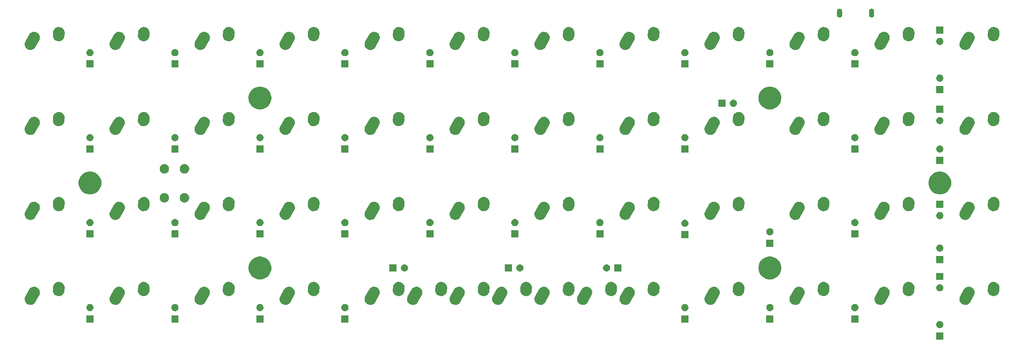
<source format=gbs>
G04 #@! TF.GenerationSoftware,KiCad,Pcbnew,5.0.1*
G04 #@! TF.CreationDate,2018-11-17T22:06:14-02:00*
G04 #@! TF.ProjectId,ortho40,6F7274686F34302E6B696361645F7063,rev?*
G04 #@! TF.SameCoordinates,Original*
G04 #@! TF.FileFunction,Soldermask,Bot*
G04 #@! TF.FilePolarity,Negative*
%FSLAX46Y46*%
G04 Gerber Fmt 4.6, Leading zero omitted, Abs format (unit mm)*
G04 Created by KiCad (PCBNEW 5.0.1) date Sat 17 Nov 2018 10:06:14 PM -02*
%MOMM*%
%LPD*%
G01*
G04 APERTURE LIST*
%ADD10C,0.100000*%
G04 APERTURE END LIST*
D10*
G36*
X244001000Y-137601000D02*
X242399000Y-137601000D01*
X242399000Y-135999000D01*
X244001000Y-135999000D01*
X244001000Y-137601000D01*
X244001000Y-137601000D01*
G37*
G36*
X243357025Y-133470590D02*
X243508012Y-133516392D01*
X243647165Y-133590770D01*
X243769133Y-133690867D01*
X243869230Y-133812835D01*
X243943608Y-133951988D01*
X243989410Y-134102975D01*
X244004875Y-134260000D01*
X243989410Y-134417025D01*
X243943608Y-134568012D01*
X243869230Y-134707165D01*
X243769133Y-134829133D01*
X243647165Y-134929230D01*
X243508012Y-135003608D01*
X243357025Y-135049410D01*
X243239346Y-135061000D01*
X243160654Y-135061000D01*
X243042975Y-135049410D01*
X242891988Y-135003608D01*
X242752835Y-134929230D01*
X242630867Y-134829133D01*
X242530770Y-134707165D01*
X242456392Y-134568012D01*
X242410590Y-134417025D01*
X242395125Y-134260000D01*
X242410590Y-134102975D01*
X242456392Y-133951988D01*
X242530770Y-133812835D01*
X242630867Y-133690867D01*
X242752835Y-133590770D01*
X242891988Y-133516392D01*
X243042975Y-133470590D01*
X243160654Y-133459000D01*
X243239346Y-133459000D01*
X243357025Y-133470590D01*
X243357025Y-133470590D01*
G37*
G36*
X206001000Y-133801000D02*
X204399000Y-133801000D01*
X204399000Y-132199000D01*
X206001000Y-132199000D01*
X206001000Y-133801000D01*
X206001000Y-133801000D01*
G37*
G36*
X111001000Y-133801000D02*
X109399000Y-133801000D01*
X109399000Y-132199000D01*
X111001000Y-132199000D01*
X111001000Y-133801000D01*
X111001000Y-133801000D01*
G37*
G36*
X54001000Y-133801000D02*
X52399000Y-133801000D01*
X52399000Y-132199000D01*
X54001000Y-132199000D01*
X54001000Y-133801000D01*
X54001000Y-133801000D01*
G37*
G36*
X73001000Y-133801000D02*
X71399000Y-133801000D01*
X71399000Y-132199000D01*
X73001000Y-132199000D01*
X73001000Y-133801000D01*
X73001000Y-133801000D01*
G37*
G36*
X187001000Y-133801000D02*
X185399000Y-133801000D01*
X185399000Y-132199000D01*
X187001000Y-132199000D01*
X187001000Y-133801000D01*
X187001000Y-133801000D01*
G37*
G36*
X225001000Y-133801000D02*
X223399000Y-133801000D01*
X223399000Y-132199000D01*
X225001000Y-132199000D01*
X225001000Y-133801000D01*
X225001000Y-133801000D01*
G37*
G36*
X92001000Y-133801000D02*
X90399000Y-133801000D01*
X90399000Y-132199000D01*
X92001000Y-132199000D01*
X92001000Y-133801000D01*
X92001000Y-133801000D01*
G37*
G36*
X205357025Y-129670590D02*
X205508012Y-129716392D01*
X205647165Y-129790770D01*
X205769133Y-129890867D01*
X205869230Y-130012835D01*
X205943608Y-130151988D01*
X205989410Y-130302975D01*
X206004875Y-130460000D01*
X205989410Y-130617025D01*
X205943608Y-130768012D01*
X205869230Y-130907165D01*
X205769133Y-131029133D01*
X205647165Y-131129230D01*
X205508012Y-131203608D01*
X205357025Y-131249410D01*
X205239346Y-131261000D01*
X205160654Y-131261000D01*
X205042975Y-131249410D01*
X204891988Y-131203608D01*
X204752835Y-131129230D01*
X204630867Y-131029133D01*
X204530770Y-130907165D01*
X204456392Y-130768012D01*
X204410590Y-130617025D01*
X204395125Y-130460000D01*
X204410590Y-130302975D01*
X204456392Y-130151988D01*
X204530770Y-130012835D01*
X204630867Y-129890867D01*
X204752835Y-129790770D01*
X204891988Y-129716392D01*
X205042975Y-129670590D01*
X205160654Y-129659000D01*
X205239346Y-129659000D01*
X205357025Y-129670590D01*
X205357025Y-129670590D01*
G37*
G36*
X224357025Y-129670590D02*
X224508012Y-129716392D01*
X224647165Y-129790770D01*
X224769133Y-129890867D01*
X224869230Y-130012835D01*
X224943608Y-130151988D01*
X224989410Y-130302975D01*
X225004875Y-130460000D01*
X224989410Y-130617025D01*
X224943608Y-130768012D01*
X224869230Y-130907165D01*
X224769133Y-131029133D01*
X224647165Y-131129230D01*
X224508012Y-131203608D01*
X224357025Y-131249410D01*
X224239346Y-131261000D01*
X224160654Y-131261000D01*
X224042975Y-131249410D01*
X223891988Y-131203608D01*
X223752835Y-131129230D01*
X223630867Y-131029133D01*
X223530770Y-130907165D01*
X223456392Y-130768012D01*
X223410590Y-130617025D01*
X223395125Y-130460000D01*
X223410590Y-130302975D01*
X223456392Y-130151988D01*
X223530770Y-130012835D01*
X223630867Y-129890867D01*
X223752835Y-129790770D01*
X223891988Y-129716392D01*
X224042975Y-129670590D01*
X224160654Y-129659000D01*
X224239346Y-129659000D01*
X224357025Y-129670590D01*
X224357025Y-129670590D01*
G37*
G36*
X53357025Y-129670590D02*
X53508012Y-129716392D01*
X53647165Y-129790770D01*
X53769133Y-129890867D01*
X53869230Y-130012835D01*
X53943608Y-130151988D01*
X53989410Y-130302975D01*
X54004875Y-130460000D01*
X53989410Y-130617025D01*
X53943608Y-130768012D01*
X53869230Y-130907165D01*
X53769133Y-131029133D01*
X53647165Y-131129230D01*
X53508012Y-131203608D01*
X53357025Y-131249410D01*
X53239346Y-131261000D01*
X53160654Y-131261000D01*
X53042975Y-131249410D01*
X52891988Y-131203608D01*
X52752835Y-131129230D01*
X52630867Y-131029133D01*
X52530770Y-130907165D01*
X52456392Y-130768012D01*
X52410590Y-130617025D01*
X52395125Y-130460000D01*
X52410590Y-130302975D01*
X52456392Y-130151988D01*
X52530770Y-130012835D01*
X52630867Y-129890867D01*
X52752835Y-129790770D01*
X52891988Y-129716392D01*
X53042975Y-129670590D01*
X53160654Y-129659000D01*
X53239346Y-129659000D01*
X53357025Y-129670590D01*
X53357025Y-129670590D01*
G37*
G36*
X186357025Y-129670590D02*
X186508012Y-129716392D01*
X186647165Y-129790770D01*
X186769133Y-129890867D01*
X186869230Y-130012835D01*
X186943608Y-130151988D01*
X186989410Y-130302975D01*
X187004875Y-130460000D01*
X186989410Y-130617025D01*
X186943608Y-130768012D01*
X186869230Y-130907165D01*
X186769133Y-131029133D01*
X186647165Y-131129230D01*
X186508012Y-131203608D01*
X186357025Y-131249410D01*
X186239346Y-131261000D01*
X186160654Y-131261000D01*
X186042975Y-131249410D01*
X185891988Y-131203608D01*
X185752835Y-131129230D01*
X185630867Y-131029133D01*
X185530770Y-130907165D01*
X185456392Y-130768012D01*
X185410590Y-130617025D01*
X185395125Y-130460000D01*
X185410590Y-130302975D01*
X185456392Y-130151988D01*
X185530770Y-130012835D01*
X185630867Y-129890867D01*
X185752835Y-129790770D01*
X185891988Y-129716392D01*
X186042975Y-129670590D01*
X186160654Y-129659000D01*
X186239346Y-129659000D01*
X186357025Y-129670590D01*
X186357025Y-129670590D01*
G37*
G36*
X110357025Y-129670590D02*
X110508012Y-129716392D01*
X110647165Y-129790770D01*
X110769133Y-129890867D01*
X110869230Y-130012835D01*
X110943608Y-130151988D01*
X110989410Y-130302975D01*
X111004875Y-130460000D01*
X110989410Y-130617025D01*
X110943608Y-130768012D01*
X110869230Y-130907165D01*
X110769133Y-131029133D01*
X110647165Y-131129230D01*
X110508012Y-131203608D01*
X110357025Y-131249410D01*
X110239346Y-131261000D01*
X110160654Y-131261000D01*
X110042975Y-131249410D01*
X109891988Y-131203608D01*
X109752835Y-131129230D01*
X109630867Y-131029133D01*
X109530770Y-130907165D01*
X109456392Y-130768012D01*
X109410590Y-130617025D01*
X109395125Y-130460000D01*
X109410590Y-130302975D01*
X109456392Y-130151988D01*
X109530770Y-130012835D01*
X109630867Y-129890867D01*
X109752835Y-129790770D01*
X109891988Y-129716392D01*
X110042975Y-129670590D01*
X110160654Y-129659000D01*
X110239346Y-129659000D01*
X110357025Y-129670590D01*
X110357025Y-129670590D01*
G37*
G36*
X91357025Y-129670590D02*
X91508012Y-129716392D01*
X91647165Y-129790770D01*
X91769133Y-129890867D01*
X91869230Y-130012835D01*
X91943608Y-130151988D01*
X91989410Y-130302975D01*
X92004875Y-130460000D01*
X91989410Y-130617025D01*
X91943608Y-130768012D01*
X91869230Y-130907165D01*
X91769133Y-131029133D01*
X91647165Y-131129230D01*
X91508012Y-131203608D01*
X91357025Y-131249410D01*
X91239346Y-131261000D01*
X91160654Y-131261000D01*
X91042975Y-131249410D01*
X90891988Y-131203608D01*
X90752835Y-131129230D01*
X90630867Y-131029133D01*
X90530770Y-130907165D01*
X90456392Y-130768012D01*
X90410590Y-130617025D01*
X90395125Y-130460000D01*
X90410590Y-130302975D01*
X90456392Y-130151988D01*
X90530770Y-130012835D01*
X90630867Y-129890867D01*
X90752835Y-129790770D01*
X90891988Y-129716392D01*
X91042975Y-129670590D01*
X91160654Y-129659000D01*
X91239346Y-129659000D01*
X91357025Y-129670590D01*
X91357025Y-129670590D01*
G37*
G36*
X72357025Y-129670590D02*
X72508012Y-129716392D01*
X72647165Y-129790770D01*
X72769133Y-129890867D01*
X72869230Y-130012835D01*
X72943608Y-130151988D01*
X72989410Y-130302975D01*
X73004875Y-130460000D01*
X72989410Y-130617025D01*
X72943608Y-130768012D01*
X72869230Y-130907165D01*
X72769133Y-131029133D01*
X72647165Y-131129230D01*
X72508012Y-131203608D01*
X72357025Y-131249410D01*
X72239346Y-131261000D01*
X72160654Y-131261000D01*
X72042975Y-131249410D01*
X71891988Y-131203608D01*
X71752835Y-131129230D01*
X71630867Y-131029133D01*
X71530770Y-130907165D01*
X71456392Y-130768012D01*
X71410590Y-130617025D01*
X71395125Y-130460000D01*
X71410590Y-130302975D01*
X71456392Y-130151988D01*
X71530770Y-130012835D01*
X71630867Y-129890867D01*
X71752835Y-129790770D01*
X71891988Y-129716392D01*
X72042975Y-129670590D01*
X72160654Y-129659000D01*
X72239346Y-129659000D01*
X72357025Y-129670590D01*
X72357025Y-129670590D01*
G37*
G36*
X126216485Y-125799137D02*
X126349580Y-125801285D01*
X126600082Y-125855332D01*
X126600083Y-125855332D01*
X126600086Y-125855333D01*
X126707849Y-125902023D01*
X126835240Y-125957215D01*
X127045996Y-126103014D01*
X127224264Y-126287133D01*
X127363180Y-126502483D01*
X127457418Y-126740803D01*
X127473560Y-126829410D01*
X127503351Y-126992928D01*
X127501362Y-127116079D01*
X127499214Y-127249174D01*
X127454005Y-127458711D01*
X127445166Y-127499680D01*
X127368813Y-127675911D01*
X126495846Y-129247549D01*
X126409152Y-129372867D01*
X126386579Y-129405497D01*
X126202460Y-129583765D01*
X126017953Y-129702785D01*
X125987108Y-129722682D01*
X125956044Y-129734965D01*
X125748790Y-129816919D01*
X125612203Y-129841802D01*
X125496665Y-129862852D01*
X125373514Y-129860863D01*
X125240420Y-129858715D01*
X124989918Y-129804668D01*
X124989917Y-129804668D01*
X124989914Y-129804667D01*
X124882151Y-129757977D01*
X124754760Y-129702785D01*
X124544004Y-129556986D01*
X124365736Y-129372867D01*
X124226820Y-129157517D01*
X124132582Y-128919197D01*
X124107699Y-128782610D01*
X124086649Y-128667072D01*
X124088638Y-128543921D01*
X124090786Y-128410827D01*
X124144833Y-128160325D01*
X124144833Y-128160324D01*
X124144834Y-128160321D01*
X124221187Y-127984090D01*
X125094154Y-126412451D01*
X125203421Y-126254503D01*
X125387537Y-126076238D01*
X125387538Y-126076237D01*
X125602892Y-125937317D01*
X125841209Y-125843081D01*
X125977796Y-125818198D01*
X126093334Y-125797148D01*
X126216485Y-125799137D01*
X126216485Y-125799137D01*
G37*
G36*
X135716485Y-125799137D02*
X135849580Y-125801285D01*
X136100082Y-125855332D01*
X136100083Y-125855332D01*
X136100086Y-125855333D01*
X136207849Y-125902023D01*
X136335240Y-125957215D01*
X136545996Y-126103014D01*
X136724264Y-126287133D01*
X136863180Y-126502483D01*
X136957418Y-126740803D01*
X136973560Y-126829410D01*
X137003351Y-126992928D01*
X137001362Y-127116079D01*
X136999214Y-127249174D01*
X136954005Y-127458711D01*
X136945166Y-127499680D01*
X136868813Y-127675911D01*
X135995846Y-129247549D01*
X135909152Y-129372867D01*
X135886579Y-129405497D01*
X135702460Y-129583765D01*
X135517953Y-129702785D01*
X135487108Y-129722682D01*
X135456044Y-129734965D01*
X135248790Y-129816919D01*
X135112203Y-129841802D01*
X134996665Y-129862852D01*
X134873514Y-129860863D01*
X134740420Y-129858715D01*
X134489918Y-129804668D01*
X134489917Y-129804668D01*
X134489914Y-129804667D01*
X134382151Y-129757977D01*
X134254760Y-129702785D01*
X134044004Y-129556986D01*
X133865736Y-129372867D01*
X133726820Y-129157517D01*
X133632582Y-128919197D01*
X133607699Y-128782610D01*
X133586649Y-128667072D01*
X133588638Y-128543921D01*
X133590786Y-128410827D01*
X133644833Y-128160325D01*
X133644833Y-128160324D01*
X133644834Y-128160321D01*
X133721187Y-127984090D01*
X134594154Y-126412451D01*
X134703421Y-126254503D01*
X134887537Y-126076238D01*
X134887538Y-126076237D01*
X135102892Y-125937317D01*
X135341209Y-125843081D01*
X135477796Y-125818198D01*
X135593334Y-125797148D01*
X135716485Y-125799137D01*
X135716485Y-125799137D01*
G37*
G36*
X164216485Y-125799137D02*
X164349580Y-125801285D01*
X164600082Y-125855332D01*
X164600083Y-125855332D01*
X164600086Y-125855333D01*
X164707849Y-125902023D01*
X164835240Y-125957215D01*
X165045996Y-126103014D01*
X165224264Y-126287133D01*
X165363180Y-126502483D01*
X165457418Y-126740803D01*
X165473560Y-126829410D01*
X165503351Y-126992928D01*
X165501362Y-127116079D01*
X165499214Y-127249174D01*
X165454005Y-127458711D01*
X165445166Y-127499680D01*
X165368813Y-127675911D01*
X164495846Y-129247549D01*
X164409152Y-129372867D01*
X164386579Y-129405497D01*
X164202460Y-129583765D01*
X164017953Y-129702785D01*
X163987108Y-129722682D01*
X163956044Y-129734965D01*
X163748790Y-129816919D01*
X163612203Y-129841802D01*
X163496665Y-129862852D01*
X163373514Y-129860863D01*
X163240420Y-129858715D01*
X162989918Y-129804668D01*
X162989917Y-129804668D01*
X162989914Y-129804667D01*
X162882151Y-129757977D01*
X162754760Y-129702785D01*
X162544004Y-129556986D01*
X162365736Y-129372867D01*
X162226820Y-129157517D01*
X162132582Y-128919197D01*
X162107699Y-128782610D01*
X162086649Y-128667072D01*
X162088638Y-128543921D01*
X162090786Y-128410827D01*
X162144833Y-128160325D01*
X162144833Y-128160324D01*
X162144834Y-128160321D01*
X162221187Y-127984090D01*
X163094154Y-126412451D01*
X163203421Y-126254503D01*
X163387537Y-126076238D01*
X163387538Y-126076237D01*
X163602892Y-125937317D01*
X163841209Y-125843081D01*
X163977796Y-125818198D01*
X164093334Y-125797148D01*
X164216485Y-125799137D01*
X164216485Y-125799137D01*
G37*
G36*
X145216485Y-125799137D02*
X145349580Y-125801285D01*
X145600082Y-125855332D01*
X145600083Y-125855332D01*
X145600086Y-125855333D01*
X145707849Y-125902023D01*
X145835240Y-125957215D01*
X146045996Y-126103014D01*
X146224264Y-126287133D01*
X146363180Y-126502483D01*
X146457418Y-126740803D01*
X146473560Y-126829410D01*
X146503351Y-126992928D01*
X146501362Y-127116079D01*
X146499214Y-127249174D01*
X146454005Y-127458711D01*
X146445166Y-127499680D01*
X146368813Y-127675911D01*
X145495846Y-129247549D01*
X145409152Y-129372867D01*
X145386579Y-129405497D01*
X145202460Y-129583765D01*
X145017953Y-129702785D01*
X144987108Y-129722682D01*
X144956044Y-129734965D01*
X144748790Y-129816919D01*
X144612203Y-129841802D01*
X144496665Y-129862852D01*
X144373514Y-129860863D01*
X144240420Y-129858715D01*
X143989918Y-129804668D01*
X143989917Y-129804668D01*
X143989914Y-129804667D01*
X143882151Y-129757977D01*
X143754760Y-129702785D01*
X143544004Y-129556986D01*
X143365736Y-129372867D01*
X143226820Y-129157517D01*
X143132582Y-128919197D01*
X143107699Y-128782610D01*
X143086649Y-128667072D01*
X143088638Y-128543921D01*
X143090786Y-128410827D01*
X143144833Y-128160325D01*
X143144833Y-128160324D01*
X143144834Y-128160321D01*
X143221187Y-127984090D01*
X144094154Y-126412451D01*
X144203421Y-126254503D01*
X144387537Y-126076238D01*
X144387538Y-126076237D01*
X144602892Y-125937317D01*
X144841209Y-125843081D01*
X144977796Y-125818198D01*
X145093334Y-125797148D01*
X145216485Y-125799137D01*
X145216485Y-125799137D01*
G37*
G36*
X249716485Y-125799137D02*
X249849580Y-125801285D01*
X250100082Y-125855332D01*
X250100083Y-125855332D01*
X250100086Y-125855333D01*
X250207849Y-125902023D01*
X250335240Y-125957215D01*
X250545996Y-126103014D01*
X250724264Y-126287133D01*
X250863180Y-126502483D01*
X250957418Y-126740803D01*
X250973560Y-126829410D01*
X251003351Y-126992928D01*
X251001362Y-127116079D01*
X250999214Y-127249174D01*
X250954005Y-127458711D01*
X250945166Y-127499680D01*
X250868813Y-127675911D01*
X249995846Y-129247549D01*
X249909152Y-129372867D01*
X249886579Y-129405497D01*
X249702460Y-129583765D01*
X249517953Y-129702785D01*
X249487108Y-129722682D01*
X249456044Y-129734965D01*
X249248790Y-129816919D01*
X249112203Y-129841802D01*
X248996665Y-129862852D01*
X248873514Y-129860863D01*
X248740420Y-129858715D01*
X248489918Y-129804668D01*
X248489917Y-129804668D01*
X248489914Y-129804667D01*
X248382151Y-129757977D01*
X248254760Y-129702785D01*
X248044004Y-129556986D01*
X247865736Y-129372867D01*
X247726820Y-129157517D01*
X247632582Y-128919197D01*
X247607699Y-128782610D01*
X247586649Y-128667072D01*
X247588638Y-128543921D01*
X247590786Y-128410827D01*
X247644833Y-128160325D01*
X247644833Y-128160324D01*
X247644834Y-128160321D01*
X247721187Y-127984090D01*
X248594154Y-126412451D01*
X248703421Y-126254503D01*
X248887537Y-126076238D01*
X248887538Y-126076237D01*
X249102892Y-125937317D01*
X249341209Y-125843081D01*
X249477796Y-125818198D01*
X249593334Y-125797148D01*
X249716485Y-125799137D01*
X249716485Y-125799137D01*
G37*
G36*
X230716485Y-125799137D02*
X230849580Y-125801285D01*
X231100082Y-125855332D01*
X231100083Y-125855332D01*
X231100086Y-125855333D01*
X231207849Y-125902023D01*
X231335240Y-125957215D01*
X231545996Y-126103014D01*
X231724264Y-126287133D01*
X231863180Y-126502483D01*
X231957418Y-126740803D01*
X231973560Y-126829410D01*
X232003351Y-126992928D01*
X232001362Y-127116079D01*
X231999214Y-127249174D01*
X231954005Y-127458711D01*
X231945166Y-127499680D01*
X231868813Y-127675911D01*
X230995846Y-129247549D01*
X230909152Y-129372867D01*
X230886579Y-129405497D01*
X230702460Y-129583765D01*
X230517953Y-129702785D01*
X230487108Y-129722682D01*
X230456044Y-129734965D01*
X230248790Y-129816919D01*
X230112203Y-129841802D01*
X229996665Y-129862852D01*
X229873514Y-129860863D01*
X229740420Y-129858715D01*
X229489918Y-129804668D01*
X229489917Y-129804668D01*
X229489914Y-129804667D01*
X229382151Y-129757977D01*
X229254760Y-129702785D01*
X229044004Y-129556986D01*
X228865736Y-129372867D01*
X228726820Y-129157517D01*
X228632582Y-128919197D01*
X228607699Y-128782610D01*
X228586649Y-128667072D01*
X228588638Y-128543921D01*
X228590786Y-128410827D01*
X228644833Y-128160325D01*
X228644833Y-128160324D01*
X228644834Y-128160321D01*
X228721187Y-127984090D01*
X229594154Y-126412451D01*
X229703421Y-126254503D01*
X229887537Y-126076238D01*
X229887538Y-126076237D01*
X230102892Y-125937317D01*
X230341209Y-125843081D01*
X230477796Y-125818198D01*
X230593334Y-125797148D01*
X230716485Y-125799137D01*
X230716485Y-125799137D01*
G37*
G36*
X211716485Y-125799137D02*
X211849580Y-125801285D01*
X212100082Y-125855332D01*
X212100083Y-125855332D01*
X212100086Y-125855333D01*
X212207849Y-125902023D01*
X212335240Y-125957215D01*
X212545996Y-126103014D01*
X212724264Y-126287133D01*
X212863180Y-126502483D01*
X212957418Y-126740803D01*
X212973560Y-126829410D01*
X213003351Y-126992928D01*
X213001362Y-127116079D01*
X212999214Y-127249174D01*
X212954005Y-127458711D01*
X212945166Y-127499680D01*
X212868813Y-127675911D01*
X211995846Y-129247549D01*
X211909152Y-129372867D01*
X211886579Y-129405497D01*
X211702460Y-129583765D01*
X211517953Y-129702785D01*
X211487108Y-129722682D01*
X211456044Y-129734965D01*
X211248790Y-129816919D01*
X211112203Y-129841802D01*
X210996665Y-129862852D01*
X210873514Y-129860863D01*
X210740420Y-129858715D01*
X210489918Y-129804668D01*
X210489917Y-129804668D01*
X210489914Y-129804667D01*
X210382151Y-129757977D01*
X210254760Y-129702785D01*
X210044004Y-129556986D01*
X209865736Y-129372867D01*
X209726820Y-129157517D01*
X209632582Y-128919197D01*
X209607699Y-128782610D01*
X209586649Y-128667072D01*
X209588638Y-128543921D01*
X209590786Y-128410827D01*
X209644833Y-128160325D01*
X209644833Y-128160324D01*
X209644834Y-128160321D01*
X209721187Y-127984090D01*
X210594154Y-126412451D01*
X210703421Y-126254503D01*
X210887537Y-126076238D01*
X210887538Y-126076237D01*
X211102892Y-125937317D01*
X211341209Y-125843081D01*
X211477796Y-125818198D01*
X211593334Y-125797148D01*
X211716485Y-125799137D01*
X211716485Y-125799137D01*
G37*
G36*
X173716485Y-125799137D02*
X173849580Y-125801285D01*
X174100082Y-125855332D01*
X174100083Y-125855332D01*
X174100086Y-125855333D01*
X174207849Y-125902023D01*
X174335240Y-125957215D01*
X174545996Y-126103014D01*
X174724264Y-126287133D01*
X174863180Y-126502483D01*
X174957418Y-126740803D01*
X174973560Y-126829410D01*
X175003351Y-126992928D01*
X175001362Y-127116079D01*
X174999214Y-127249174D01*
X174954005Y-127458711D01*
X174945166Y-127499680D01*
X174868813Y-127675911D01*
X173995846Y-129247549D01*
X173909152Y-129372867D01*
X173886579Y-129405497D01*
X173702460Y-129583765D01*
X173517953Y-129702785D01*
X173487108Y-129722682D01*
X173456044Y-129734965D01*
X173248790Y-129816919D01*
X173112203Y-129841802D01*
X172996665Y-129862852D01*
X172873514Y-129860863D01*
X172740420Y-129858715D01*
X172489918Y-129804668D01*
X172489917Y-129804668D01*
X172489914Y-129804667D01*
X172382151Y-129757977D01*
X172254760Y-129702785D01*
X172044004Y-129556986D01*
X171865736Y-129372867D01*
X171726820Y-129157517D01*
X171632582Y-128919197D01*
X171607699Y-128782610D01*
X171586649Y-128667072D01*
X171588638Y-128543921D01*
X171590786Y-128410827D01*
X171644833Y-128160325D01*
X171644833Y-128160324D01*
X171644834Y-128160321D01*
X171721187Y-127984090D01*
X172594154Y-126412451D01*
X172703421Y-126254503D01*
X172887537Y-126076238D01*
X172887538Y-126076237D01*
X173102892Y-125937317D01*
X173341209Y-125843081D01*
X173477796Y-125818198D01*
X173593334Y-125797148D01*
X173716485Y-125799137D01*
X173716485Y-125799137D01*
G37*
G36*
X116716485Y-125799137D02*
X116849580Y-125801285D01*
X117100082Y-125855332D01*
X117100083Y-125855332D01*
X117100086Y-125855333D01*
X117207849Y-125902023D01*
X117335240Y-125957215D01*
X117545996Y-126103014D01*
X117724264Y-126287133D01*
X117863180Y-126502483D01*
X117957418Y-126740803D01*
X117973560Y-126829410D01*
X118003351Y-126992928D01*
X118001362Y-127116079D01*
X117999214Y-127249174D01*
X117954005Y-127458711D01*
X117945166Y-127499680D01*
X117868813Y-127675911D01*
X116995846Y-129247549D01*
X116909152Y-129372867D01*
X116886579Y-129405497D01*
X116702460Y-129583765D01*
X116517953Y-129702785D01*
X116487108Y-129722682D01*
X116456044Y-129734965D01*
X116248790Y-129816919D01*
X116112203Y-129841802D01*
X115996665Y-129862852D01*
X115873514Y-129860863D01*
X115740420Y-129858715D01*
X115489918Y-129804668D01*
X115489917Y-129804668D01*
X115489914Y-129804667D01*
X115382151Y-129757977D01*
X115254760Y-129702785D01*
X115044004Y-129556986D01*
X114865736Y-129372867D01*
X114726820Y-129157517D01*
X114632582Y-128919197D01*
X114607699Y-128782610D01*
X114586649Y-128667072D01*
X114588638Y-128543921D01*
X114590786Y-128410827D01*
X114644833Y-128160325D01*
X114644833Y-128160324D01*
X114644834Y-128160321D01*
X114721187Y-127984090D01*
X115594154Y-126412451D01*
X115703421Y-126254503D01*
X115887537Y-126076238D01*
X115887538Y-126076237D01*
X116102892Y-125937317D01*
X116341209Y-125843081D01*
X116477796Y-125818198D01*
X116593334Y-125797148D01*
X116716485Y-125799137D01*
X116716485Y-125799137D01*
G37*
G36*
X97716485Y-125799137D02*
X97849580Y-125801285D01*
X98100082Y-125855332D01*
X98100083Y-125855332D01*
X98100086Y-125855333D01*
X98207849Y-125902023D01*
X98335240Y-125957215D01*
X98545996Y-126103014D01*
X98724264Y-126287133D01*
X98863180Y-126502483D01*
X98957418Y-126740803D01*
X98973560Y-126829410D01*
X99003351Y-126992928D01*
X99001362Y-127116079D01*
X98999214Y-127249174D01*
X98954005Y-127458711D01*
X98945166Y-127499680D01*
X98868813Y-127675911D01*
X97995846Y-129247549D01*
X97909152Y-129372867D01*
X97886579Y-129405497D01*
X97702460Y-129583765D01*
X97517953Y-129702785D01*
X97487108Y-129722682D01*
X97456044Y-129734965D01*
X97248790Y-129816919D01*
X97112203Y-129841802D01*
X96996665Y-129862852D01*
X96873514Y-129860863D01*
X96740420Y-129858715D01*
X96489918Y-129804668D01*
X96489917Y-129804668D01*
X96489914Y-129804667D01*
X96382151Y-129757977D01*
X96254760Y-129702785D01*
X96044004Y-129556986D01*
X95865736Y-129372867D01*
X95726820Y-129157517D01*
X95632582Y-128919197D01*
X95607699Y-128782610D01*
X95586649Y-128667072D01*
X95588638Y-128543921D01*
X95590786Y-128410827D01*
X95644833Y-128160325D01*
X95644833Y-128160324D01*
X95644834Y-128160321D01*
X95721187Y-127984090D01*
X96594154Y-126412451D01*
X96703421Y-126254503D01*
X96887537Y-126076238D01*
X96887538Y-126076237D01*
X97102892Y-125937317D01*
X97341209Y-125843081D01*
X97477796Y-125818198D01*
X97593334Y-125797148D01*
X97716485Y-125799137D01*
X97716485Y-125799137D01*
G37*
G36*
X78716485Y-125799137D02*
X78849580Y-125801285D01*
X79100082Y-125855332D01*
X79100083Y-125855332D01*
X79100086Y-125855333D01*
X79207849Y-125902023D01*
X79335240Y-125957215D01*
X79545996Y-126103014D01*
X79724264Y-126287133D01*
X79863180Y-126502483D01*
X79957418Y-126740803D01*
X79973560Y-126829410D01*
X80003351Y-126992928D01*
X80001362Y-127116079D01*
X79999214Y-127249174D01*
X79954005Y-127458711D01*
X79945166Y-127499680D01*
X79868813Y-127675911D01*
X78995846Y-129247549D01*
X78909152Y-129372867D01*
X78886579Y-129405497D01*
X78702460Y-129583765D01*
X78517953Y-129702785D01*
X78487108Y-129722682D01*
X78456044Y-129734965D01*
X78248790Y-129816919D01*
X78112203Y-129841802D01*
X77996665Y-129862852D01*
X77873514Y-129860863D01*
X77740420Y-129858715D01*
X77489918Y-129804668D01*
X77489917Y-129804668D01*
X77489914Y-129804667D01*
X77382151Y-129757977D01*
X77254760Y-129702785D01*
X77044004Y-129556986D01*
X76865736Y-129372867D01*
X76726820Y-129157517D01*
X76632582Y-128919197D01*
X76607699Y-128782610D01*
X76586649Y-128667072D01*
X76588638Y-128543921D01*
X76590786Y-128410827D01*
X76644833Y-128160325D01*
X76644833Y-128160324D01*
X76644834Y-128160321D01*
X76721187Y-127984090D01*
X77594154Y-126412451D01*
X77703421Y-126254503D01*
X77887537Y-126076238D01*
X77887538Y-126076237D01*
X78102892Y-125937317D01*
X78341209Y-125843081D01*
X78477796Y-125818198D01*
X78593334Y-125797148D01*
X78716485Y-125799137D01*
X78716485Y-125799137D01*
G37*
G36*
X59716485Y-125799137D02*
X59849580Y-125801285D01*
X60100082Y-125855332D01*
X60100083Y-125855332D01*
X60100086Y-125855333D01*
X60207849Y-125902023D01*
X60335240Y-125957215D01*
X60545996Y-126103014D01*
X60724264Y-126287133D01*
X60863180Y-126502483D01*
X60957418Y-126740803D01*
X60973560Y-126829410D01*
X61003351Y-126992928D01*
X61001362Y-127116079D01*
X60999214Y-127249174D01*
X60954005Y-127458711D01*
X60945166Y-127499680D01*
X60868813Y-127675911D01*
X59995846Y-129247549D01*
X59909152Y-129372867D01*
X59886579Y-129405497D01*
X59702460Y-129583765D01*
X59517953Y-129702785D01*
X59487108Y-129722682D01*
X59456044Y-129734965D01*
X59248790Y-129816919D01*
X59112203Y-129841802D01*
X58996665Y-129862852D01*
X58873514Y-129860863D01*
X58740420Y-129858715D01*
X58489918Y-129804668D01*
X58489917Y-129804668D01*
X58489914Y-129804667D01*
X58382151Y-129757977D01*
X58254760Y-129702785D01*
X58044004Y-129556986D01*
X57865736Y-129372867D01*
X57726820Y-129157517D01*
X57632582Y-128919197D01*
X57607699Y-128782610D01*
X57586649Y-128667072D01*
X57588638Y-128543921D01*
X57590786Y-128410827D01*
X57644833Y-128160325D01*
X57644833Y-128160324D01*
X57644834Y-128160321D01*
X57721187Y-127984090D01*
X58594154Y-126412451D01*
X58703421Y-126254503D01*
X58887537Y-126076238D01*
X58887538Y-126076237D01*
X59102892Y-125937317D01*
X59341209Y-125843081D01*
X59477796Y-125818198D01*
X59593334Y-125797148D01*
X59716485Y-125799137D01*
X59716485Y-125799137D01*
G37*
G36*
X40716485Y-125799137D02*
X40849580Y-125801285D01*
X41100082Y-125855332D01*
X41100083Y-125855332D01*
X41100086Y-125855333D01*
X41207849Y-125902023D01*
X41335240Y-125957215D01*
X41545996Y-126103014D01*
X41724264Y-126287133D01*
X41863180Y-126502483D01*
X41957418Y-126740803D01*
X41973560Y-126829410D01*
X42003351Y-126992928D01*
X42001362Y-127116079D01*
X41999214Y-127249174D01*
X41954005Y-127458711D01*
X41945166Y-127499680D01*
X41868813Y-127675911D01*
X40995846Y-129247549D01*
X40909152Y-129372867D01*
X40886579Y-129405497D01*
X40702460Y-129583765D01*
X40517953Y-129702785D01*
X40487108Y-129722682D01*
X40456044Y-129734965D01*
X40248790Y-129816919D01*
X40112203Y-129841802D01*
X39996665Y-129862852D01*
X39873514Y-129860863D01*
X39740420Y-129858715D01*
X39489918Y-129804668D01*
X39489917Y-129804668D01*
X39489914Y-129804667D01*
X39382151Y-129757977D01*
X39254760Y-129702785D01*
X39044004Y-129556986D01*
X38865736Y-129372867D01*
X38726820Y-129157517D01*
X38632582Y-128919197D01*
X38607699Y-128782610D01*
X38586649Y-128667072D01*
X38588638Y-128543921D01*
X38590786Y-128410827D01*
X38644833Y-128160325D01*
X38644833Y-128160324D01*
X38644834Y-128160321D01*
X38721187Y-127984090D01*
X39594154Y-126412451D01*
X39703421Y-126254503D01*
X39887537Y-126076238D01*
X39887538Y-126076237D01*
X40102892Y-125937317D01*
X40341209Y-125843081D01*
X40477796Y-125818198D01*
X40593334Y-125797148D01*
X40716485Y-125799137D01*
X40716485Y-125799137D01*
G37*
G36*
X154716485Y-125799137D02*
X154849580Y-125801285D01*
X155100082Y-125855332D01*
X155100083Y-125855332D01*
X155100086Y-125855333D01*
X155207849Y-125902023D01*
X155335240Y-125957215D01*
X155545996Y-126103014D01*
X155724264Y-126287133D01*
X155863180Y-126502483D01*
X155957418Y-126740803D01*
X155973560Y-126829410D01*
X156003351Y-126992928D01*
X156001362Y-127116079D01*
X155999214Y-127249174D01*
X155954005Y-127458711D01*
X155945166Y-127499680D01*
X155868813Y-127675911D01*
X154995846Y-129247549D01*
X154909152Y-129372867D01*
X154886579Y-129405497D01*
X154702460Y-129583765D01*
X154517953Y-129702785D01*
X154487108Y-129722682D01*
X154456044Y-129734965D01*
X154248790Y-129816919D01*
X154112203Y-129841802D01*
X153996665Y-129862852D01*
X153873514Y-129860863D01*
X153740420Y-129858715D01*
X153489918Y-129804668D01*
X153489917Y-129804668D01*
X153489914Y-129804667D01*
X153382151Y-129757977D01*
X153254760Y-129702785D01*
X153044004Y-129556986D01*
X152865736Y-129372867D01*
X152726820Y-129157517D01*
X152632582Y-128919197D01*
X152607699Y-128782610D01*
X152586649Y-128667072D01*
X152588638Y-128543921D01*
X152590786Y-128410827D01*
X152644833Y-128160325D01*
X152644833Y-128160324D01*
X152644834Y-128160321D01*
X152721187Y-127984090D01*
X153594154Y-126412451D01*
X153703421Y-126254503D01*
X153887537Y-126076238D01*
X153887538Y-126076237D01*
X154102892Y-125937317D01*
X154341209Y-125843081D01*
X154477796Y-125818198D01*
X154593334Y-125797148D01*
X154716485Y-125799137D01*
X154716485Y-125799137D01*
G37*
G36*
X192716485Y-125799137D02*
X192849580Y-125801285D01*
X193100082Y-125855332D01*
X193100083Y-125855332D01*
X193100086Y-125855333D01*
X193207849Y-125902023D01*
X193335240Y-125957215D01*
X193545996Y-126103014D01*
X193724264Y-126287133D01*
X193863180Y-126502483D01*
X193957418Y-126740803D01*
X193973560Y-126829410D01*
X194003351Y-126992928D01*
X194001362Y-127116079D01*
X193999214Y-127249174D01*
X193954005Y-127458711D01*
X193945166Y-127499680D01*
X193868813Y-127675911D01*
X192995846Y-129247549D01*
X192909152Y-129372867D01*
X192886579Y-129405497D01*
X192702460Y-129583765D01*
X192517953Y-129702785D01*
X192487108Y-129722682D01*
X192456044Y-129734965D01*
X192248790Y-129816919D01*
X192112203Y-129841802D01*
X191996665Y-129862852D01*
X191873514Y-129860863D01*
X191740420Y-129858715D01*
X191489918Y-129804668D01*
X191489917Y-129804668D01*
X191489914Y-129804667D01*
X191382151Y-129757977D01*
X191254760Y-129702785D01*
X191044004Y-129556986D01*
X190865736Y-129372867D01*
X190726820Y-129157517D01*
X190632582Y-128919197D01*
X190607699Y-128782610D01*
X190586649Y-128667072D01*
X190588638Y-128543921D01*
X190590786Y-128410827D01*
X190644833Y-128160325D01*
X190644833Y-128160324D01*
X190644834Y-128160321D01*
X190721187Y-127984090D01*
X191594154Y-126412451D01*
X191703421Y-126254503D01*
X191887537Y-126076238D01*
X191887538Y-126076237D01*
X192102892Y-125937317D01*
X192341209Y-125843081D01*
X192477796Y-125818198D01*
X192593334Y-125797148D01*
X192716485Y-125799137D01*
X192716485Y-125799137D01*
G37*
G36*
X170081379Y-124758813D02*
X170320991Y-124849713D01*
X170320992Y-124849714D01*
X170320993Y-124849714D01*
X170538266Y-124985613D01*
X170724852Y-125161287D01*
X170821131Y-125296392D01*
X170873580Y-125369990D01*
X170978735Y-125603697D01*
X170978736Y-125603700D01*
X171036276Y-125853427D01*
X171042058Y-126045394D01*
X170994650Y-126740803D01*
X170993916Y-126751571D01*
X170962135Y-126940983D01*
X170933562Y-127016300D01*
X170871234Y-127180597D01*
X170735335Y-127397870D01*
X170559661Y-127584456D01*
X170350961Y-127733182D01*
X170350958Y-127733184D01*
X170117251Y-127838339D01*
X170117249Y-127838339D01*
X170117248Y-127838340D01*
X169867521Y-127895880D01*
X169611365Y-127903594D01*
X169611362Y-127903594D01*
X169358621Y-127861187D01*
X169119009Y-127770287D01*
X169119007Y-127770286D01*
X168901734Y-127634387D01*
X168715148Y-127458713D01*
X168566422Y-127250013D01*
X168566422Y-127250012D01*
X168566420Y-127250010D01*
X168461265Y-127016303D01*
X168443911Y-126940984D01*
X168403724Y-126766572D01*
X168397942Y-126574607D01*
X168446084Y-125868428D01*
X168458044Y-125797148D01*
X168477865Y-125679017D01*
X168568765Y-125439405D01*
X168611694Y-125370771D01*
X168704665Y-125222130D01*
X168880339Y-125035544D01*
X169089039Y-124886818D01*
X169089040Y-124886818D01*
X169089042Y-124886816D01*
X169322749Y-124781661D01*
X169322751Y-124781661D01*
X169322752Y-124781660D01*
X169572479Y-124724120D01*
X169828635Y-124716406D01*
X169828638Y-124716406D01*
X170081379Y-124758813D01*
X170081379Y-124758813D01*
G37*
G36*
X46581379Y-124758813D02*
X46820991Y-124849713D01*
X46820992Y-124849714D01*
X46820993Y-124849714D01*
X47038266Y-124985613D01*
X47224852Y-125161287D01*
X47321131Y-125296392D01*
X47373580Y-125369990D01*
X47478735Y-125603697D01*
X47478736Y-125603700D01*
X47536276Y-125853427D01*
X47542058Y-126045394D01*
X47494650Y-126740803D01*
X47493916Y-126751571D01*
X47462135Y-126940983D01*
X47433562Y-127016300D01*
X47371234Y-127180597D01*
X47235335Y-127397870D01*
X47059661Y-127584456D01*
X46850961Y-127733182D01*
X46850958Y-127733184D01*
X46617251Y-127838339D01*
X46617249Y-127838339D01*
X46617248Y-127838340D01*
X46367521Y-127895880D01*
X46111365Y-127903594D01*
X46111362Y-127903594D01*
X45858621Y-127861187D01*
X45619009Y-127770287D01*
X45619007Y-127770286D01*
X45401734Y-127634387D01*
X45215148Y-127458713D01*
X45066422Y-127250013D01*
X45066422Y-127250012D01*
X45066420Y-127250010D01*
X44961265Y-127016303D01*
X44943911Y-126940984D01*
X44903724Y-126766572D01*
X44897942Y-126574607D01*
X44946084Y-125868428D01*
X44958044Y-125797148D01*
X44977865Y-125679017D01*
X45068765Y-125439405D01*
X45111694Y-125370771D01*
X45204665Y-125222130D01*
X45380339Y-125035544D01*
X45589039Y-124886818D01*
X45589040Y-124886818D01*
X45589042Y-124886816D01*
X45822749Y-124781661D01*
X45822751Y-124781661D01*
X45822752Y-124781660D01*
X46072479Y-124724120D01*
X46328635Y-124716406D01*
X46328638Y-124716406D01*
X46581379Y-124758813D01*
X46581379Y-124758813D01*
G37*
G36*
X65581379Y-124758813D02*
X65820991Y-124849713D01*
X65820992Y-124849714D01*
X65820993Y-124849714D01*
X66038266Y-124985613D01*
X66224852Y-125161287D01*
X66321131Y-125296392D01*
X66373580Y-125369990D01*
X66478735Y-125603697D01*
X66478736Y-125603700D01*
X66536276Y-125853427D01*
X66542058Y-126045394D01*
X66494650Y-126740803D01*
X66493916Y-126751571D01*
X66462135Y-126940983D01*
X66433562Y-127016300D01*
X66371234Y-127180597D01*
X66235335Y-127397870D01*
X66059661Y-127584456D01*
X65850961Y-127733182D01*
X65850958Y-127733184D01*
X65617251Y-127838339D01*
X65617249Y-127838339D01*
X65617248Y-127838340D01*
X65367521Y-127895880D01*
X65111365Y-127903594D01*
X65111362Y-127903594D01*
X64858621Y-127861187D01*
X64619009Y-127770287D01*
X64619007Y-127770286D01*
X64401734Y-127634387D01*
X64215148Y-127458713D01*
X64066422Y-127250013D01*
X64066422Y-127250012D01*
X64066420Y-127250010D01*
X63961265Y-127016303D01*
X63943911Y-126940984D01*
X63903724Y-126766572D01*
X63897942Y-126574607D01*
X63946084Y-125868428D01*
X63958044Y-125797148D01*
X63977865Y-125679017D01*
X64068765Y-125439405D01*
X64111694Y-125370771D01*
X64204665Y-125222130D01*
X64380339Y-125035544D01*
X64589039Y-124886818D01*
X64589040Y-124886818D01*
X64589042Y-124886816D01*
X64822749Y-124781661D01*
X64822751Y-124781661D01*
X64822752Y-124781660D01*
X65072479Y-124724120D01*
X65328635Y-124716406D01*
X65328638Y-124716406D01*
X65581379Y-124758813D01*
X65581379Y-124758813D01*
G37*
G36*
X132081379Y-124758813D02*
X132320991Y-124849713D01*
X132320992Y-124849714D01*
X132320993Y-124849714D01*
X132538266Y-124985613D01*
X132724852Y-125161287D01*
X132821131Y-125296392D01*
X132873580Y-125369990D01*
X132978735Y-125603697D01*
X132978736Y-125603700D01*
X133036276Y-125853427D01*
X133042058Y-126045394D01*
X132994650Y-126740803D01*
X132993916Y-126751571D01*
X132962135Y-126940983D01*
X132933562Y-127016300D01*
X132871234Y-127180597D01*
X132735335Y-127397870D01*
X132559661Y-127584456D01*
X132350961Y-127733182D01*
X132350958Y-127733184D01*
X132117251Y-127838339D01*
X132117249Y-127838339D01*
X132117248Y-127838340D01*
X131867521Y-127895880D01*
X131611365Y-127903594D01*
X131611362Y-127903594D01*
X131358621Y-127861187D01*
X131119009Y-127770287D01*
X131119007Y-127770286D01*
X130901734Y-127634387D01*
X130715148Y-127458713D01*
X130566422Y-127250013D01*
X130566422Y-127250012D01*
X130566420Y-127250010D01*
X130461265Y-127016303D01*
X130443911Y-126940984D01*
X130403724Y-126766572D01*
X130397942Y-126574607D01*
X130446084Y-125868428D01*
X130458044Y-125797148D01*
X130477865Y-125679017D01*
X130568765Y-125439405D01*
X130611694Y-125370771D01*
X130704665Y-125222130D01*
X130880339Y-125035544D01*
X131089039Y-124886818D01*
X131089040Y-124886818D01*
X131089042Y-124886816D01*
X131322749Y-124781661D01*
X131322751Y-124781661D01*
X131322752Y-124781660D01*
X131572479Y-124724120D01*
X131828635Y-124716406D01*
X131828638Y-124716406D01*
X132081379Y-124758813D01*
X132081379Y-124758813D01*
G37*
G36*
X84581379Y-124758813D02*
X84820991Y-124849713D01*
X84820992Y-124849714D01*
X84820993Y-124849714D01*
X85038266Y-124985613D01*
X85224852Y-125161287D01*
X85321131Y-125296392D01*
X85373580Y-125369990D01*
X85478735Y-125603697D01*
X85478736Y-125603700D01*
X85536276Y-125853427D01*
X85542058Y-126045394D01*
X85494650Y-126740803D01*
X85493916Y-126751571D01*
X85462135Y-126940983D01*
X85433562Y-127016300D01*
X85371234Y-127180597D01*
X85235335Y-127397870D01*
X85059661Y-127584456D01*
X84850961Y-127733182D01*
X84850958Y-127733184D01*
X84617251Y-127838339D01*
X84617249Y-127838339D01*
X84617248Y-127838340D01*
X84367521Y-127895880D01*
X84111365Y-127903594D01*
X84111362Y-127903594D01*
X83858621Y-127861187D01*
X83619009Y-127770287D01*
X83619007Y-127770286D01*
X83401734Y-127634387D01*
X83215148Y-127458713D01*
X83066422Y-127250013D01*
X83066422Y-127250012D01*
X83066420Y-127250010D01*
X82961265Y-127016303D01*
X82943911Y-126940984D01*
X82903724Y-126766572D01*
X82897942Y-126574607D01*
X82946084Y-125868428D01*
X82958044Y-125797148D01*
X82977865Y-125679017D01*
X83068765Y-125439405D01*
X83111694Y-125370771D01*
X83204665Y-125222130D01*
X83380339Y-125035544D01*
X83589039Y-124886818D01*
X83589040Y-124886818D01*
X83589042Y-124886816D01*
X83822749Y-124781661D01*
X83822751Y-124781661D01*
X83822752Y-124781660D01*
X84072479Y-124724120D01*
X84328635Y-124716406D01*
X84328638Y-124716406D01*
X84581379Y-124758813D01*
X84581379Y-124758813D01*
G37*
G36*
X103581379Y-124758813D02*
X103820991Y-124849713D01*
X103820992Y-124849714D01*
X103820993Y-124849714D01*
X104038266Y-124985613D01*
X104224852Y-125161287D01*
X104321131Y-125296392D01*
X104373580Y-125369990D01*
X104478735Y-125603697D01*
X104478736Y-125603700D01*
X104536276Y-125853427D01*
X104542058Y-126045394D01*
X104494650Y-126740803D01*
X104493916Y-126751571D01*
X104462135Y-126940983D01*
X104433562Y-127016300D01*
X104371234Y-127180597D01*
X104235335Y-127397870D01*
X104059661Y-127584456D01*
X103850961Y-127733182D01*
X103850958Y-127733184D01*
X103617251Y-127838339D01*
X103617249Y-127838339D01*
X103617248Y-127838340D01*
X103367521Y-127895880D01*
X103111365Y-127903594D01*
X103111362Y-127903594D01*
X102858621Y-127861187D01*
X102619009Y-127770287D01*
X102619007Y-127770286D01*
X102401734Y-127634387D01*
X102215148Y-127458713D01*
X102066422Y-127250013D01*
X102066422Y-127250012D01*
X102066420Y-127250010D01*
X101961265Y-127016303D01*
X101943911Y-126940984D01*
X101903724Y-126766572D01*
X101897942Y-126574607D01*
X101946084Y-125868428D01*
X101958044Y-125797148D01*
X101977865Y-125679017D01*
X102068765Y-125439405D01*
X102111694Y-125370771D01*
X102204665Y-125222130D01*
X102380339Y-125035544D01*
X102589039Y-124886818D01*
X102589040Y-124886818D01*
X102589042Y-124886816D01*
X102822749Y-124781661D01*
X102822751Y-124781661D01*
X102822752Y-124781660D01*
X103072479Y-124724120D01*
X103328635Y-124716406D01*
X103328638Y-124716406D01*
X103581379Y-124758813D01*
X103581379Y-124758813D01*
G37*
G36*
X122581379Y-124758813D02*
X122820991Y-124849713D01*
X122820992Y-124849714D01*
X122820993Y-124849714D01*
X123038266Y-124985613D01*
X123224852Y-125161287D01*
X123321131Y-125296392D01*
X123373580Y-125369990D01*
X123478735Y-125603697D01*
X123478736Y-125603700D01*
X123536276Y-125853427D01*
X123542058Y-126045394D01*
X123494650Y-126740803D01*
X123493916Y-126751571D01*
X123462135Y-126940983D01*
X123433562Y-127016300D01*
X123371234Y-127180597D01*
X123235335Y-127397870D01*
X123059661Y-127584456D01*
X122850961Y-127733182D01*
X122850958Y-127733184D01*
X122617251Y-127838339D01*
X122617249Y-127838339D01*
X122617248Y-127838340D01*
X122367521Y-127895880D01*
X122111365Y-127903594D01*
X122111362Y-127903594D01*
X121858621Y-127861187D01*
X121619009Y-127770287D01*
X121619007Y-127770286D01*
X121401734Y-127634387D01*
X121215148Y-127458713D01*
X121066422Y-127250013D01*
X121066422Y-127250012D01*
X121066420Y-127250010D01*
X120961265Y-127016303D01*
X120943911Y-126940984D01*
X120903724Y-126766572D01*
X120897942Y-126574607D01*
X120946084Y-125868428D01*
X120958044Y-125797148D01*
X120977865Y-125679017D01*
X121068765Y-125439405D01*
X121111694Y-125370771D01*
X121204665Y-125222130D01*
X121380339Y-125035544D01*
X121589039Y-124886818D01*
X121589040Y-124886818D01*
X121589042Y-124886816D01*
X121822749Y-124781661D01*
X121822751Y-124781661D01*
X121822752Y-124781660D01*
X122072479Y-124724120D01*
X122328635Y-124716406D01*
X122328638Y-124716406D01*
X122581379Y-124758813D01*
X122581379Y-124758813D01*
G37*
G36*
X179581379Y-124758813D02*
X179820991Y-124849713D01*
X179820992Y-124849714D01*
X179820993Y-124849714D01*
X180038266Y-124985613D01*
X180224852Y-125161287D01*
X180321131Y-125296392D01*
X180373580Y-125369990D01*
X180478735Y-125603697D01*
X180478736Y-125603700D01*
X180536276Y-125853427D01*
X180542058Y-126045394D01*
X180494650Y-126740803D01*
X180493916Y-126751571D01*
X180462135Y-126940983D01*
X180433562Y-127016300D01*
X180371234Y-127180597D01*
X180235335Y-127397870D01*
X180059661Y-127584456D01*
X179850961Y-127733182D01*
X179850958Y-127733184D01*
X179617251Y-127838339D01*
X179617249Y-127838339D01*
X179617248Y-127838340D01*
X179367521Y-127895880D01*
X179111365Y-127903594D01*
X179111362Y-127903594D01*
X178858621Y-127861187D01*
X178619009Y-127770287D01*
X178619007Y-127770286D01*
X178401734Y-127634387D01*
X178215148Y-127458713D01*
X178066422Y-127250013D01*
X178066422Y-127250012D01*
X178066420Y-127250010D01*
X177961265Y-127016303D01*
X177943911Y-126940984D01*
X177903724Y-126766572D01*
X177897942Y-126574607D01*
X177946084Y-125868428D01*
X177958044Y-125797148D01*
X177977865Y-125679017D01*
X178068765Y-125439405D01*
X178111694Y-125370771D01*
X178204665Y-125222130D01*
X178380339Y-125035544D01*
X178589039Y-124886818D01*
X178589040Y-124886818D01*
X178589042Y-124886816D01*
X178822749Y-124781661D01*
X178822751Y-124781661D01*
X178822752Y-124781660D01*
X179072479Y-124724120D01*
X179328635Y-124716406D01*
X179328638Y-124716406D01*
X179581379Y-124758813D01*
X179581379Y-124758813D01*
G37*
G36*
X198581379Y-124758813D02*
X198820991Y-124849713D01*
X198820992Y-124849714D01*
X198820993Y-124849714D01*
X199038266Y-124985613D01*
X199224852Y-125161287D01*
X199321131Y-125296392D01*
X199373580Y-125369990D01*
X199478735Y-125603697D01*
X199478736Y-125603700D01*
X199536276Y-125853427D01*
X199542058Y-126045394D01*
X199494650Y-126740803D01*
X199493916Y-126751571D01*
X199462135Y-126940983D01*
X199433562Y-127016300D01*
X199371234Y-127180597D01*
X199235335Y-127397870D01*
X199059661Y-127584456D01*
X198850961Y-127733182D01*
X198850958Y-127733184D01*
X198617251Y-127838339D01*
X198617249Y-127838339D01*
X198617248Y-127838340D01*
X198367521Y-127895880D01*
X198111365Y-127903594D01*
X198111362Y-127903594D01*
X197858621Y-127861187D01*
X197619009Y-127770287D01*
X197619007Y-127770286D01*
X197401734Y-127634387D01*
X197215148Y-127458713D01*
X197066422Y-127250013D01*
X197066422Y-127250012D01*
X197066420Y-127250010D01*
X196961265Y-127016303D01*
X196943911Y-126940984D01*
X196903724Y-126766572D01*
X196897942Y-126574607D01*
X196946084Y-125868428D01*
X196958044Y-125797148D01*
X196977865Y-125679017D01*
X197068765Y-125439405D01*
X197111694Y-125370771D01*
X197204665Y-125222130D01*
X197380339Y-125035544D01*
X197589039Y-124886818D01*
X197589040Y-124886818D01*
X197589042Y-124886816D01*
X197822749Y-124781661D01*
X197822751Y-124781661D01*
X197822752Y-124781660D01*
X198072479Y-124724120D01*
X198328635Y-124716406D01*
X198328638Y-124716406D01*
X198581379Y-124758813D01*
X198581379Y-124758813D01*
G37*
G36*
X160581379Y-124758813D02*
X160820991Y-124849713D01*
X160820992Y-124849714D01*
X160820993Y-124849714D01*
X161038266Y-124985613D01*
X161224852Y-125161287D01*
X161321131Y-125296392D01*
X161373580Y-125369990D01*
X161478735Y-125603697D01*
X161478736Y-125603700D01*
X161536276Y-125853427D01*
X161542058Y-126045394D01*
X161494650Y-126740803D01*
X161493916Y-126751571D01*
X161462135Y-126940983D01*
X161433562Y-127016300D01*
X161371234Y-127180597D01*
X161235335Y-127397870D01*
X161059661Y-127584456D01*
X160850961Y-127733182D01*
X160850958Y-127733184D01*
X160617251Y-127838339D01*
X160617249Y-127838339D01*
X160617248Y-127838340D01*
X160367521Y-127895880D01*
X160111365Y-127903594D01*
X160111362Y-127903594D01*
X159858621Y-127861187D01*
X159619009Y-127770287D01*
X159619007Y-127770286D01*
X159401734Y-127634387D01*
X159215148Y-127458713D01*
X159066422Y-127250013D01*
X159066422Y-127250012D01*
X159066420Y-127250010D01*
X158961265Y-127016303D01*
X158943911Y-126940984D01*
X158903724Y-126766572D01*
X158897942Y-126574607D01*
X158946084Y-125868428D01*
X158958044Y-125797148D01*
X158977865Y-125679017D01*
X159068765Y-125439405D01*
X159111694Y-125370771D01*
X159204665Y-125222130D01*
X159380339Y-125035544D01*
X159589039Y-124886818D01*
X159589040Y-124886818D01*
X159589042Y-124886816D01*
X159822749Y-124781661D01*
X159822751Y-124781661D01*
X159822752Y-124781660D01*
X160072479Y-124724120D01*
X160328635Y-124716406D01*
X160328638Y-124716406D01*
X160581379Y-124758813D01*
X160581379Y-124758813D01*
G37*
G36*
X141581379Y-124758813D02*
X141820991Y-124849713D01*
X141820992Y-124849714D01*
X141820993Y-124849714D01*
X142038266Y-124985613D01*
X142224852Y-125161287D01*
X142321131Y-125296392D01*
X142373580Y-125369990D01*
X142478735Y-125603697D01*
X142478736Y-125603700D01*
X142536276Y-125853427D01*
X142542058Y-126045394D01*
X142494650Y-126740803D01*
X142493916Y-126751571D01*
X142462135Y-126940983D01*
X142433562Y-127016300D01*
X142371234Y-127180597D01*
X142235335Y-127397870D01*
X142059661Y-127584456D01*
X141850961Y-127733182D01*
X141850958Y-127733184D01*
X141617251Y-127838339D01*
X141617249Y-127838339D01*
X141617248Y-127838340D01*
X141367521Y-127895880D01*
X141111365Y-127903594D01*
X141111362Y-127903594D01*
X140858621Y-127861187D01*
X140619009Y-127770287D01*
X140619007Y-127770286D01*
X140401734Y-127634387D01*
X140215148Y-127458713D01*
X140066422Y-127250013D01*
X140066422Y-127250012D01*
X140066420Y-127250010D01*
X139961265Y-127016303D01*
X139943911Y-126940984D01*
X139903724Y-126766572D01*
X139897942Y-126574607D01*
X139946084Y-125868428D01*
X139958044Y-125797148D01*
X139977865Y-125679017D01*
X140068765Y-125439405D01*
X140111694Y-125370771D01*
X140204665Y-125222130D01*
X140380339Y-125035544D01*
X140589039Y-124886818D01*
X140589040Y-124886818D01*
X140589042Y-124886816D01*
X140822749Y-124781661D01*
X140822751Y-124781661D01*
X140822752Y-124781660D01*
X141072479Y-124724120D01*
X141328635Y-124716406D01*
X141328638Y-124716406D01*
X141581379Y-124758813D01*
X141581379Y-124758813D01*
G37*
G36*
X236581379Y-124758813D02*
X236820991Y-124849713D01*
X236820992Y-124849714D01*
X236820993Y-124849714D01*
X237038266Y-124985613D01*
X237224852Y-125161287D01*
X237321131Y-125296392D01*
X237373580Y-125369990D01*
X237478735Y-125603697D01*
X237478736Y-125603700D01*
X237536276Y-125853427D01*
X237542058Y-126045394D01*
X237494650Y-126740803D01*
X237493916Y-126751571D01*
X237462135Y-126940983D01*
X237433562Y-127016300D01*
X237371234Y-127180597D01*
X237235335Y-127397870D01*
X237059661Y-127584456D01*
X236850961Y-127733182D01*
X236850958Y-127733184D01*
X236617251Y-127838339D01*
X236617249Y-127838339D01*
X236617248Y-127838340D01*
X236367521Y-127895880D01*
X236111365Y-127903594D01*
X236111362Y-127903594D01*
X235858621Y-127861187D01*
X235619009Y-127770287D01*
X235619007Y-127770286D01*
X235401734Y-127634387D01*
X235215148Y-127458713D01*
X235066422Y-127250013D01*
X235066422Y-127250012D01*
X235066420Y-127250010D01*
X234961265Y-127016303D01*
X234943911Y-126940984D01*
X234903724Y-126766572D01*
X234897942Y-126574607D01*
X234946084Y-125868428D01*
X234958044Y-125797148D01*
X234977865Y-125679017D01*
X235068765Y-125439405D01*
X235111694Y-125370771D01*
X235204665Y-125222130D01*
X235380339Y-125035544D01*
X235589039Y-124886818D01*
X235589040Y-124886818D01*
X235589042Y-124886816D01*
X235822749Y-124781661D01*
X235822751Y-124781661D01*
X235822752Y-124781660D01*
X236072479Y-124724120D01*
X236328635Y-124716406D01*
X236328638Y-124716406D01*
X236581379Y-124758813D01*
X236581379Y-124758813D01*
G37*
G36*
X151081379Y-124758813D02*
X151320991Y-124849713D01*
X151320992Y-124849714D01*
X151320993Y-124849714D01*
X151538266Y-124985613D01*
X151724852Y-125161287D01*
X151821131Y-125296392D01*
X151873580Y-125369990D01*
X151978735Y-125603697D01*
X151978736Y-125603700D01*
X152036276Y-125853427D01*
X152042058Y-126045394D01*
X151994650Y-126740803D01*
X151993916Y-126751571D01*
X151962135Y-126940983D01*
X151933562Y-127016300D01*
X151871234Y-127180597D01*
X151735335Y-127397870D01*
X151559661Y-127584456D01*
X151350961Y-127733182D01*
X151350958Y-127733184D01*
X151117251Y-127838339D01*
X151117249Y-127838339D01*
X151117248Y-127838340D01*
X150867521Y-127895880D01*
X150611365Y-127903594D01*
X150611362Y-127903594D01*
X150358621Y-127861187D01*
X150119009Y-127770287D01*
X150119007Y-127770286D01*
X149901734Y-127634387D01*
X149715148Y-127458713D01*
X149566422Y-127250013D01*
X149566422Y-127250012D01*
X149566420Y-127250010D01*
X149461265Y-127016303D01*
X149443911Y-126940984D01*
X149403724Y-126766572D01*
X149397942Y-126574607D01*
X149446084Y-125868428D01*
X149458044Y-125797148D01*
X149477865Y-125679017D01*
X149568765Y-125439405D01*
X149611694Y-125370771D01*
X149704665Y-125222130D01*
X149880339Y-125035544D01*
X150089039Y-124886818D01*
X150089040Y-124886818D01*
X150089042Y-124886816D01*
X150322749Y-124781661D01*
X150322751Y-124781661D01*
X150322752Y-124781660D01*
X150572479Y-124724120D01*
X150828635Y-124716406D01*
X150828638Y-124716406D01*
X151081379Y-124758813D01*
X151081379Y-124758813D01*
G37*
G36*
X217581379Y-124758813D02*
X217820991Y-124849713D01*
X217820992Y-124849714D01*
X217820993Y-124849714D01*
X218038266Y-124985613D01*
X218224852Y-125161287D01*
X218321131Y-125296392D01*
X218373580Y-125369990D01*
X218478735Y-125603697D01*
X218478736Y-125603700D01*
X218536276Y-125853427D01*
X218542058Y-126045394D01*
X218494650Y-126740803D01*
X218493916Y-126751571D01*
X218462135Y-126940983D01*
X218433562Y-127016300D01*
X218371234Y-127180597D01*
X218235335Y-127397870D01*
X218059661Y-127584456D01*
X217850961Y-127733182D01*
X217850958Y-127733184D01*
X217617251Y-127838339D01*
X217617249Y-127838339D01*
X217617248Y-127838340D01*
X217367521Y-127895880D01*
X217111365Y-127903594D01*
X217111362Y-127903594D01*
X216858621Y-127861187D01*
X216619009Y-127770287D01*
X216619007Y-127770286D01*
X216401734Y-127634387D01*
X216215148Y-127458713D01*
X216066422Y-127250013D01*
X216066422Y-127250012D01*
X216066420Y-127250010D01*
X215961265Y-127016303D01*
X215943911Y-126940984D01*
X215903724Y-126766572D01*
X215897942Y-126574607D01*
X215946084Y-125868428D01*
X215958044Y-125797148D01*
X215977865Y-125679017D01*
X216068765Y-125439405D01*
X216111694Y-125370771D01*
X216204665Y-125222130D01*
X216380339Y-125035544D01*
X216589039Y-124886818D01*
X216589040Y-124886818D01*
X216589042Y-124886816D01*
X216822749Y-124781661D01*
X216822751Y-124781661D01*
X216822752Y-124781660D01*
X217072479Y-124724120D01*
X217328635Y-124716406D01*
X217328638Y-124716406D01*
X217581379Y-124758813D01*
X217581379Y-124758813D01*
G37*
G36*
X255581379Y-124758813D02*
X255820991Y-124849713D01*
X255820992Y-124849714D01*
X255820993Y-124849714D01*
X256038266Y-124985613D01*
X256224852Y-125161287D01*
X256321131Y-125296392D01*
X256373580Y-125369990D01*
X256478735Y-125603697D01*
X256478736Y-125603700D01*
X256536276Y-125853427D01*
X256542058Y-126045394D01*
X256494650Y-126740803D01*
X256493916Y-126751571D01*
X256462135Y-126940983D01*
X256433562Y-127016300D01*
X256371234Y-127180597D01*
X256235335Y-127397870D01*
X256059661Y-127584456D01*
X255850961Y-127733182D01*
X255850958Y-127733184D01*
X255617251Y-127838339D01*
X255617249Y-127838339D01*
X255617248Y-127838340D01*
X255367521Y-127895880D01*
X255111365Y-127903594D01*
X255111362Y-127903594D01*
X254858621Y-127861187D01*
X254619009Y-127770287D01*
X254619007Y-127770286D01*
X254401734Y-127634387D01*
X254215148Y-127458713D01*
X254066422Y-127250013D01*
X254066422Y-127250012D01*
X254066420Y-127250010D01*
X253961265Y-127016303D01*
X253943911Y-126940984D01*
X253903724Y-126766572D01*
X253897942Y-126574607D01*
X253946084Y-125868428D01*
X253958044Y-125797148D01*
X253977865Y-125679017D01*
X254068765Y-125439405D01*
X254111694Y-125370771D01*
X254204665Y-125222130D01*
X254380339Y-125035544D01*
X254589039Y-124886818D01*
X254589040Y-124886818D01*
X254589042Y-124886816D01*
X254822749Y-124781661D01*
X254822751Y-124781661D01*
X254822752Y-124781660D01*
X255072479Y-124724120D01*
X255328635Y-124716406D01*
X255328638Y-124716406D01*
X255581379Y-124758813D01*
X255581379Y-124758813D01*
G37*
G36*
X243357025Y-125250590D02*
X243508012Y-125296392D01*
X243647165Y-125370770D01*
X243769133Y-125470867D01*
X243869230Y-125592835D01*
X243943608Y-125731988D01*
X243989410Y-125882975D01*
X244004875Y-126040000D01*
X243989410Y-126197025D01*
X243943608Y-126348012D01*
X243869230Y-126487165D01*
X243769133Y-126609133D01*
X243647165Y-126709230D01*
X243508012Y-126783608D01*
X243357025Y-126829410D01*
X243239346Y-126841000D01*
X243160654Y-126841000D01*
X243042975Y-126829410D01*
X242891988Y-126783608D01*
X242752835Y-126709230D01*
X242630867Y-126609133D01*
X242530770Y-126487165D01*
X242456392Y-126348012D01*
X242410590Y-126197025D01*
X242395125Y-126040000D01*
X242410590Y-125882975D01*
X242456392Y-125731988D01*
X242530770Y-125592835D01*
X242630867Y-125470867D01*
X242752835Y-125370770D01*
X242891988Y-125296392D01*
X243042975Y-125250590D01*
X243160654Y-125239000D01*
X243239346Y-125239000D01*
X243357025Y-125250590D01*
X243357025Y-125250590D01*
G37*
G36*
X244001000Y-124301000D02*
X242399000Y-124301000D01*
X242399000Y-122699000D01*
X244001000Y-122699000D01*
X244001000Y-124301000D01*
X244001000Y-124301000D01*
G37*
G36*
X91944096Y-119147033D02*
X91944098Y-119147034D01*
X91944099Y-119147034D01*
X92408352Y-119339333D01*
X92824284Y-119617250D01*
X92826171Y-119618511D01*
X93181489Y-119973829D01*
X93181491Y-119973832D01*
X93460667Y-120391648D01*
X93652966Y-120855901D01*
X93652967Y-120855904D01*
X93751000Y-121348747D01*
X93751000Y-121851253D01*
X93667859Y-122269230D01*
X93652966Y-122344099D01*
X93460667Y-122808352D01*
X93182750Y-123224284D01*
X93181489Y-123226171D01*
X92826171Y-123581489D01*
X92826168Y-123581491D01*
X92408352Y-123860667D01*
X91944099Y-124052966D01*
X91944098Y-124052966D01*
X91944096Y-124052967D01*
X91451253Y-124151000D01*
X90948747Y-124151000D01*
X90455904Y-124052967D01*
X90455902Y-124052966D01*
X90455901Y-124052966D01*
X89991648Y-123860667D01*
X89573832Y-123581491D01*
X89573829Y-123581489D01*
X89218511Y-123226171D01*
X89217250Y-123224284D01*
X88939333Y-122808352D01*
X88747034Y-122344099D01*
X88732142Y-122269230D01*
X88649000Y-121851253D01*
X88649000Y-121348747D01*
X88747033Y-120855904D01*
X88747034Y-120855901D01*
X88939333Y-120391648D01*
X89218509Y-119973832D01*
X89218511Y-119973829D01*
X89573829Y-119618511D01*
X89575716Y-119617250D01*
X89991648Y-119339333D01*
X90455901Y-119147034D01*
X90455902Y-119147034D01*
X90455904Y-119147033D01*
X90948747Y-119049000D01*
X91451253Y-119049000D01*
X91944096Y-119147033D01*
X91944096Y-119147033D01*
G37*
G36*
X205944096Y-119147033D02*
X205944098Y-119147034D01*
X205944099Y-119147034D01*
X206408352Y-119339333D01*
X206824284Y-119617250D01*
X206826171Y-119618511D01*
X207181489Y-119973829D01*
X207181491Y-119973832D01*
X207460667Y-120391648D01*
X207652966Y-120855901D01*
X207652967Y-120855904D01*
X207751000Y-121348747D01*
X207751000Y-121851253D01*
X207667859Y-122269230D01*
X207652966Y-122344099D01*
X207460667Y-122808352D01*
X207182750Y-123224284D01*
X207181489Y-123226171D01*
X206826171Y-123581489D01*
X206826168Y-123581491D01*
X206408352Y-123860667D01*
X205944099Y-124052966D01*
X205944098Y-124052966D01*
X205944096Y-124052967D01*
X205451253Y-124151000D01*
X204948747Y-124151000D01*
X204455904Y-124052967D01*
X204455902Y-124052966D01*
X204455901Y-124052966D01*
X203991648Y-123860667D01*
X203573832Y-123581491D01*
X203573829Y-123581489D01*
X203218511Y-123226171D01*
X203217250Y-123224284D01*
X202939333Y-122808352D01*
X202747034Y-122344099D01*
X202732142Y-122269230D01*
X202649000Y-121851253D01*
X202649000Y-121348747D01*
X202747033Y-120855904D01*
X202747034Y-120855901D01*
X202939333Y-120391648D01*
X203218509Y-119973832D01*
X203218511Y-119973829D01*
X203573829Y-119618511D01*
X203575716Y-119617250D01*
X203991648Y-119339333D01*
X204455901Y-119147034D01*
X204455902Y-119147034D01*
X204455904Y-119147033D01*
X204948747Y-119049000D01*
X205451253Y-119049000D01*
X205944096Y-119147033D01*
X205944096Y-119147033D01*
G37*
G36*
X149472025Y-120810590D02*
X149623012Y-120856392D01*
X149762165Y-120930770D01*
X149884133Y-121030867D01*
X149984230Y-121152835D01*
X150058608Y-121291988D01*
X150104410Y-121442975D01*
X150119875Y-121600000D01*
X150104410Y-121757025D01*
X150058608Y-121908012D01*
X149984230Y-122047165D01*
X149884133Y-122169133D01*
X149762165Y-122269230D01*
X149623012Y-122343608D01*
X149472025Y-122389410D01*
X149354346Y-122401000D01*
X149275654Y-122401000D01*
X149157975Y-122389410D01*
X149006988Y-122343608D01*
X148867835Y-122269230D01*
X148745867Y-122169133D01*
X148645770Y-122047165D01*
X148571392Y-121908012D01*
X148525590Y-121757025D01*
X148510125Y-121600000D01*
X148525590Y-121442975D01*
X148571392Y-121291988D01*
X148645770Y-121152835D01*
X148745867Y-121030867D01*
X148867835Y-120930770D01*
X149006988Y-120856392D01*
X149157975Y-120810590D01*
X149275654Y-120799000D01*
X149354346Y-120799000D01*
X149472025Y-120810590D01*
X149472025Y-120810590D01*
G37*
G36*
X147576000Y-122401000D02*
X145974000Y-122401000D01*
X145974000Y-120799000D01*
X147576000Y-120799000D01*
X147576000Y-122401000D01*
X147576000Y-122401000D01*
G37*
G36*
X123657025Y-120810590D02*
X123808012Y-120856392D01*
X123947165Y-120930770D01*
X124069133Y-121030867D01*
X124169230Y-121152835D01*
X124243608Y-121291988D01*
X124289410Y-121442975D01*
X124304875Y-121600000D01*
X124289410Y-121757025D01*
X124243608Y-121908012D01*
X124169230Y-122047165D01*
X124069133Y-122169133D01*
X123947165Y-122269230D01*
X123808012Y-122343608D01*
X123657025Y-122389410D01*
X123539346Y-122401000D01*
X123460654Y-122401000D01*
X123342975Y-122389410D01*
X123191988Y-122343608D01*
X123052835Y-122269230D01*
X122930867Y-122169133D01*
X122830770Y-122047165D01*
X122756392Y-121908012D01*
X122710590Y-121757025D01*
X122695125Y-121600000D01*
X122710590Y-121442975D01*
X122756392Y-121291988D01*
X122830770Y-121152835D01*
X122930867Y-121030867D01*
X123052835Y-120930770D01*
X123191988Y-120856392D01*
X123342975Y-120810590D01*
X123460654Y-120799000D01*
X123539346Y-120799000D01*
X123657025Y-120810590D01*
X123657025Y-120810590D01*
G37*
G36*
X172038500Y-122401000D02*
X170436500Y-122401000D01*
X170436500Y-120799000D01*
X172038500Y-120799000D01*
X172038500Y-122401000D01*
X172038500Y-122401000D01*
G37*
G36*
X168854525Y-120810590D02*
X169005512Y-120856392D01*
X169144665Y-120930770D01*
X169266633Y-121030867D01*
X169366730Y-121152835D01*
X169441108Y-121291988D01*
X169486910Y-121442975D01*
X169502375Y-121600000D01*
X169486910Y-121757025D01*
X169441108Y-121908012D01*
X169366730Y-122047165D01*
X169266633Y-122169133D01*
X169144665Y-122269230D01*
X169005512Y-122343608D01*
X168854525Y-122389410D01*
X168736846Y-122401000D01*
X168658154Y-122401000D01*
X168540475Y-122389410D01*
X168389488Y-122343608D01*
X168250335Y-122269230D01*
X168128367Y-122169133D01*
X168028270Y-122047165D01*
X167953892Y-121908012D01*
X167908090Y-121757025D01*
X167892625Y-121600000D01*
X167908090Y-121442975D01*
X167953892Y-121291988D01*
X168028270Y-121152835D01*
X168128367Y-121030867D01*
X168250335Y-120930770D01*
X168389488Y-120856392D01*
X168540475Y-120810590D01*
X168658154Y-120799000D01*
X168736846Y-120799000D01*
X168854525Y-120810590D01*
X168854525Y-120810590D01*
G37*
G36*
X121761000Y-122401000D02*
X120159000Y-122401000D01*
X120159000Y-120799000D01*
X121761000Y-120799000D01*
X121761000Y-122401000D01*
X121761000Y-122401000D01*
G37*
G36*
X244001000Y-120501000D02*
X242399000Y-120501000D01*
X242399000Y-118899000D01*
X244001000Y-118899000D01*
X244001000Y-120501000D01*
X244001000Y-120501000D01*
G37*
G36*
X243357025Y-116370590D02*
X243508012Y-116416392D01*
X243647165Y-116490770D01*
X243769133Y-116590867D01*
X243869230Y-116712835D01*
X243943608Y-116851988D01*
X243989410Y-117002975D01*
X244004875Y-117160000D01*
X243989410Y-117317025D01*
X243943608Y-117468012D01*
X243869230Y-117607165D01*
X243769133Y-117729133D01*
X243647165Y-117829230D01*
X243508012Y-117903608D01*
X243357025Y-117949410D01*
X243239346Y-117961000D01*
X243160654Y-117961000D01*
X243042975Y-117949410D01*
X242891988Y-117903608D01*
X242752835Y-117829230D01*
X242630867Y-117729133D01*
X242530770Y-117607165D01*
X242456392Y-117468012D01*
X242410590Y-117317025D01*
X242395125Y-117160000D01*
X242410590Y-117002975D01*
X242456392Y-116851988D01*
X242530770Y-116712835D01*
X242630867Y-116590867D01*
X242752835Y-116490770D01*
X242891988Y-116416392D01*
X243042975Y-116370590D01*
X243160654Y-116359000D01*
X243239346Y-116359000D01*
X243357025Y-116370590D01*
X243357025Y-116370590D01*
G37*
G36*
X206001000Y-116866000D02*
X204399000Y-116866000D01*
X204399000Y-115264000D01*
X206001000Y-115264000D01*
X206001000Y-116866000D01*
X206001000Y-116866000D01*
G37*
G36*
X187001000Y-114964001D02*
X185399000Y-114964001D01*
X185399000Y-113362001D01*
X187001000Y-113362001D01*
X187001000Y-114964001D01*
X187001000Y-114964001D01*
G37*
G36*
X92001000Y-114801000D02*
X90399000Y-114801000D01*
X90399000Y-113199000D01*
X92001000Y-113199000D01*
X92001000Y-114801000D01*
X92001000Y-114801000D01*
G37*
G36*
X168001000Y-114801000D02*
X166399000Y-114801000D01*
X166399000Y-113199000D01*
X168001000Y-113199000D01*
X168001000Y-114801000D01*
X168001000Y-114801000D01*
G37*
G36*
X149001000Y-114801000D02*
X147399000Y-114801000D01*
X147399000Y-113199000D01*
X149001000Y-113199000D01*
X149001000Y-114801000D01*
X149001000Y-114801000D01*
G37*
G36*
X130001000Y-114801000D02*
X128399000Y-114801000D01*
X128399000Y-113199000D01*
X130001000Y-113199000D01*
X130001000Y-114801000D01*
X130001000Y-114801000D01*
G37*
G36*
X111001000Y-114801000D02*
X109399000Y-114801000D01*
X109399000Y-113199000D01*
X111001000Y-113199000D01*
X111001000Y-114801000D01*
X111001000Y-114801000D01*
G37*
G36*
X73001000Y-114801000D02*
X71399000Y-114801000D01*
X71399000Y-113199000D01*
X73001000Y-113199000D01*
X73001000Y-114801000D01*
X73001000Y-114801000D01*
G37*
G36*
X54001000Y-114801000D02*
X52399000Y-114801000D01*
X52399000Y-113199000D01*
X54001000Y-113199000D01*
X54001000Y-114801000D01*
X54001000Y-114801000D01*
G37*
G36*
X225001000Y-114801000D02*
X223399000Y-114801000D01*
X223399000Y-113199000D01*
X225001000Y-113199000D01*
X225001000Y-114801000D01*
X225001000Y-114801000D01*
G37*
G36*
X205357025Y-112735590D02*
X205508012Y-112781392D01*
X205647165Y-112855770D01*
X205769133Y-112955867D01*
X205869230Y-113077835D01*
X205943608Y-113216988D01*
X205989410Y-113367975D01*
X206004875Y-113525000D01*
X205989410Y-113682025D01*
X205943608Y-113833012D01*
X205869230Y-113972165D01*
X205769133Y-114094133D01*
X205647165Y-114194230D01*
X205508012Y-114268608D01*
X205357025Y-114314410D01*
X205239346Y-114326000D01*
X205160654Y-114326000D01*
X205042975Y-114314410D01*
X204891988Y-114268608D01*
X204752835Y-114194230D01*
X204630867Y-114094133D01*
X204530770Y-113972165D01*
X204456392Y-113833012D01*
X204410590Y-113682025D01*
X204395125Y-113525000D01*
X204410590Y-113367975D01*
X204456392Y-113216988D01*
X204530770Y-113077835D01*
X204630867Y-112955867D01*
X204752835Y-112855770D01*
X204891988Y-112781392D01*
X205042975Y-112735590D01*
X205160654Y-112724000D01*
X205239346Y-112724000D01*
X205357025Y-112735590D01*
X205357025Y-112735590D01*
G37*
G36*
X186357025Y-110833591D02*
X186508012Y-110879393D01*
X186647165Y-110953771D01*
X186769133Y-111053868D01*
X186869230Y-111175836D01*
X186943608Y-111314989D01*
X186989410Y-111465976D01*
X187004875Y-111623001D01*
X186989410Y-111780026D01*
X186943608Y-111931013D01*
X186869230Y-112070166D01*
X186769133Y-112192134D01*
X186647165Y-112292231D01*
X186508012Y-112366609D01*
X186357025Y-112412411D01*
X186239346Y-112424001D01*
X186160654Y-112424001D01*
X186042975Y-112412411D01*
X185891988Y-112366609D01*
X185752835Y-112292231D01*
X185630867Y-112192134D01*
X185530770Y-112070166D01*
X185456392Y-111931013D01*
X185410590Y-111780026D01*
X185395125Y-111623001D01*
X185410590Y-111465976D01*
X185456392Y-111314989D01*
X185530770Y-111175836D01*
X185630867Y-111053868D01*
X185752835Y-110953771D01*
X185891988Y-110879393D01*
X186042975Y-110833591D01*
X186160654Y-110822001D01*
X186239346Y-110822001D01*
X186357025Y-110833591D01*
X186357025Y-110833591D01*
G37*
G36*
X129357025Y-110670590D02*
X129508012Y-110716392D01*
X129647165Y-110790770D01*
X129769133Y-110890867D01*
X129869230Y-111012835D01*
X129943608Y-111151988D01*
X129989410Y-111302975D01*
X130004875Y-111460000D01*
X129989410Y-111617025D01*
X129943608Y-111768012D01*
X129869230Y-111907165D01*
X129769133Y-112029133D01*
X129647165Y-112129230D01*
X129508012Y-112203608D01*
X129357025Y-112249410D01*
X129239346Y-112261000D01*
X129160654Y-112261000D01*
X129042975Y-112249410D01*
X128891988Y-112203608D01*
X128752835Y-112129230D01*
X128630867Y-112029133D01*
X128530770Y-111907165D01*
X128456392Y-111768012D01*
X128410590Y-111617025D01*
X128395125Y-111460000D01*
X128410590Y-111302975D01*
X128456392Y-111151988D01*
X128530770Y-111012835D01*
X128630867Y-110890867D01*
X128752835Y-110790770D01*
X128891988Y-110716392D01*
X129042975Y-110670590D01*
X129160654Y-110659000D01*
X129239346Y-110659000D01*
X129357025Y-110670590D01*
X129357025Y-110670590D01*
G37*
G36*
X148357025Y-110670590D02*
X148508012Y-110716392D01*
X148647165Y-110790770D01*
X148769133Y-110890867D01*
X148869230Y-111012835D01*
X148943608Y-111151988D01*
X148989410Y-111302975D01*
X149004875Y-111460000D01*
X148989410Y-111617025D01*
X148943608Y-111768012D01*
X148869230Y-111907165D01*
X148769133Y-112029133D01*
X148647165Y-112129230D01*
X148508012Y-112203608D01*
X148357025Y-112249410D01*
X148239346Y-112261000D01*
X148160654Y-112261000D01*
X148042975Y-112249410D01*
X147891988Y-112203608D01*
X147752835Y-112129230D01*
X147630867Y-112029133D01*
X147530770Y-111907165D01*
X147456392Y-111768012D01*
X147410590Y-111617025D01*
X147395125Y-111460000D01*
X147410590Y-111302975D01*
X147456392Y-111151988D01*
X147530770Y-111012835D01*
X147630867Y-110890867D01*
X147752835Y-110790770D01*
X147891988Y-110716392D01*
X148042975Y-110670590D01*
X148160654Y-110659000D01*
X148239346Y-110659000D01*
X148357025Y-110670590D01*
X148357025Y-110670590D01*
G37*
G36*
X110357025Y-110670590D02*
X110508012Y-110716392D01*
X110647165Y-110790770D01*
X110769133Y-110890867D01*
X110869230Y-111012835D01*
X110943608Y-111151988D01*
X110989410Y-111302975D01*
X111004875Y-111460000D01*
X110989410Y-111617025D01*
X110943608Y-111768012D01*
X110869230Y-111907165D01*
X110769133Y-112029133D01*
X110647165Y-112129230D01*
X110508012Y-112203608D01*
X110357025Y-112249410D01*
X110239346Y-112261000D01*
X110160654Y-112261000D01*
X110042975Y-112249410D01*
X109891988Y-112203608D01*
X109752835Y-112129230D01*
X109630867Y-112029133D01*
X109530770Y-111907165D01*
X109456392Y-111768012D01*
X109410590Y-111617025D01*
X109395125Y-111460000D01*
X109410590Y-111302975D01*
X109456392Y-111151988D01*
X109530770Y-111012835D01*
X109630867Y-110890867D01*
X109752835Y-110790770D01*
X109891988Y-110716392D01*
X110042975Y-110670590D01*
X110160654Y-110659000D01*
X110239346Y-110659000D01*
X110357025Y-110670590D01*
X110357025Y-110670590D01*
G37*
G36*
X91357025Y-110670590D02*
X91508012Y-110716392D01*
X91647165Y-110790770D01*
X91769133Y-110890867D01*
X91869230Y-111012835D01*
X91943608Y-111151988D01*
X91989410Y-111302975D01*
X92004875Y-111460000D01*
X91989410Y-111617025D01*
X91943608Y-111768012D01*
X91869230Y-111907165D01*
X91769133Y-112029133D01*
X91647165Y-112129230D01*
X91508012Y-112203608D01*
X91357025Y-112249410D01*
X91239346Y-112261000D01*
X91160654Y-112261000D01*
X91042975Y-112249410D01*
X90891988Y-112203608D01*
X90752835Y-112129230D01*
X90630867Y-112029133D01*
X90530770Y-111907165D01*
X90456392Y-111768012D01*
X90410590Y-111617025D01*
X90395125Y-111460000D01*
X90410590Y-111302975D01*
X90456392Y-111151988D01*
X90530770Y-111012835D01*
X90630867Y-110890867D01*
X90752835Y-110790770D01*
X90891988Y-110716392D01*
X91042975Y-110670590D01*
X91160654Y-110659000D01*
X91239346Y-110659000D01*
X91357025Y-110670590D01*
X91357025Y-110670590D01*
G37*
G36*
X72357025Y-110670590D02*
X72508012Y-110716392D01*
X72647165Y-110790770D01*
X72769133Y-110890867D01*
X72869230Y-111012835D01*
X72943608Y-111151988D01*
X72989410Y-111302975D01*
X73004875Y-111460000D01*
X72989410Y-111617025D01*
X72943608Y-111768012D01*
X72869230Y-111907165D01*
X72769133Y-112029133D01*
X72647165Y-112129230D01*
X72508012Y-112203608D01*
X72357025Y-112249410D01*
X72239346Y-112261000D01*
X72160654Y-112261000D01*
X72042975Y-112249410D01*
X71891988Y-112203608D01*
X71752835Y-112129230D01*
X71630867Y-112029133D01*
X71530770Y-111907165D01*
X71456392Y-111768012D01*
X71410590Y-111617025D01*
X71395125Y-111460000D01*
X71410590Y-111302975D01*
X71456392Y-111151988D01*
X71530770Y-111012835D01*
X71630867Y-110890867D01*
X71752835Y-110790770D01*
X71891988Y-110716392D01*
X72042975Y-110670590D01*
X72160654Y-110659000D01*
X72239346Y-110659000D01*
X72357025Y-110670590D01*
X72357025Y-110670590D01*
G37*
G36*
X53357025Y-110670590D02*
X53508012Y-110716392D01*
X53647165Y-110790770D01*
X53769133Y-110890867D01*
X53869230Y-111012835D01*
X53943608Y-111151988D01*
X53989410Y-111302975D01*
X54004875Y-111460000D01*
X53989410Y-111617025D01*
X53943608Y-111768012D01*
X53869230Y-111907165D01*
X53769133Y-112029133D01*
X53647165Y-112129230D01*
X53508012Y-112203608D01*
X53357025Y-112249410D01*
X53239346Y-112261000D01*
X53160654Y-112261000D01*
X53042975Y-112249410D01*
X52891988Y-112203608D01*
X52752835Y-112129230D01*
X52630867Y-112029133D01*
X52530770Y-111907165D01*
X52456392Y-111768012D01*
X52410590Y-111617025D01*
X52395125Y-111460000D01*
X52410590Y-111302975D01*
X52456392Y-111151988D01*
X52530770Y-111012835D01*
X52630867Y-110890867D01*
X52752835Y-110790770D01*
X52891988Y-110716392D01*
X53042975Y-110670590D01*
X53160654Y-110659000D01*
X53239346Y-110659000D01*
X53357025Y-110670590D01*
X53357025Y-110670590D01*
G37*
G36*
X167357025Y-110670590D02*
X167508012Y-110716392D01*
X167647165Y-110790770D01*
X167769133Y-110890867D01*
X167869230Y-111012835D01*
X167943608Y-111151988D01*
X167989410Y-111302975D01*
X168004875Y-111460000D01*
X167989410Y-111617025D01*
X167943608Y-111768012D01*
X167869230Y-111907165D01*
X167769133Y-112029133D01*
X167647165Y-112129230D01*
X167508012Y-112203608D01*
X167357025Y-112249410D01*
X167239346Y-112261000D01*
X167160654Y-112261000D01*
X167042975Y-112249410D01*
X166891988Y-112203608D01*
X166752835Y-112129230D01*
X166630867Y-112029133D01*
X166530770Y-111907165D01*
X166456392Y-111768012D01*
X166410590Y-111617025D01*
X166395125Y-111460000D01*
X166410590Y-111302975D01*
X166456392Y-111151988D01*
X166530770Y-111012835D01*
X166630867Y-110890867D01*
X166752835Y-110790770D01*
X166891988Y-110716392D01*
X167042975Y-110670590D01*
X167160654Y-110659000D01*
X167239346Y-110659000D01*
X167357025Y-110670590D01*
X167357025Y-110670590D01*
G37*
G36*
X224357025Y-110670590D02*
X224508012Y-110716392D01*
X224647165Y-110790770D01*
X224769133Y-110890867D01*
X224869230Y-111012835D01*
X224943608Y-111151988D01*
X224989410Y-111302975D01*
X225004875Y-111460000D01*
X224989410Y-111617025D01*
X224943608Y-111768012D01*
X224869230Y-111907165D01*
X224769133Y-112029133D01*
X224647165Y-112129230D01*
X224508012Y-112203608D01*
X224357025Y-112249410D01*
X224239346Y-112261000D01*
X224160654Y-112261000D01*
X224042975Y-112249410D01*
X223891988Y-112203608D01*
X223752835Y-112129230D01*
X223630867Y-112029133D01*
X223530770Y-111907165D01*
X223456392Y-111768012D01*
X223410590Y-111617025D01*
X223395125Y-111460000D01*
X223410590Y-111302975D01*
X223456392Y-111151988D01*
X223530770Y-111012835D01*
X223630867Y-110890867D01*
X223752835Y-110790770D01*
X223891988Y-110716392D01*
X224042975Y-110670590D01*
X224160654Y-110659000D01*
X224239346Y-110659000D01*
X224357025Y-110670590D01*
X224357025Y-110670590D01*
G37*
G36*
X211716485Y-106799137D02*
X211849580Y-106801285D01*
X212100082Y-106855332D01*
X212100083Y-106855332D01*
X212100086Y-106855333D01*
X212207849Y-106902023D01*
X212335240Y-106957215D01*
X212545996Y-107103014D01*
X212724264Y-107287133D01*
X212863180Y-107502483D01*
X212957418Y-107740803D01*
X212982301Y-107877390D01*
X213003351Y-107992928D01*
X213001362Y-108116079D01*
X212999214Y-108249174D01*
X212954005Y-108458711D01*
X212945166Y-108499680D01*
X212868813Y-108675911D01*
X211995846Y-110247549D01*
X211933850Y-110337165D01*
X211886579Y-110405497D01*
X211702460Y-110583765D01*
X211554189Y-110679410D01*
X211487108Y-110722682D01*
X211456044Y-110734965D01*
X211248790Y-110816919D01*
X211112203Y-110841802D01*
X210996665Y-110862852D01*
X210873514Y-110860863D01*
X210740420Y-110858715D01*
X210489918Y-110804668D01*
X210489917Y-110804668D01*
X210489914Y-110804667D01*
X210382151Y-110757977D01*
X210254760Y-110702785D01*
X210044004Y-110556986D01*
X209865736Y-110372867D01*
X209726820Y-110157517D01*
X209632582Y-109919197D01*
X209607699Y-109782610D01*
X209586649Y-109667072D01*
X209588638Y-109543921D01*
X209590786Y-109410827D01*
X209644833Y-109160325D01*
X209644833Y-109160324D01*
X209644834Y-109160321D01*
X209721187Y-108984090D01*
X210594154Y-107412451D01*
X210703421Y-107254503D01*
X210887537Y-107076238D01*
X210887538Y-107076237D01*
X211102892Y-106937317D01*
X211341209Y-106843081D01*
X211477796Y-106818198D01*
X211593334Y-106797148D01*
X211716485Y-106799137D01*
X211716485Y-106799137D01*
G37*
G36*
X97716485Y-106799137D02*
X97849580Y-106801285D01*
X98100082Y-106855332D01*
X98100083Y-106855332D01*
X98100086Y-106855333D01*
X98207849Y-106902023D01*
X98335240Y-106957215D01*
X98545996Y-107103014D01*
X98724264Y-107287133D01*
X98863180Y-107502483D01*
X98957418Y-107740803D01*
X98982301Y-107877390D01*
X99003351Y-107992928D01*
X99001362Y-108116079D01*
X98999214Y-108249174D01*
X98954005Y-108458711D01*
X98945166Y-108499680D01*
X98868813Y-108675911D01*
X97995846Y-110247549D01*
X97933850Y-110337165D01*
X97886579Y-110405497D01*
X97702460Y-110583765D01*
X97554189Y-110679410D01*
X97487108Y-110722682D01*
X97456044Y-110734965D01*
X97248790Y-110816919D01*
X97112203Y-110841802D01*
X96996665Y-110862852D01*
X96873514Y-110860863D01*
X96740420Y-110858715D01*
X96489918Y-110804668D01*
X96489917Y-110804668D01*
X96489914Y-110804667D01*
X96382151Y-110757977D01*
X96254760Y-110702785D01*
X96044004Y-110556986D01*
X95865736Y-110372867D01*
X95726820Y-110157517D01*
X95632582Y-109919197D01*
X95607699Y-109782610D01*
X95586649Y-109667072D01*
X95588638Y-109543921D01*
X95590786Y-109410827D01*
X95644833Y-109160325D01*
X95644833Y-109160324D01*
X95644834Y-109160321D01*
X95721187Y-108984090D01*
X96594154Y-107412451D01*
X96703421Y-107254503D01*
X96887537Y-107076238D01*
X96887538Y-107076237D01*
X97102892Y-106937317D01*
X97341209Y-106843081D01*
X97477796Y-106818198D01*
X97593334Y-106797148D01*
X97716485Y-106799137D01*
X97716485Y-106799137D01*
G37*
G36*
X249716485Y-106799137D02*
X249849580Y-106801285D01*
X250100082Y-106855332D01*
X250100083Y-106855332D01*
X250100086Y-106855333D01*
X250207849Y-106902023D01*
X250335240Y-106957215D01*
X250545996Y-107103014D01*
X250724264Y-107287133D01*
X250863180Y-107502483D01*
X250957418Y-107740803D01*
X250982301Y-107877390D01*
X251003351Y-107992928D01*
X251001362Y-108116079D01*
X250999214Y-108249174D01*
X250954005Y-108458711D01*
X250945166Y-108499680D01*
X250868813Y-108675911D01*
X249995846Y-110247549D01*
X249933850Y-110337165D01*
X249886579Y-110405497D01*
X249702460Y-110583765D01*
X249554189Y-110679410D01*
X249487108Y-110722682D01*
X249456044Y-110734965D01*
X249248790Y-110816919D01*
X249112203Y-110841802D01*
X248996665Y-110862852D01*
X248873514Y-110860863D01*
X248740420Y-110858715D01*
X248489918Y-110804668D01*
X248489917Y-110804668D01*
X248489914Y-110804667D01*
X248382151Y-110757977D01*
X248254760Y-110702785D01*
X248044004Y-110556986D01*
X247865736Y-110372867D01*
X247726820Y-110157517D01*
X247632582Y-109919197D01*
X247607699Y-109782610D01*
X247586649Y-109667072D01*
X247588638Y-109543921D01*
X247590786Y-109410827D01*
X247644833Y-109160325D01*
X247644833Y-109160324D01*
X247644834Y-109160321D01*
X247721187Y-108984090D01*
X248594154Y-107412451D01*
X248703421Y-107254503D01*
X248887537Y-107076238D01*
X248887538Y-107076237D01*
X249102892Y-106937317D01*
X249341209Y-106843081D01*
X249477796Y-106818198D01*
X249593334Y-106797148D01*
X249716485Y-106799137D01*
X249716485Y-106799137D01*
G37*
G36*
X116716485Y-106799137D02*
X116849580Y-106801285D01*
X117100082Y-106855332D01*
X117100083Y-106855332D01*
X117100086Y-106855333D01*
X117207849Y-106902023D01*
X117335240Y-106957215D01*
X117545996Y-107103014D01*
X117724264Y-107287133D01*
X117863180Y-107502483D01*
X117957418Y-107740803D01*
X117982301Y-107877390D01*
X118003351Y-107992928D01*
X118001362Y-108116079D01*
X117999214Y-108249174D01*
X117954005Y-108458711D01*
X117945166Y-108499680D01*
X117868813Y-108675911D01*
X116995846Y-110247549D01*
X116933850Y-110337165D01*
X116886579Y-110405497D01*
X116702460Y-110583765D01*
X116554189Y-110679410D01*
X116487108Y-110722682D01*
X116456044Y-110734965D01*
X116248790Y-110816919D01*
X116112203Y-110841802D01*
X115996665Y-110862852D01*
X115873514Y-110860863D01*
X115740420Y-110858715D01*
X115489918Y-110804668D01*
X115489917Y-110804668D01*
X115489914Y-110804667D01*
X115382151Y-110757977D01*
X115254760Y-110702785D01*
X115044004Y-110556986D01*
X114865736Y-110372867D01*
X114726820Y-110157517D01*
X114632582Y-109919197D01*
X114607699Y-109782610D01*
X114586649Y-109667072D01*
X114588638Y-109543921D01*
X114590786Y-109410827D01*
X114644833Y-109160325D01*
X114644833Y-109160324D01*
X114644834Y-109160321D01*
X114721187Y-108984090D01*
X115594154Y-107412451D01*
X115703421Y-107254503D01*
X115887537Y-107076238D01*
X115887538Y-107076237D01*
X116102892Y-106937317D01*
X116341209Y-106843081D01*
X116477796Y-106818198D01*
X116593334Y-106797148D01*
X116716485Y-106799137D01*
X116716485Y-106799137D01*
G37*
G36*
X78716485Y-106799137D02*
X78849580Y-106801285D01*
X79100082Y-106855332D01*
X79100083Y-106855332D01*
X79100086Y-106855333D01*
X79207849Y-106902023D01*
X79335240Y-106957215D01*
X79545996Y-107103014D01*
X79724264Y-107287133D01*
X79863180Y-107502483D01*
X79957418Y-107740803D01*
X79982301Y-107877390D01*
X80003351Y-107992928D01*
X80001362Y-108116079D01*
X79999214Y-108249174D01*
X79954005Y-108458711D01*
X79945166Y-108499680D01*
X79868813Y-108675911D01*
X78995846Y-110247549D01*
X78933850Y-110337165D01*
X78886579Y-110405497D01*
X78702460Y-110583765D01*
X78554189Y-110679410D01*
X78487108Y-110722682D01*
X78456044Y-110734965D01*
X78248790Y-110816919D01*
X78112203Y-110841802D01*
X77996665Y-110862852D01*
X77873514Y-110860863D01*
X77740420Y-110858715D01*
X77489918Y-110804668D01*
X77489917Y-110804668D01*
X77489914Y-110804667D01*
X77382151Y-110757977D01*
X77254760Y-110702785D01*
X77044004Y-110556986D01*
X76865736Y-110372867D01*
X76726820Y-110157517D01*
X76632582Y-109919197D01*
X76607699Y-109782610D01*
X76586649Y-109667072D01*
X76588638Y-109543921D01*
X76590786Y-109410827D01*
X76644833Y-109160325D01*
X76644833Y-109160324D01*
X76644834Y-109160321D01*
X76721187Y-108984090D01*
X77594154Y-107412451D01*
X77703421Y-107254503D01*
X77887537Y-107076238D01*
X77887538Y-107076237D01*
X78102892Y-106937317D01*
X78341209Y-106843081D01*
X78477796Y-106818198D01*
X78593334Y-106797148D01*
X78716485Y-106799137D01*
X78716485Y-106799137D01*
G37*
G36*
X135716485Y-106799137D02*
X135849580Y-106801285D01*
X136100082Y-106855332D01*
X136100083Y-106855332D01*
X136100086Y-106855333D01*
X136207849Y-106902023D01*
X136335240Y-106957215D01*
X136545996Y-107103014D01*
X136724264Y-107287133D01*
X136863180Y-107502483D01*
X136957418Y-107740803D01*
X136982301Y-107877390D01*
X137003351Y-107992928D01*
X137001362Y-108116079D01*
X136999214Y-108249174D01*
X136954005Y-108458711D01*
X136945166Y-108499680D01*
X136868813Y-108675911D01*
X135995846Y-110247549D01*
X135933850Y-110337165D01*
X135886579Y-110405497D01*
X135702460Y-110583765D01*
X135554189Y-110679410D01*
X135487108Y-110722682D01*
X135456044Y-110734965D01*
X135248790Y-110816919D01*
X135112203Y-110841802D01*
X134996665Y-110862852D01*
X134873514Y-110860863D01*
X134740420Y-110858715D01*
X134489918Y-110804668D01*
X134489917Y-110804668D01*
X134489914Y-110804667D01*
X134382151Y-110757977D01*
X134254760Y-110702785D01*
X134044004Y-110556986D01*
X133865736Y-110372867D01*
X133726820Y-110157517D01*
X133632582Y-109919197D01*
X133607699Y-109782610D01*
X133586649Y-109667072D01*
X133588638Y-109543921D01*
X133590786Y-109410827D01*
X133644833Y-109160325D01*
X133644833Y-109160324D01*
X133644834Y-109160321D01*
X133721187Y-108984090D01*
X134594154Y-107412451D01*
X134703421Y-107254503D01*
X134887537Y-107076238D01*
X134887538Y-107076237D01*
X135102892Y-106937317D01*
X135341209Y-106843081D01*
X135477796Y-106818198D01*
X135593334Y-106797148D01*
X135716485Y-106799137D01*
X135716485Y-106799137D01*
G37*
G36*
X173716485Y-106799137D02*
X173849580Y-106801285D01*
X174100082Y-106855332D01*
X174100083Y-106855332D01*
X174100086Y-106855333D01*
X174207849Y-106902023D01*
X174335240Y-106957215D01*
X174545996Y-107103014D01*
X174724264Y-107287133D01*
X174863180Y-107502483D01*
X174957418Y-107740803D01*
X174982301Y-107877390D01*
X175003351Y-107992928D01*
X175001362Y-108116079D01*
X174999214Y-108249174D01*
X174954005Y-108458711D01*
X174945166Y-108499680D01*
X174868813Y-108675911D01*
X173995846Y-110247549D01*
X173933850Y-110337165D01*
X173886579Y-110405497D01*
X173702460Y-110583765D01*
X173554189Y-110679410D01*
X173487108Y-110722682D01*
X173456044Y-110734965D01*
X173248790Y-110816919D01*
X173112203Y-110841802D01*
X172996665Y-110862852D01*
X172873514Y-110860863D01*
X172740420Y-110858715D01*
X172489918Y-110804668D01*
X172489917Y-110804668D01*
X172489914Y-110804667D01*
X172382151Y-110757977D01*
X172254760Y-110702785D01*
X172044004Y-110556986D01*
X171865736Y-110372867D01*
X171726820Y-110157517D01*
X171632582Y-109919197D01*
X171607699Y-109782610D01*
X171586649Y-109667072D01*
X171588638Y-109543921D01*
X171590786Y-109410827D01*
X171644833Y-109160325D01*
X171644833Y-109160324D01*
X171644834Y-109160321D01*
X171721187Y-108984090D01*
X172594154Y-107412451D01*
X172703421Y-107254503D01*
X172887537Y-107076238D01*
X172887538Y-107076237D01*
X173102892Y-106937317D01*
X173341209Y-106843081D01*
X173477796Y-106818198D01*
X173593334Y-106797148D01*
X173716485Y-106799137D01*
X173716485Y-106799137D01*
G37*
G36*
X59716485Y-106799137D02*
X59849580Y-106801285D01*
X60100082Y-106855332D01*
X60100083Y-106855332D01*
X60100086Y-106855333D01*
X60207849Y-106902023D01*
X60335240Y-106957215D01*
X60545996Y-107103014D01*
X60724264Y-107287133D01*
X60863180Y-107502483D01*
X60957418Y-107740803D01*
X60982301Y-107877390D01*
X61003351Y-107992928D01*
X61001362Y-108116079D01*
X60999214Y-108249174D01*
X60954005Y-108458711D01*
X60945166Y-108499680D01*
X60868813Y-108675911D01*
X59995846Y-110247549D01*
X59933850Y-110337165D01*
X59886579Y-110405497D01*
X59702460Y-110583765D01*
X59554189Y-110679410D01*
X59487108Y-110722682D01*
X59456044Y-110734965D01*
X59248790Y-110816919D01*
X59112203Y-110841802D01*
X58996665Y-110862852D01*
X58873514Y-110860863D01*
X58740420Y-110858715D01*
X58489918Y-110804668D01*
X58489917Y-110804668D01*
X58489914Y-110804667D01*
X58382151Y-110757977D01*
X58254760Y-110702785D01*
X58044004Y-110556986D01*
X57865736Y-110372867D01*
X57726820Y-110157517D01*
X57632582Y-109919197D01*
X57607699Y-109782610D01*
X57586649Y-109667072D01*
X57588638Y-109543921D01*
X57590786Y-109410827D01*
X57644833Y-109160325D01*
X57644833Y-109160324D01*
X57644834Y-109160321D01*
X57721187Y-108984090D01*
X58594154Y-107412451D01*
X58703421Y-107254503D01*
X58887537Y-107076238D01*
X58887538Y-107076237D01*
X59102892Y-106937317D01*
X59341209Y-106843081D01*
X59477796Y-106818198D01*
X59593334Y-106797148D01*
X59716485Y-106799137D01*
X59716485Y-106799137D01*
G37*
G36*
X40716485Y-106799137D02*
X40849580Y-106801285D01*
X41100082Y-106855332D01*
X41100083Y-106855332D01*
X41100086Y-106855333D01*
X41207849Y-106902023D01*
X41335240Y-106957215D01*
X41545996Y-107103014D01*
X41724264Y-107287133D01*
X41863180Y-107502483D01*
X41957418Y-107740803D01*
X41982301Y-107877390D01*
X42003351Y-107992928D01*
X42001362Y-108116079D01*
X41999214Y-108249174D01*
X41954005Y-108458711D01*
X41945166Y-108499680D01*
X41868813Y-108675911D01*
X40995846Y-110247549D01*
X40933850Y-110337165D01*
X40886579Y-110405497D01*
X40702460Y-110583765D01*
X40554189Y-110679410D01*
X40487108Y-110722682D01*
X40456044Y-110734965D01*
X40248790Y-110816919D01*
X40112203Y-110841802D01*
X39996665Y-110862852D01*
X39873514Y-110860863D01*
X39740420Y-110858715D01*
X39489918Y-110804668D01*
X39489917Y-110804668D01*
X39489914Y-110804667D01*
X39382151Y-110757977D01*
X39254760Y-110702785D01*
X39044004Y-110556986D01*
X38865736Y-110372867D01*
X38726820Y-110157517D01*
X38632582Y-109919197D01*
X38607699Y-109782610D01*
X38586649Y-109667072D01*
X38588638Y-109543921D01*
X38590786Y-109410827D01*
X38644833Y-109160325D01*
X38644833Y-109160324D01*
X38644834Y-109160321D01*
X38721187Y-108984090D01*
X39594154Y-107412451D01*
X39703421Y-107254503D01*
X39887537Y-107076238D01*
X39887538Y-107076237D01*
X40102892Y-106937317D01*
X40341209Y-106843081D01*
X40477796Y-106818198D01*
X40593334Y-106797148D01*
X40716485Y-106799137D01*
X40716485Y-106799137D01*
G37*
G36*
X192716485Y-106799137D02*
X192849580Y-106801285D01*
X193100082Y-106855332D01*
X193100083Y-106855332D01*
X193100086Y-106855333D01*
X193207849Y-106902023D01*
X193335240Y-106957215D01*
X193545996Y-107103014D01*
X193724264Y-107287133D01*
X193863180Y-107502483D01*
X193957418Y-107740803D01*
X193982301Y-107877390D01*
X194003351Y-107992928D01*
X194001362Y-108116079D01*
X193999214Y-108249174D01*
X193954005Y-108458711D01*
X193945166Y-108499680D01*
X193868813Y-108675911D01*
X192995846Y-110247549D01*
X192933850Y-110337165D01*
X192886579Y-110405497D01*
X192702460Y-110583765D01*
X192554189Y-110679410D01*
X192487108Y-110722682D01*
X192456044Y-110734965D01*
X192248790Y-110816919D01*
X192112203Y-110841802D01*
X191996665Y-110862852D01*
X191873514Y-110860863D01*
X191740420Y-110858715D01*
X191489918Y-110804668D01*
X191489917Y-110804668D01*
X191489914Y-110804667D01*
X191382151Y-110757977D01*
X191254760Y-110702785D01*
X191044004Y-110556986D01*
X190865736Y-110372867D01*
X190726820Y-110157517D01*
X190632582Y-109919197D01*
X190607699Y-109782610D01*
X190586649Y-109667072D01*
X190588638Y-109543921D01*
X190590786Y-109410827D01*
X190644833Y-109160325D01*
X190644833Y-109160324D01*
X190644834Y-109160321D01*
X190721187Y-108984090D01*
X191594154Y-107412451D01*
X191703421Y-107254503D01*
X191887537Y-107076238D01*
X191887538Y-107076237D01*
X192102892Y-106937317D01*
X192341209Y-106843081D01*
X192477796Y-106818198D01*
X192593334Y-106797148D01*
X192716485Y-106799137D01*
X192716485Y-106799137D01*
G37*
G36*
X230716485Y-106799137D02*
X230849580Y-106801285D01*
X231100082Y-106855332D01*
X231100083Y-106855332D01*
X231100086Y-106855333D01*
X231207849Y-106902023D01*
X231335240Y-106957215D01*
X231545996Y-107103014D01*
X231724264Y-107287133D01*
X231863180Y-107502483D01*
X231957418Y-107740803D01*
X231982301Y-107877390D01*
X232003351Y-107992928D01*
X232001362Y-108116079D01*
X231999214Y-108249174D01*
X231954005Y-108458711D01*
X231945166Y-108499680D01*
X231868813Y-108675911D01*
X230995846Y-110247549D01*
X230933850Y-110337165D01*
X230886579Y-110405497D01*
X230702460Y-110583765D01*
X230554189Y-110679410D01*
X230487108Y-110722682D01*
X230456044Y-110734965D01*
X230248790Y-110816919D01*
X230112203Y-110841802D01*
X229996665Y-110862852D01*
X229873514Y-110860863D01*
X229740420Y-110858715D01*
X229489918Y-110804668D01*
X229489917Y-110804668D01*
X229489914Y-110804667D01*
X229382151Y-110757977D01*
X229254760Y-110702785D01*
X229044004Y-110556986D01*
X228865736Y-110372867D01*
X228726820Y-110157517D01*
X228632582Y-109919197D01*
X228607699Y-109782610D01*
X228586649Y-109667072D01*
X228588638Y-109543921D01*
X228590786Y-109410827D01*
X228644833Y-109160325D01*
X228644833Y-109160324D01*
X228644834Y-109160321D01*
X228721187Y-108984090D01*
X229594154Y-107412451D01*
X229703421Y-107254503D01*
X229887537Y-107076238D01*
X229887538Y-107076237D01*
X230102892Y-106937317D01*
X230341209Y-106843081D01*
X230477796Y-106818198D01*
X230593334Y-106797148D01*
X230716485Y-106799137D01*
X230716485Y-106799137D01*
G37*
G36*
X154716485Y-106799137D02*
X154849580Y-106801285D01*
X155100082Y-106855332D01*
X155100083Y-106855332D01*
X155100086Y-106855333D01*
X155207849Y-106902023D01*
X155335240Y-106957215D01*
X155545996Y-107103014D01*
X155724264Y-107287133D01*
X155863180Y-107502483D01*
X155957418Y-107740803D01*
X155982301Y-107877390D01*
X156003351Y-107992928D01*
X156001362Y-108116079D01*
X155999214Y-108249174D01*
X155954005Y-108458711D01*
X155945166Y-108499680D01*
X155868813Y-108675911D01*
X154995846Y-110247549D01*
X154933850Y-110337165D01*
X154886579Y-110405497D01*
X154702460Y-110583765D01*
X154554189Y-110679410D01*
X154487108Y-110722682D01*
X154456044Y-110734965D01*
X154248790Y-110816919D01*
X154112203Y-110841802D01*
X153996665Y-110862852D01*
X153873514Y-110860863D01*
X153740420Y-110858715D01*
X153489918Y-110804668D01*
X153489917Y-110804668D01*
X153489914Y-110804667D01*
X153382151Y-110757977D01*
X153254760Y-110702785D01*
X153044004Y-110556986D01*
X152865736Y-110372867D01*
X152726820Y-110157517D01*
X152632582Y-109919197D01*
X152607699Y-109782610D01*
X152586649Y-109667072D01*
X152588638Y-109543921D01*
X152590786Y-109410827D01*
X152644833Y-109160325D01*
X152644833Y-109160324D01*
X152644834Y-109160321D01*
X152721187Y-108984090D01*
X153594154Y-107412451D01*
X153703421Y-107254503D01*
X153887537Y-107076238D01*
X153887538Y-107076237D01*
X154102892Y-106937317D01*
X154341209Y-106843081D01*
X154477796Y-106818198D01*
X154593334Y-106797148D01*
X154716485Y-106799137D01*
X154716485Y-106799137D01*
G37*
G36*
X243357025Y-109100590D02*
X243508012Y-109146392D01*
X243647165Y-109220770D01*
X243769133Y-109320867D01*
X243869230Y-109442835D01*
X243943608Y-109581988D01*
X243989410Y-109732975D01*
X244004875Y-109890000D01*
X243989410Y-110047025D01*
X243943608Y-110198012D01*
X243869230Y-110337165D01*
X243769133Y-110459133D01*
X243647165Y-110559230D01*
X243508012Y-110633608D01*
X243357025Y-110679410D01*
X243239346Y-110691000D01*
X243160654Y-110691000D01*
X243042975Y-110679410D01*
X242891988Y-110633608D01*
X242752835Y-110559230D01*
X242630867Y-110459133D01*
X242530770Y-110337165D01*
X242456392Y-110198012D01*
X242410590Y-110047025D01*
X242395125Y-109890000D01*
X242410590Y-109732975D01*
X242456392Y-109581988D01*
X242530770Y-109442835D01*
X242630867Y-109320867D01*
X242752835Y-109220770D01*
X242891988Y-109146392D01*
X243042975Y-109100590D01*
X243160654Y-109089000D01*
X243239346Y-109089000D01*
X243357025Y-109100590D01*
X243357025Y-109100590D01*
G37*
G36*
X46581379Y-105758813D02*
X46820991Y-105849713D01*
X46820992Y-105849714D01*
X46820993Y-105849714D01*
X47038266Y-105985613D01*
X47224852Y-106161287D01*
X47345086Y-106330007D01*
X47373580Y-106369990D01*
X47474811Y-106594976D01*
X47478736Y-106603700D01*
X47536276Y-106853427D01*
X47542058Y-107045394D01*
X47527802Y-107254503D01*
X47493916Y-107751571D01*
X47462135Y-107940983D01*
X47433562Y-108016300D01*
X47371234Y-108180597D01*
X47235335Y-108397870D01*
X47059661Y-108584456D01*
X46850961Y-108733182D01*
X46850958Y-108733184D01*
X46617251Y-108838339D01*
X46617249Y-108838339D01*
X46617248Y-108838340D01*
X46367521Y-108895880D01*
X46111365Y-108903594D01*
X46111362Y-108903594D01*
X45858621Y-108861187D01*
X45619009Y-108770287D01*
X45619007Y-108770286D01*
X45401734Y-108634387D01*
X45215148Y-108458713D01*
X45066422Y-108250013D01*
X45066422Y-108250012D01*
X45066420Y-108250010D01*
X44961265Y-108016303D01*
X44943911Y-107940984D01*
X44903724Y-107766572D01*
X44897942Y-107574607D01*
X44946084Y-106868428D01*
X44967404Y-106741365D01*
X44977865Y-106679017D01*
X45068765Y-106439405D01*
X45079130Y-106422834D01*
X45204665Y-106222130D01*
X45380339Y-106035544D01*
X45589039Y-105886818D01*
X45589040Y-105886818D01*
X45589042Y-105886816D01*
X45822749Y-105781661D01*
X45822751Y-105781661D01*
X45822752Y-105781660D01*
X46072479Y-105724120D01*
X46328635Y-105716406D01*
X46328638Y-105716406D01*
X46581379Y-105758813D01*
X46581379Y-105758813D01*
G37*
G36*
X255581379Y-105758813D02*
X255820991Y-105849713D01*
X255820992Y-105849714D01*
X255820993Y-105849714D01*
X256038266Y-105985613D01*
X256224852Y-106161287D01*
X256345086Y-106330007D01*
X256373580Y-106369990D01*
X256474811Y-106594976D01*
X256478736Y-106603700D01*
X256536276Y-106853427D01*
X256542058Y-107045394D01*
X256527802Y-107254503D01*
X256493916Y-107751571D01*
X256462135Y-107940983D01*
X256433562Y-108016300D01*
X256371234Y-108180597D01*
X256235335Y-108397870D01*
X256059661Y-108584456D01*
X255850961Y-108733182D01*
X255850958Y-108733184D01*
X255617251Y-108838339D01*
X255617249Y-108838339D01*
X255617248Y-108838340D01*
X255367521Y-108895880D01*
X255111365Y-108903594D01*
X255111362Y-108903594D01*
X254858621Y-108861187D01*
X254619009Y-108770287D01*
X254619007Y-108770286D01*
X254401734Y-108634387D01*
X254215148Y-108458713D01*
X254066422Y-108250013D01*
X254066422Y-108250012D01*
X254066420Y-108250010D01*
X253961265Y-108016303D01*
X253943911Y-107940984D01*
X253903724Y-107766572D01*
X253897942Y-107574607D01*
X253946084Y-106868428D01*
X253967404Y-106741365D01*
X253977865Y-106679017D01*
X254068765Y-106439405D01*
X254079130Y-106422834D01*
X254204665Y-106222130D01*
X254380339Y-106035544D01*
X254589039Y-105886818D01*
X254589040Y-105886818D01*
X254589042Y-105886816D01*
X254822749Y-105781661D01*
X254822751Y-105781661D01*
X254822752Y-105781660D01*
X255072479Y-105724120D01*
X255328635Y-105716406D01*
X255328638Y-105716406D01*
X255581379Y-105758813D01*
X255581379Y-105758813D01*
G37*
G36*
X236581379Y-105758813D02*
X236820991Y-105849713D01*
X236820992Y-105849714D01*
X236820993Y-105849714D01*
X237038266Y-105985613D01*
X237224852Y-106161287D01*
X237345086Y-106330007D01*
X237373580Y-106369990D01*
X237474811Y-106594976D01*
X237478736Y-106603700D01*
X237536276Y-106853427D01*
X237542058Y-107045394D01*
X237527802Y-107254503D01*
X237493916Y-107751571D01*
X237462135Y-107940983D01*
X237433562Y-108016300D01*
X237371234Y-108180597D01*
X237235335Y-108397870D01*
X237059661Y-108584456D01*
X236850961Y-108733182D01*
X236850958Y-108733184D01*
X236617251Y-108838339D01*
X236617249Y-108838339D01*
X236617248Y-108838340D01*
X236367521Y-108895880D01*
X236111365Y-108903594D01*
X236111362Y-108903594D01*
X235858621Y-108861187D01*
X235619009Y-108770287D01*
X235619007Y-108770286D01*
X235401734Y-108634387D01*
X235215148Y-108458713D01*
X235066422Y-108250013D01*
X235066422Y-108250012D01*
X235066420Y-108250010D01*
X234961265Y-108016303D01*
X234943911Y-107940984D01*
X234903724Y-107766572D01*
X234897942Y-107574607D01*
X234946084Y-106868428D01*
X234967404Y-106741365D01*
X234977865Y-106679017D01*
X235068765Y-106439405D01*
X235079130Y-106422834D01*
X235204665Y-106222130D01*
X235380339Y-106035544D01*
X235589039Y-105886818D01*
X235589040Y-105886818D01*
X235589042Y-105886816D01*
X235822749Y-105781661D01*
X235822751Y-105781661D01*
X235822752Y-105781660D01*
X236072479Y-105724120D01*
X236328635Y-105716406D01*
X236328638Y-105716406D01*
X236581379Y-105758813D01*
X236581379Y-105758813D01*
G37*
G36*
X141581379Y-105758813D02*
X141820991Y-105849713D01*
X141820992Y-105849714D01*
X141820993Y-105849714D01*
X142038266Y-105985613D01*
X142224852Y-106161287D01*
X142345086Y-106330007D01*
X142373580Y-106369990D01*
X142474811Y-106594976D01*
X142478736Y-106603700D01*
X142536276Y-106853427D01*
X142542058Y-107045394D01*
X142527802Y-107254503D01*
X142493916Y-107751571D01*
X142462135Y-107940983D01*
X142433562Y-108016300D01*
X142371234Y-108180597D01*
X142235335Y-108397870D01*
X142059661Y-108584456D01*
X141850961Y-108733182D01*
X141850958Y-108733184D01*
X141617251Y-108838339D01*
X141617249Y-108838339D01*
X141617248Y-108838340D01*
X141367521Y-108895880D01*
X141111365Y-108903594D01*
X141111362Y-108903594D01*
X140858621Y-108861187D01*
X140619009Y-108770287D01*
X140619007Y-108770286D01*
X140401734Y-108634387D01*
X140215148Y-108458713D01*
X140066422Y-108250013D01*
X140066422Y-108250012D01*
X140066420Y-108250010D01*
X139961265Y-108016303D01*
X139943911Y-107940984D01*
X139903724Y-107766572D01*
X139897942Y-107574607D01*
X139946084Y-106868428D01*
X139967404Y-106741365D01*
X139977865Y-106679017D01*
X140068765Y-106439405D01*
X140079130Y-106422834D01*
X140204665Y-106222130D01*
X140380339Y-106035544D01*
X140589039Y-105886818D01*
X140589040Y-105886818D01*
X140589042Y-105886816D01*
X140822749Y-105781661D01*
X140822751Y-105781661D01*
X140822752Y-105781660D01*
X141072479Y-105724120D01*
X141328635Y-105716406D01*
X141328638Y-105716406D01*
X141581379Y-105758813D01*
X141581379Y-105758813D01*
G37*
G36*
X122581379Y-105758813D02*
X122820991Y-105849713D01*
X122820992Y-105849714D01*
X122820993Y-105849714D01*
X123038266Y-105985613D01*
X123224852Y-106161287D01*
X123345086Y-106330007D01*
X123373580Y-106369990D01*
X123474811Y-106594976D01*
X123478736Y-106603700D01*
X123536276Y-106853427D01*
X123542058Y-107045394D01*
X123527802Y-107254503D01*
X123493916Y-107751571D01*
X123462135Y-107940983D01*
X123433562Y-108016300D01*
X123371234Y-108180597D01*
X123235335Y-108397870D01*
X123059661Y-108584456D01*
X122850961Y-108733182D01*
X122850958Y-108733184D01*
X122617251Y-108838339D01*
X122617249Y-108838339D01*
X122617248Y-108838340D01*
X122367521Y-108895880D01*
X122111365Y-108903594D01*
X122111362Y-108903594D01*
X121858621Y-108861187D01*
X121619009Y-108770287D01*
X121619007Y-108770286D01*
X121401734Y-108634387D01*
X121215148Y-108458713D01*
X121066422Y-108250013D01*
X121066422Y-108250012D01*
X121066420Y-108250010D01*
X120961265Y-108016303D01*
X120943911Y-107940984D01*
X120903724Y-107766572D01*
X120897942Y-107574607D01*
X120946084Y-106868428D01*
X120967404Y-106741365D01*
X120977865Y-106679017D01*
X121068765Y-106439405D01*
X121079130Y-106422834D01*
X121204665Y-106222130D01*
X121380339Y-106035544D01*
X121589039Y-105886818D01*
X121589040Y-105886818D01*
X121589042Y-105886816D01*
X121822749Y-105781661D01*
X121822751Y-105781661D01*
X121822752Y-105781660D01*
X122072479Y-105724120D01*
X122328635Y-105716406D01*
X122328638Y-105716406D01*
X122581379Y-105758813D01*
X122581379Y-105758813D01*
G37*
G36*
X103581379Y-105758813D02*
X103820991Y-105849713D01*
X103820992Y-105849714D01*
X103820993Y-105849714D01*
X104038266Y-105985613D01*
X104224852Y-106161287D01*
X104345086Y-106330007D01*
X104373580Y-106369990D01*
X104474811Y-106594976D01*
X104478736Y-106603700D01*
X104536276Y-106853427D01*
X104542058Y-107045394D01*
X104527802Y-107254503D01*
X104493916Y-107751571D01*
X104462135Y-107940983D01*
X104433562Y-108016300D01*
X104371234Y-108180597D01*
X104235335Y-108397870D01*
X104059661Y-108584456D01*
X103850961Y-108733182D01*
X103850958Y-108733184D01*
X103617251Y-108838339D01*
X103617249Y-108838339D01*
X103617248Y-108838340D01*
X103367521Y-108895880D01*
X103111365Y-108903594D01*
X103111362Y-108903594D01*
X102858621Y-108861187D01*
X102619009Y-108770287D01*
X102619007Y-108770286D01*
X102401734Y-108634387D01*
X102215148Y-108458713D01*
X102066422Y-108250013D01*
X102066422Y-108250012D01*
X102066420Y-108250010D01*
X101961265Y-108016303D01*
X101943911Y-107940984D01*
X101903724Y-107766572D01*
X101897942Y-107574607D01*
X101946084Y-106868428D01*
X101967404Y-106741365D01*
X101977865Y-106679017D01*
X102068765Y-106439405D01*
X102079130Y-106422834D01*
X102204665Y-106222130D01*
X102380339Y-106035544D01*
X102589039Y-105886818D01*
X102589040Y-105886818D01*
X102589042Y-105886816D01*
X102822749Y-105781661D01*
X102822751Y-105781661D01*
X102822752Y-105781660D01*
X103072479Y-105724120D01*
X103328635Y-105716406D01*
X103328638Y-105716406D01*
X103581379Y-105758813D01*
X103581379Y-105758813D01*
G37*
G36*
X217581379Y-105758813D02*
X217820991Y-105849713D01*
X217820992Y-105849714D01*
X217820993Y-105849714D01*
X218038266Y-105985613D01*
X218224852Y-106161287D01*
X218345086Y-106330007D01*
X218373580Y-106369990D01*
X218474811Y-106594976D01*
X218478736Y-106603700D01*
X218536276Y-106853427D01*
X218542058Y-107045394D01*
X218527802Y-107254503D01*
X218493916Y-107751571D01*
X218462135Y-107940983D01*
X218433562Y-108016300D01*
X218371234Y-108180597D01*
X218235335Y-108397870D01*
X218059661Y-108584456D01*
X217850961Y-108733182D01*
X217850958Y-108733184D01*
X217617251Y-108838339D01*
X217617249Y-108838339D01*
X217617248Y-108838340D01*
X217367521Y-108895880D01*
X217111365Y-108903594D01*
X217111362Y-108903594D01*
X216858621Y-108861187D01*
X216619009Y-108770287D01*
X216619007Y-108770286D01*
X216401734Y-108634387D01*
X216215148Y-108458713D01*
X216066422Y-108250013D01*
X216066422Y-108250012D01*
X216066420Y-108250010D01*
X215961265Y-108016303D01*
X215943911Y-107940984D01*
X215903724Y-107766572D01*
X215897942Y-107574607D01*
X215946084Y-106868428D01*
X215967404Y-106741365D01*
X215977865Y-106679017D01*
X216068765Y-106439405D01*
X216079130Y-106422834D01*
X216204665Y-106222130D01*
X216380339Y-106035544D01*
X216589039Y-105886818D01*
X216589040Y-105886818D01*
X216589042Y-105886816D01*
X216822749Y-105781661D01*
X216822751Y-105781661D01*
X216822752Y-105781660D01*
X217072479Y-105724120D01*
X217328635Y-105716406D01*
X217328638Y-105716406D01*
X217581379Y-105758813D01*
X217581379Y-105758813D01*
G37*
G36*
X160581379Y-105758813D02*
X160820991Y-105849713D01*
X160820992Y-105849714D01*
X160820993Y-105849714D01*
X161038266Y-105985613D01*
X161224852Y-106161287D01*
X161345086Y-106330007D01*
X161373580Y-106369990D01*
X161474811Y-106594976D01*
X161478736Y-106603700D01*
X161536276Y-106853427D01*
X161542058Y-107045394D01*
X161527802Y-107254503D01*
X161493916Y-107751571D01*
X161462135Y-107940983D01*
X161433562Y-108016300D01*
X161371234Y-108180597D01*
X161235335Y-108397870D01*
X161059661Y-108584456D01*
X160850961Y-108733182D01*
X160850958Y-108733184D01*
X160617251Y-108838339D01*
X160617249Y-108838339D01*
X160617248Y-108838340D01*
X160367521Y-108895880D01*
X160111365Y-108903594D01*
X160111362Y-108903594D01*
X159858621Y-108861187D01*
X159619009Y-108770287D01*
X159619007Y-108770286D01*
X159401734Y-108634387D01*
X159215148Y-108458713D01*
X159066422Y-108250013D01*
X159066422Y-108250012D01*
X159066420Y-108250010D01*
X158961265Y-108016303D01*
X158943911Y-107940984D01*
X158903724Y-107766572D01*
X158897942Y-107574607D01*
X158946084Y-106868428D01*
X158967404Y-106741365D01*
X158977865Y-106679017D01*
X159068765Y-106439405D01*
X159079130Y-106422834D01*
X159204665Y-106222130D01*
X159380339Y-106035544D01*
X159589039Y-105886818D01*
X159589040Y-105886818D01*
X159589042Y-105886816D01*
X159822749Y-105781661D01*
X159822751Y-105781661D01*
X159822752Y-105781660D01*
X160072479Y-105724120D01*
X160328635Y-105716406D01*
X160328638Y-105716406D01*
X160581379Y-105758813D01*
X160581379Y-105758813D01*
G37*
G36*
X198581379Y-105758813D02*
X198820991Y-105849713D01*
X198820992Y-105849714D01*
X198820993Y-105849714D01*
X199038266Y-105985613D01*
X199224852Y-106161287D01*
X199345086Y-106330007D01*
X199373580Y-106369990D01*
X199474811Y-106594976D01*
X199478736Y-106603700D01*
X199536276Y-106853427D01*
X199542058Y-107045394D01*
X199527802Y-107254503D01*
X199493916Y-107751571D01*
X199462135Y-107940983D01*
X199433562Y-108016300D01*
X199371234Y-108180597D01*
X199235335Y-108397870D01*
X199059661Y-108584456D01*
X198850961Y-108733182D01*
X198850958Y-108733184D01*
X198617251Y-108838339D01*
X198617249Y-108838339D01*
X198617248Y-108838340D01*
X198367521Y-108895880D01*
X198111365Y-108903594D01*
X198111362Y-108903594D01*
X197858621Y-108861187D01*
X197619009Y-108770287D01*
X197619007Y-108770286D01*
X197401734Y-108634387D01*
X197215148Y-108458713D01*
X197066422Y-108250013D01*
X197066422Y-108250012D01*
X197066420Y-108250010D01*
X196961265Y-108016303D01*
X196943911Y-107940984D01*
X196903724Y-107766572D01*
X196897942Y-107574607D01*
X196946084Y-106868428D01*
X196967404Y-106741365D01*
X196977865Y-106679017D01*
X197068765Y-106439405D01*
X197079130Y-106422834D01*
X197204665Y-106222130D01*
X197380339Y-106035544D01*
X197589039Y-105886818D01*
X197589040Y-105886818D01*
X197589042Y-105886816D01*
X197822749Y-105781661D01*
X197822751Y-105781661D01*
X197822752Y-105781660D01*
X198072479Y-105724120D01*
X198328635Y-105716406D01*
X198328638Y-105716406D01*
X198581379Y-105758813D01*
X198581379Y-105758813D01*
G37*
G36*
X65581379Y-105758813D02*
X65820991Y-105849713D01*
X65820992Y-105849714D01*
X65820993Y-105849714D01*
X66038266Y-105985613D01*
X66224852Y-106161287D01*
X66345086Y-106330007D01*
X66373580Y-106369990D01*
X66474811Y-106594976D01*
X66478736Y-106603700D01*
X66536276Y-106853427D01*
X66542058Y-107045394D01*
X66527802Y-107254503D01*
X66493916Y-107751571D01*
X66462135Y-107940983D01*
X66433562Y-108016300D01*
X66371234Y-108180597D01*
X66235335Y-108397870D01*
X66059661Y-108584456D01*
X65850961Y-108733182D01*
X65850958Y-108733184D01*
X65617251Y-108838339D01*
X65617249Y-108838339D01*
X65617248Y-108838340D01*
X65367521Y-108895880D01*
X65111365Y-108903594D01*
X65111362Y-108903594D01*
X64858621Y-108861187D01*
X64619009Y-108770287D01*
X64619007Y-108770286D01*
X64401734Y-108634387D01*
X64215148Y-108458713D01*
X64066422Y-108250013D01*
X64066422Y-108250012D01*
X64066420Y-108250010D01*
X63961265Y-108016303D01*
X63943911Y-107940984D01*
X63903724Y-107766572D01*
X63897942Y-107574607D01*
X63946084Y-106868428D01*
X63967404Y-106741365D01*
X63977865Y-106679017D01*
X64068765Y-106439405D01*
X64079130Y-106422834D01*
X64204665Y-106222130D01*
X64380339Y-106035544D01*
X64589039Y-105886818D01*
X64589040Y-105886818D01*
X64589042Y-105886816D01*
X64822749Y-105781661D01*
X64822751Y-105781661D01*
X64822752Y-105781660D01*
X65072479Y-105724120D01*
X65328635Y-105716406D01*
X65328638Y-105716406D01*
X65581379Y-105758813D01*
X65581379Y-105758813D01*
G37*
G36*
X84581379Y-105758813D02*
X84820991Y-105849713D01*
X84820992Y-105849714D01*
X84820993Y-105849714D01*
X85038266Y-105985613D01*
X85224852Y-106161287D01*
X85345086Y-106330007D01*
X85373580Y-106369990D01*
X85474811Y-106594976D01*
X85478736Y-106603700D01*
X85536276Y-106853427D01*
X85542058Y-107045394D01*
X85527802Y-107254503D01*
X85493916Y-107751571D01*
X85462135Y-107940983D01*
X85433562Y-108016300D01*
X85371234Y-108180597D01*
X85235335Y-108397870D01*
X85059661Y-108584456D01*
X84850961Y-108733182D01*
X84850958Y-108733184D01*
X84617251Y-108838339D01*
X84617249Y-108838339D01*
X84617248Y-108838340D01*
X84367521Y-108895880D01*
X84111365Y-108903594D01*
X84111362Y-108903594D01*
X83858621Y-108861187D01*
X83619009Y-108770287D01*
X83619007Y-108770286D01*
X83401734Y-108634387D01*
X83215148Y-108458713D01*
X83066422Y-108250013D01*
X83066422Y-108250012D01*
X83066420Y-108250010D01*
X82961265Y-108016303D01*
X82943911Y-107940984D01*
X82903724Y-107766572D01*
X82897942Y-107574607D01*
X82946084Y-106868428D01*
X82967404Y-106741365D01*
X82977865Y-106679017D01*
X83068765Y-106439405D01*
X83079130Y-106422834D01*
X83204665Y-106222130D01*
X83380339Y-106035544D01*
X83589039Y-105886818D01*
X83589040Y-105886818D01*
X83589042Y-105886816D01*
X83822749Y-105781661D01*
X83822751Y-105781661D01*
X83822752Y-105781660D01*
X84072479Y-105724120D01*
X84328635Y-105716406D01*
X84328638Y-105716406D01*
X84581379Y-105758813D01*
X84581379Y-105758813D01*
G37*
G36*
X179581379Y-105758813D02*
X179820991Y-105849713D01*
X179820992Y-105849714D01*
X179820993Y-105849714D01*
X180038266Y-105985613D01*
X180224852Y-106161287D01*
X180345086Y-106330007D01*
X180373580Y-106369990D01*
X180474811Y-106594976D01*
X180478736Y-106603700D01*
X180536276Y-106853427D01*
X180542058Y-107045394D01*
X180527802Y-107254503D01*
X180493916Y-107751571D01*
X180462135Y-107940983D01*
X180433562Y-108016300D01*
X180371234Y-108180597D01*
X180235335Y-108397870D01*
X180059661Y-108584456D01*
X179850961Y-108733182D01*
X179850958Y-108733184D01*
X179617251Y-108838339D01*
X179617249Y-108838339D01*
X179617248Y-108838340D01*
X179367521Y-108895880D01*
X179111365Y-108903594D01*
X179111362Y-108903594D01*
X178858621Y-108861187D01*
X178619009Y-108770287D01*
X178619007Y-108770286D01*
X178401734Y-108634387D01*
X178215148Y-108458713D01*
X178066422Y-108250013D01*
X178066422Y-108250012D01*
X178066420Y-108250010D01*
X177961265Y-108016303D01*
X177943911Y-107940984D01*
X177903724Y-107766572D01*
X177897942Y-107574607D01*
X177946084Y-106868428D01*
X177967404Y-106741365D01*
X177977865Y-106679017D01*
X178068765Y-106439405D01*
X178079130Y-106422834D01*
X178204665Y-106222130D01*
X178380339Y-106035544D01*
X178589039Y-105886818D01*
X178589040Y-105886818D01*
X178589042Y-105886816D01*
X178822749Y-105781661D01*
X178822751Y-105781661D01*
X178822752Y-105781660D01*
X179072479Y-105724120D01*
X179328635Y-105716406D01*
X179328638Y-105716406D01*
X179581379Y-105758813D01*
X179581379Y-105758813D01*
G37*
G36*
X244001000Y-108151000D02*
X242399000Y-108151000D01*
X242399000Y-106549000D01*
X244001000Y-106549000D01*
X244001000Y-108151000D01*
X244001000Y-108151000D01*
G37*
G36*
X70131565Y-104914389D02*
X70322834Y-104993615D01*
X70494976Y-105108637D01*
X70641363Y-105255024D01*
X70756385Y-105427166D01*
X70835611Y-105618435D01*
X70876000Y-105821484D01*
X70876000Y-106028516D01*
X70835611Y-106231565D01*
X70756385Y-106422834D01*
X70641363Y-106594976D01*
X70494976Y-106741363D01*
X70322834Y-106856385D01*
X70131565Y-106935611D01*
X69928516Y-106976000D01*
X69721484Y-106976000D01*
X69518435Y-106935611D01*
X69327166Y-106856385D01*
X69155024Y-106741363D01*
X69008637Y-106594976D01*
X68893615Y-106422834D01*
X68814389Y-106231565D01*
X68774000Y-106028516D01*
X68774000Y-105821484D01*
X68814389Y-105618435D01*
X68893615Y-105427166D01*
X69008637Y-105255024D01*
X69155024Y-105108637D01*
X69327166Y-104993615D01*
X69518435Y-104914389D01*
X69721484Y-104874000D01*
X69928516Y-104874000D01*
X70131565Y-104914389D01*
X70131565Y-104914389D01*
G37*
G36*
X74631565Y-104914389D02*
X74822834Y-104993615D01*
X74994976Y-105108637D01*
X75141363Y-105255024D01*
X75256385Y-105427166D01*
X75335611Y-105618435D01*
X75376000Y-105821484D01*
X75376000Y-106028516D01*
X75335611Y-106231565D01*
X75256385Y-106422834D01*
X75141363Y-106594976D01*
X74994976Y-106741363D01*
X74822834Y-106856385D01*
X74631565Y-106935611D01*
X74428516Y-106976000D01*
X74221484Y-106976000D01*
X74018435Y-106935611D01*
X73827166Y-106856385D01*
X73655024Y-106741363D01*
X73508637Y-106594976D01*
X73393615Y-106422834D01*
X73314389Y-106231565D01*
X73274000Y-106028516D01*
X73274000Y-105821484D01*
X73314389Y-105618435D01*
X73393615Y-105427166D01*
X73508637Y-105255024D01*
X73655024Y-105108637D01*
X73827166Y-104993615D01*
X74018435Y-104914389D01*
X74221484Y-104874000D01*
X74428516Y-104874000D01*
X74631565Y-104914389D01*
X74631565Y-104914389D01*
G37*
G36*
X243944096Y-100147033D02*
X243944098Y-100147034D01*
X243944099Y-100147034D01*
X244408352Y-100339333D01*
X244612888Y-100476000D01*
X244826171Y-100618511D01*
X245181489Y-100973829D01*
X245181491Y-100973832D01*
X245460667Y-101391648D01*
X245652966Y-101855901D01*
X245751000Y-102348748D01*
X245751000Y-102851252D01*
X245652966Y-103344099D01*
X245460667Y-103808352D01*
X245182750Y-104224284D01*
X245181489Y-104226171D01*
X244826171Y-104581489D01*
X244826168Y-104581491D01*
X244408352Y-104860667D01*
X243944099Y-105052966D01*
X243944098Y-105052966D01*
X243944096Y-105052967D01*
X243451253Y-105151000D01*
X242948747Y-105151000D01*
X242455904Y-105052967D01*
X242455902Y-105052966D01*
X242455901Y-105052966D01*
X241991648Y-104860667D01*
X241573832Y-104581491D01*
X241573829Y-104581489D01*
X241218511Y-104226171D01*
X241217250Y-104224284D01*
X240939333Y-103808352D01*
X240747034Y-103344099D01*
X240649000Y-102851252D01*
X240649000Y-102348748D01*
X240747034Y-101855901D01*
X240939333Y-101391648D01*
X241218509Y-100973832D01*
X241218511Y-100973829D01*
X241573829Y-100618511D01*
X241787112Y-100476000D01*
X241991648Y-100339333D01*
X242455901Y-100147034D01*
X242455902Y-100147034D01*
X242455904Y-100147033D01*
X242948747Y-100049000D01*
X243451253Y-100049000D01*
X243944096Y-100147033D01*
X243944096Y-100147033D01*
G37*
G36*
X53944096Y-100147033D02*
X53944098Y-100147034D01*
X53944099Y-100147034D01*
X54408352Y-100339333D01*
X54612888Y-100476000D01*
X54826171Y-100618511D01*
X55181489Y-100973829D01*
X55181491Y-100973832D01*
X55460667Y-101391648D01*
X55652966Y-101855901D01*
X55751000Y-102348748D01*
X55751000Y-102851252D01*
X55652966Y-103344099D01*
X55460667Y-103808352D01*
X55182750Y-104224284D01*
X55181489Y-104226171D01*
X54826171Y-104581489D01*
X54826168Y-104581491D01*
X54408352Y-104860667D01*
X53944099Y-105052966D01*
X53944098Y-105052966D01*
X53944096Y-105052967D01*
X53451253Y-105151000D01*
X52948747Y-105151000D01*
X52455904Y-105052967D01*
X52455902Y-105052966D01*
X52455901Y-105052966D01*
X51991648Y-104860667D01*
X51573832Y-104581491D01*
X51573829Y-104581489D01*
X51218511Y-104226171D01*
X51217250Y-104224284D01*
X50939333Y-103808352D01*
X50747034Y-103344099D01*
X50649000Y-102851252D01*
X50649000Y-102348748D01*
X50747034Y-101855901D01*
X50939333Y-101391648D01*
X51218509Y-100973832D01*
X51218511Y-100973829D01*
X51573829Y-100618511D01*
X51787112Y-100476000D01*
X51991648Y-100339333D01*
X52455901Y-100147034D01*
X52455902Y-100147034D01*
X52455904Y-100147033D01*
X52948747Y-100049000D01*
X53451253Y-100049000D01*
X53944096Y-100147033D01*
X53944096Y-100147033D01*
G37*
G36*
X74631565Y-98414389D02*
X74822834Y-98493615D01*
X74994976Y-98608637D01*
X75141363Y-98755024D01*
X75256385Y-98927166D01*
X75335611Y-99118435D01*
X75376000Y-99321484D01*
X75376000Y-99528516D01*
X75335611Y-99731565D01*
X75256385Y-99922834D01*
X75141363Y-100094976D01*
X74994976Y-100241363D01*
X74822834Y-100356385D01*
X74631565Y-100435611D01*
X74428516Y-100476000D01*
X74221484Y-100476000D01*
X74018435Y-100435611D01*
X73827166Y-100356385D01*
X73655024Y-100241363D01*
X73508637Y-100094976D01*
X73393615Y-99922834D01*
X73314389Y-99731565D01*
X73274000Y-99528516D01*
X73274000Y-99321484D01*
X73314389Y-99118435D01*
X73393615Y-98927166D01*
X73508637Y-98755024D01*
X73655024Y-98608637D01*
X73827166Y-98493615D01*
X74018435Y-98414389D01*
X74221484Y-98374000D01*
X74428516Y-98374000D01*
X74631565Y-98414389D01*
X74631565Y-98414389D01*
G37*
G36*
X70131565Y-98414389D02*
X70322834Y-98493615D01*
X70494976Y-98608637D01*
X70641363Y-98755024D01*
X70756385Y-98927166D01*
X70835611Y-99118435D01*
X70876000Y-99321484D01*
X70876000Y-99528516D01*
X70835611Y-99731565D01*
X70756385Y-99922834D01*
X70641363Y-100094976D01*
X70494976Y-100241363D01*
X70322834Y-100356385D01*
X70131565Y-100435611D01*
X69928516Y-100476000D01*
X69721484Y-100476000D01*
X69518435Y-100435611D01*
X69327166Y-100356385D01*
X69155024Y-100241363D01*
X69008637Y-100094976D01*
X68893615Y-99922834D01*
X68814389Y-99731565D01*
X68774000Y-99528516D01*
X68774000Y-99321484D01*
X68814389Y-99118435D01*
X68893615Y-98927166D01*
X69008637Y-98755024D01*
X69155024Y-98608637D01*
X69327166Y-98493615D01*
X69518435Y-98414389D01*
X69721484Y-98374000D01*
X69928516Y-98374000D01*
X70131565Y-98414389D01*
X70131565Y-98414389D01*
G37*
G36*
X244001000Y-98341000D02*
X242399000Y-98341000D01*
X242399000Y-96739000D01*
X244001000Y-96739000D01*
X244001000Y-98341000D01*
X244001000Y-98341000D01*
G37*
G36*
X225001000Y-95801000D02*
X223399000Y-95801000D01*
X223399000Y-94199000D01*
X225001000Y-94199000D01*
X225001000Y-95801000D01*
X225001000Y-95801000D01*
G37*
G36*
X149001000Y-95801000D02*
X147399000Y-95801000D01*
X147399000Y-94199000D01*
X149001000Y-94199000D01*
X149001000Y-95801000D01*
X149001000Y-95801000D01*
G37*
G36*
X92001000Y-95801000D02*
X90399000Y-95801000D01*
X90399000Y-94199000D01*
X92001000Y-94199000D01*
X92001000Y-95801000D01*
X92001000Y-95801000D01*
G37*
G36*
X73001000Y-95801000D02*
X71399000Y-95801000D01*
X71399000Y-94199000D01*
X73001000Y-94199000D01*
X73001000Y-95801000D01*
X73001000Y-95801000D01*
G37*
G36*
X54001000Y-95801000D02*
X52399000Y-95801000D01*
X52399000Y-94199000D01*
X54001000Y-94199000D01*
X54001000Y-95801000D01*
X54001000Y-95801000D01*
G37*
G36*
X243357025Y-94210590D02*
X243508012Y-94256392D01*
X243647165Y-94330770D01*
X243769133Y-94430867D01*
X243869230Y-94552835D01*
X243943608Y-94691988D01*
X243989410Y-94842975D01*
X244004875Y-95000000D01*
X243989410Y-95157025D01*
X243943608Y-95308012D01*
X243869230Y-95447165D01*
X243769133Y-95569133D01*
X243647165Y-95669230D01*
X243508012Y-95743608D01*
X243357025Y-95789410D01*
X243239346Y-95801000D01*
X243160654Y-95801000D01*
X243042975Y-95789410D01*
X242891988Y-95743608D01*
X242752835Y-95669230D01*
X242630867Y-95569133D01*
X242530770Y-95447165D01*
X242456392Y-95308012D01*
X242410590Y-95157025D01*
X242395125Y-95000000D01*
X242410590Y-94842975D01*
X242456392Y-94691988D01*
X242530770Y-94552835D01*
X242630867Y-94430867D01*
X242752835Y-94330770D01*
X242891988Y-94256392D01*
X243042975Y-94210590D01*
X243160654Y-94199000D01*
X243239346Y-94199000D01*
X243357025Y-94210590D01*
X243357025Y-94210590D01*
G37*
G36*
X111001000Y-95801000D02*
X109399000Y-95801000D01*
X109399000Y-94199000D01*
X111001000Y-94199000D01*
X111001000Y-95801000D01*
X111001000Y-95801000D01*
G37*
G36*
X187001000Y-95801000D02*
X185399000Y-95801000D01*
X185399000Y-94199000D01*
X187001000Y-94199000D01*
X187001000Y-95801000D01*
X187001000Y-95801000D01*
G37*
G36*
X130001000Y-95801000D02*
X128399000Y-95801000D01*
X128399000Y-94199000D01*
X130001000Y-94199000D01*
X130001000Y-95801000D01*
X130001000Y-95801000D01*
G37*
G36*
X168001000Y-95801000D02*
X166399000Y-95801000D01*
X166399000Y-94199000D01*
X168001000Y-94199000D01*
X168001000Y-95801000D01*
X168001000Y-95801000D01*
G37*
G36*
X129357025Y-91670590D02*
X129508012Y-91716392D01*
X129647165Y-91790770D01*
X129769133Y-91890867D01*
X129869230Y-92012835D01*
X129943608Y-92151988D01*
X129989410Y-92302975D01*
X130004875Y-92460000D01*
X129989410Y-92617025D01*
X129943608Y-92768012D01*
X129869230Y-92907165D01*
X129769133Y-93029133D01*
X129647165Y-93129230D01*
X129508012Y-93203608D01*
X129357025Y-93249410D01*
X129239346Y-93261000D01*
X129160654Y-93261000D01*
X129042975Y-93249410D01*
X128891988Y-93203608D01*
X128752835Y-93129230D01*
X128630867Y-93029133D01*
X128530770Y-92907165D01*
X128456392Y-92768012D01*
X128410590Y-92617025D01*
X128395125Y-92460000D01*
X128410590Y-92302975D01*
X128456392Y-92151988D01*
X128530770Y-92012835D01*
X128630867Y-91890867D01*
X128752835Y-91790770D01*
X128891988Y-91716392D01*
X129042975Y-91670590D01*
X129160654Y-91659000D01*
X129239346Y-91659000D01*
X129357025Y-91670590D01*
X129357025Y-91670590D01*
G37*
G36*
X186357025Y-91670590D02*
X186508012Y-91716392D01*
X186647165Y-91790770D01*
X186769133Y-91890867D01*
X186869230Y-92012835D01*
X186943608Y-92151988D01*
X186989410Y-92302975D01*
X187004875Y-92460000D01*
X186989410Y-92617025D01*
X186943608Y-92768012D01*
X186869230Y-92907165D01*
X186769133Y-93029133D01*
X186647165Y-93129230D01*
X186508012Y-93203608D01*
X186357025Y-93249410D01*
X186239346Y-93261000D01*
X186160654Y-93261000D01*
X186042975Y-93249410D01*
X185891988Y-93203608D01*
X185752835Y-93129230D01*
X185630867Y-93029133D01*
X185530770Y-92907165D01*
X185456392Y-92768012D01*
X185410590Y-92617025D01*
X185395125Y-92460000D01*
X185410590Y-92302975D01*
X185456392Y-92151988D01*
X185530770Y-92012835D01*
X185630867Y-91890867D01*
X185752835Y-91790770D01*
X185891988Y-91716392D01*
X186042975Y-91670590D01*
X186160654Y-91659000D01*
X186239346Y-91659000D01*
X186357025Y-91670590D01*
X186357025Y-91670590D01*
G37*
G36*
X148357025Y-91670590D02*
X148508012Y-91716392D01*
X148647165Y-91790770D01*
X148769133Y-91890867D01*
X148869230Y-92012835D01*
X148943608Y-92151988D01*
X148989410Y-92302975D01*
X149004875Y-92460000D01*
X148989410Y-92617025D01*
X148943608Y-92768012D01*
X148869230Y-92907165D01*
X148769133Y-93029133D01*
X148647165Y-93129230D01*
X148508012Y-93203608D01*
X148357025Y-93249410D01*
X148239346Y-93261000D01*
X148160654Y-93261000D01*
X148042975Y-93249410D01*
X147891988Y-93203608D01*
X147752835Y-93129230D01*
X147630867Y-93029133D01*
X147530770Y-92907165D01*
X147456392Y-92768012D01*
X147410590Y-92617025D01*
X147395125Y-92460000D01*
X147410590Y-92302975D01*
X147456392Y-92151988D01*
X147530770Y-92012835D01*
X147630867Y-91890867D01*
X147752835Y-91790770D01*
X147891988Y-91716392D01*
X148042975Y-91670590D01*
X148160654Y-91659000D01*
X148239346Y-91659000D01*
X148357025Y-91670590D01*
X148357025Y-91670590D01*
G37*
G36*
X224357025Y-91670590D02*
X224508012Y-91716392D01*
X224647165Y-91790770D01*
X224769133Y-91890867D01*
X224869230Y-92012835D01*
X224943608Y-92151988D01*
X224989410Y-92302975D01*
X225004875Y-92460000D01*
X224989410Y-92617025D01*
X224943608Y-92768012D01*
X224869230Y-92907165D01*
X224769133Y-93029133D01*
X224647165Y-93129230D01*
X224508012Y-93203608D01*
X224357025Y-93249410D01*
X224239346Y-93261000D01*
X224160654Y-93261000D01*
X224042975Y-93249410D01*
X223891988Y-93203608D01*
X223752835Y-93129230D01*
X223630867Y-93029133D01*
X223530770Y-92907165D01*
X223456392Y-92768012D01*
X223410590Y-92617025D01*
X223395125Y-92460000D01*
X223410590Y-92302975D01*
X223456392Y-92151988D01*
X223530770Y-92012835D01*
X223630867Y-91890867D01*
X223752835Y-91790770D01*
X223891988Y-91716392D01*
X224042975Y-91670590D01*
X224160654Y-91659000D01*
X224239346Y-91659000D01*
X224357025Y-91670590D01*
X224357025Y-91670590D01*
G37*
G36*
X110357025Y-91670590D02*
X110508012Y-91716392D01*
X110647165Y-91790770D01*
X110769133Y-91890867D01*
X110869230Y-92012835D01*
X110943608Y-92151988D01*
X110989410Y-92302975D01*
X111004875Y-92460000D01*
X110989410Y-92617025D01*
X110943608Y-92768012D01*
X110869230Y-92907165D01*
X110769133Y-93029133D01*
X110647165Y-93129230D01*
X110508012Y-93203608D01*
X110357025Y-93249410D01*
X110239346Y-93261000D01*
X110160654Y-93261000D01*
X110042975Y-93249410D01*
X109891988Y-93203608D01*
X109752835Y-93129230D01*
X109630867Y-93029133D01*
X109530770Y-92907165D01*
X109456392Y-92768012D01*
X109410590Y-92617025D01*
X109395125Y-92460000D01*
X109410590Y-92302975D01*
X109456392Y-92151988D01*
X109530770Y-92012835D01*
X109630867Y-91890867D01*
X109752835Y-91790770D01*
X109891988Y-91716392D01*
X110042975Y-91670590D01*
X110160654Y-91659000D01*
X110239346Y-91659000D01*
X110357025Y-91670590D01*
X110357025Y-91670590D01*
G37*
G36*
X91357025Y-91670590D02*
X91508012Y-91716392D01*
X91647165Y-91790770D01*
X91769133Y-91890867D01*
X91869230Y-92012835D01*
X91943608Y-92151988D01*
X91989410Y-92302975D01*
X92004875Y-92460000D01*
X91989410Y-92617025D01*
X91943608Y-92768012D01*
X91869230Y-92907165D01*
X91769133Y-93029133D01*
X91647165Y-93129230D01*
X91508012Y-93203608D01*
X91357025Y-93249410D01*
X91239346Y-93261000D01*
X91160654Y-93261000D01*
X91042975Y-93249410D01*
X90891988Y-93203608D01*
X90752835Y-93129230D01*
X90630867Y-93029133D01*
X90530770Y-92907165D01*
X90456392Y-92768012D01*
X90410590Y-92617025D01*
X90395125Y-92460000D01*
X90410590Y-92302975D01*
X90456392Y-92151988D01*
X90530770Y-92012835D01*
X90630867Y-91890867D01*
X90752835Y-91790770D01*
X90891988Y-91716392D01*
X91042975Y-91670590D01*
X91160654Y-91659000D01*
X91239346Y-91659000D01*
X91357025Y-91670590D01*
X91357025Y-91670590D01*
G37*
G36*
X167357025Y-91670590D02*
X167508012Y-91716392D01*
X167647165Y-91790770D01*
X167769133Y-91890867D01*
X167869230Y-92012835D01*
X167943608Y-92151988D01*
X167989410Y-92302975D01*
X168004875Y-92460000D01*
X167989410Y-92617025D01*
X167943608Y-92768012D01*
X167869230Y-92907165D01*
X167769133Y-93029133D01*
X167647165Y-93129230D01*
X167508012Y-93203608D01*
X167357025Y-93249410D01*
X167239346Y-93261000D01*
X167160654Y-93261000D01*
X167042975Y-93249410D01*
X166891988Y-93203608D01*
X166752835Y-93129230D01*
X166630867Y-93029133D01*
X166530770Y-92907165D01*
X166456392Y-92768012D01*
X166410590Y-92617025D01*
X166395125Y-92460000D01*
X166410590Y-92302975D01*
X166456392Y-92151988D01*
X166530770Y-92012835D01*
X166630867Y-91890867D01*
X166752835Y-91790770D01*
X166891988Y-91716392D01*
X167042975Y-91670590D01*
X167160654Y-91659000D01*
X167239346Y-91659000D01*
X167357025Y-91670590D01*
X167357025Y-91670590D01*
G37*
G36*
X72357025Y-91670590D02*
X72508012Y-91716392D01*
X72647165Y-91790770D01*
X72769133Y-91890867D01*
X72869230Y-92012835D01*
X72943608Y-92151988D01*
X72989410Y-92302975D01*
X73004875Y-92460000D01*
X72989410Y-92617025D01*
X72943608Y-92768012D01*
X72869230Y-92907165D01*
X72769133Y-93029133D01*
X72647165Y-93129230D01*
X72508012Y-93203608D01*
X72357025Y-93249410D01*
X72239346Y-93261000D01*
X72160654Y-93261000D01*
X72042975Y-93249410D01*
X71891988Y-93203608D01*
X71752835Y-93129230D01*
X71630867Y-93029133D01*
X71530770Y-92907165D01*
X71456392Y-92768012D01*
X71410590Y-92617025D01*
X71395125Y-92460000D01*
X71410590Y-92302975D01*
X71456392Y-92151988D01*
X71530770Y-92012835D01*
X71630867Y-91890867D01*
X71752835Y-91790770D01*
X71891988Y-91716392D01*
X72042975Y-91670590D01*
X72160654Y-91659000D01*
X72239346Y-91659000D01*
X72357025Y-91670590D01*
X72357025Y-91670590D01*
G37*
G36*
X53357025Y-91670590D02*
X53508012Y-91716392D01*
X53647165Y-91790770D01*
X53769133Y-91890867D01*
X53869230Y-92012835D01*
X53943608Y-92151988D01*
X53989410Y-92302975D01*
X54004875Y-92460000D01*
X53989410Y-92617025D01*
X53943608Y-92768012D01*
X53869230Y-92907165D01*
X53769133Y-93029133D01*
X53647165Y-93129230D01*
X53508012Y-93203608D01*
X53357025Y-93249410D01*
X53239346Y-93261000D01*
X53160654Y-93261000D01*
X53042975Y-93249410D01*
X52891988Y-93203608D01*
X52752835Y-93129230D01*
X52630867Y-93029133D01*
X52530770Y-92907165D01*
X52456392Y-92768012D01*
X52410590Y-92617025D01*
X52395125Y-92460000D01*
X52410590Y-92302975D01*
X52456392Y-92151988D01*
X52530770Y-92012835D01*
X52630867Y-91890867D01*
X52752835Y-91790770D01*
X52891988Y-91716392D01*
X53042975Y-91670590D01*
X53160654Y-91659000D01*
X53239346Y-91659000D01*
X53357025Y-91670590D01*
X53357025Y-91670590D01*
G37*
G36*
X78716485Y-87799137D02*
X78849580Y-87801285D01*
X79100082Y-87855332D01*
X79100083Y-87855332D01*
X79100086Y-87855333D01*
X79207849Y-87902023D01*
X79335240Y-87957215D01*
X79545996Y-88103014D01*
X79724264Y-88287133D01*
X79863180Y-88502483D01*
X79863181Y-88502485D01*
X79875464Y-88533549D01*
X79957418Y-88740803D01*
X79971304Y-88817025D01*
X80003351Y-88992928D01*
X80001506Y-89107165D01*
X79999214Y-89249174D01*
X79945167Y-89499676D01*
X79945166Y-89499680D01*
X79868813Y-89675911D01*
X78995846Y-91247549D01*
X78909152Y-91372867D01*
X78886579Y-91405497D01*
X78702460Y-91583765D01*
X78517953Y-91702785D01*
X78487108Y-91722682D01*
X78456044Y-91734965D01*
X78248790Y-91816919D01*
X78112203Y-91841802D01*
X77996665Y-91862852D01*
X77873514Y-91860863D01*
X77740420Y-91858715D01*
X77489918Y-91804668D01*
X77489917Y-91804668D01*
X77489914Y-91804667D01*
X77382151Y-91757977D01*
X77254760Y-91702785D01*
X77044004Y-91556986D01*
X76865736Y-91372867D01*
X76726820Y-91157517D01*
X76632582Y-90919197D01*
X76607699Y-90782610D01*
X76586649Y-90667072D01*
X76588638Y-90543921D01*
X76590786Y-90410827D01*
X76644833Y-90160325D01*
X76644833Y-90160324D01*
X76644834Y-90160321D01*
X76721187Y-89984090D01*
X77594154Y-88412451D01*
X77703421Y-88254503D01*
X77887537Y-88076238D01*
X77887538Y-88076237D01*
X78102892Y-87937317D01*
X78341209Y-87843081D01*
X78477796Y-87818198D01*
X78593334Y-87797148D01*
X78716485Y-87799137D01*
X78716485Y-87799137D01*
G37*
G36*
X40716485Y-87799137D02*
X40849580Y-87801285D01*
X41100082Y-87855332D01*
X41100083Y-87855332D01*
X41100086Y-87855333D01*
X41207849Y-87902023D01*
X41335240Y-87957215D01*
X41545996Y-88103014D01*
X41724264Y-88287133D01*
X41863180Y-88502483D01*
X41863181Y-88502485D01*
X41875464Y-88533549D01*
X41957418Y-88740803D01*
X41971304Y-88817025D01*
X42003351Y-88992928D01*
X42001506Y-89107165D01*
X41999214Y-89249174D01*
X41945167Y-89499676D01*
X41945166Y-89499680D01*
X41868813Y-89675911D01*
X40995846Y-91247549D01*
X40909152Y-91372867D01*
X40886579Y-91405497D01*
X40702460Y-91583765D01*
X40517953Y-91702785D01*
X40487108Y-91722682D01*
X40456044Y-91734965D01*
X40248790Y-91816919D01*
X40112203Y-91841802D01*
X39996665Y-91862852D01*
X39873514Y-91860863D01*
X39740420Y-91858715D01*
X39489918Y-91804668D01*
X39489917Y-91804668D01*
X39489914Y-91804667D01*
X39382151Y-91757977D01*
X39254760Y-91702785D01*
X39044004Y-91556986D01*
X38865736Y-91372867D01*
X38726820Y-91157517D01*
X38632582Y-90919197D01*
X38607699Y-90782610D01*
X38586649Y-90667072D01*
X38588638Y-90543921D01*
X38590786Y-90410827D01*
X38644833Y-90160325D01*
X38644833Y-90160324D01*
X38644834Y-90160321D01*
X38721187Y-89984090D01*
X39594154Y-88412451D01*
X39703421Y-88254503D01*
X39887537Y-88076238D01*
X39887538Y-88076237D01*
X40102892Y-87937317D01*
X40341209Y-87843081D01*
X40477796Y-87818198D01*
X40593334Y-87797148D01*
X40716485Y-87799137D01*
X40716485Y-87799137D01*
G37*
G36*
X135716485Y-87799137D02*
X135849580Y-87801285D01*
X136100082Y-87855332D01*
X136100083Y-87855332D01*
X136100086Y-87855333D01*
X136207849Y-87902023D01*
X136335240Y-87957215D01*
X136545996Y-88103014D01*
X136724264Y-88287133D01*
X136863180Y-88502483D01*
X136863181Y-88502485D01*
X136875464Y-88533549D01*
X136957418Y-88740803D01*
X136971304Y-88817025D01*
X137003351Y-88992928D01*
X137001506Y-89107165D01*
X136999214Y-89249174D01*
X136945167Y-89499676D01*
X136945166Y-89499680D01*
X136868813Y-89675911D01*
X135995846Y-91247549D01*
X135909152Y-91372867D01*
X135886579Y-91405497D01*
X135702460Y-91583765D01*
X135517953Y-91702785D01*
X135487108Y-91722682D01*
X135456044Y-91734965D01*
X135248790Y-91816919D01*
X135112203Y-91841802D01*
X134996665Y-91862852D01*
X134873514Y-91860863D01*
X134740420Y-91858715D01*
X134489918Y-91804668D01*
X134489917Y-91804668D01*
X134489914Y-91804667D01*
X134382151Y-91757977D01*
X134254760Y-91702785D01*
X134044004Y-91556986D01*
X133865736Y-91372867D01*
X133726820Y-91157517D01*
X133632582Y-90919197D01*
X133607699Y-90782610D01*
X133586649Y-90667072D01*
X133588638Y-90543921D01*
X133590786Y-90410827D01*
X133644833Y-90160325D01*
X133644833Y-90160324D01*
X133644834Y-90160321D01*
X133721187Y-89984090D01*
X134594154Y-88412451D01*
X134703421Y-88254503D01*
X134887537Y-88076238D01*
X134887538Y-88076237D01*
X135102892Y-87937317D01*
X135341209Y-87843081D01*
X135477796Y-87818198D01*
X135593334Y-87797148D01*
X135716485Y-87799137D01*
X135716485Y-87799137D01*
G37*
G36*
X116716485Y-87799137D02*
X116849580Y-87801285D01*
X117100082Y-87855332D01*
X117100083Y-87855332D01*
X117100086Y-87855333D01*
X117207849Y-87902023D01*
X117335240Y-87957215D01*
X117545996Y-88103014D01*
X117724264Y-88287133D01*
X117863180Y-88502483D01*
X117863181Y-88502485D01*
X117875464Y-88533549D01*
X117957418Y-88740803D01*
X117971304Y-88817025D01*
X118003351Y-88992928D01*
X118001506Y-89107165D01*
X117999214Y-89249174D01*
X117945167Y-89499676D01*
X117945166Y-89499680D01*
X117868813Y-89675911D01*
X116995846Y-91247549D01*
X116909152Y-91372867D01*
X116886579Y-91405497D01*
X116702460Y-91583765D01*
X116517953Y-91702785D01*
X116487108Y-91722682D01*
X116456044Y-91734965D01*
X116248790Y-91816919D01*
X116112203Y-91841802D01*
X115996665Y-91862852D01*
X115873514Y-91860863D01*
X115740420Y-91858715D01*
X115489918Y-91804668D01*
X115489917Y-91804668D01*
X115489914Y-91804667D01*
X115382151Y-91757977D01*
X115254760Y-91702785D01*
X115044004Y-91556986D01*
X114865736Y-91372867D01*
X114726820Y-91157517D01*
X114632582Y-90919197D01*
X114607699Y-90782610D01*
X114586649Y-90667072D01*
X114588638Y-90543921D01*
X114590786Y-90410827D01*
X114644833Y-90160325D01*
X114644833Y-90160324D01*
X114644834Y-90160321D01*
X114721187Y-89984090D01*
X115594154Y-88412451D01*
X115703421Y-88254503D01*
X115887537Y-88076238D01*
X115887538Y-88076237D01*
X116102892Y-87937317D01*
X116341209Y-87843081D01*
X116477796Y-87818198D01*
X116593334Y-87797148D01*
X116716485Y-87799137D01*
X116716485Y-87799137D01*
G37*
G36*
X173716485Y-87799137D02*
X173849580Y-87801285D01*
X174100082Y-87855332D01*
X174100083Y-87855332D01*
X174100086Y-87855333D01*
X174207849Y-87902023D01*
X174335240Y-87957215D01*
X174545996Y-88103014D01*
X174724264Y-88287133D01*
X174863180Y-88502483D01*
X174863181Y-88502485D01*
X174875464Y-88533549D01*
X174957418Y-88740803D01*
X174971304Y-88817025D01*
X175003351Y-88992928D01*
X175001506Y-89107165D01*
X174999214Y-89249174D01*
X174945167Y-89499676D01*
X174945166Y-89499680D01*
X174868813Y-89675911D01*
X173995846Y-91247549D01*
X173909152Y-91372867D01*
X173886579Y-91405497D01*
X173702460Y-91583765D01*
X173517953Y-91702785D01*
X173487108Y-91722682D01*
X173456044Y-91734965D01*
X173248790Y-91816919D01*
X173112203Y-91841802D01*
X172996665Y-91862852D01*
X172873514Y-91860863D01*
X172740420Y-91858715D01*
X172489918Y-91804668D01*
X172489917Y-91804668D01*
X172489914Y-91804667D01*
X172382151Y-91757977D01*
X172254760Y-91702785D01*
X172044004Y-91556986D01*
X171865736Y-91372867D01*
X171726820Y-91157517D01*
X171632582Y-90919197D01*
X171607699Y-90782610D01*
X171586649Y-90667072D01*
X171588638Y-90543921D01*
X171590786Y-90410827D01*
X171644833Y-90160325D01*
X171644833Y-90160324D01*
X171644834Y-90160321D01*
X171721187Y-89984090D01*
X172594154Y-88412451D01*
X172703421Y-88254503D01*
X172887537Y-88076238D01*
X172887538Y-88076237D01*
X173102892Y-87937317D01*
X173341209Y-87843081D01*
X173477796Y-87818198D01*
X173593334Y-87797148D01*
X173716485Y-87799137D01*
X173716485Y-87799137D01*
G37*
G36*
X211716485Y-87799137D02*
X211849580Y-87801285D01*
X212100082Y-87855332D01*
X212100083Y-87855332D01*
X212100086Y-87855333D01*
X212207849Y-87902023D01*
X212335240Y-87957215D01*
X212545996Y-88103014D01*
X212724264Y-88287133D01*
X212863180Y-88502483D01*
X212863181Y-88502485D01*
X212875464Y-88533549D01*
X212957418Y-88740803D01*
X212971304Y-88817025D01*
X213003351Y-88992928D01*
X213001506Y-89107165D01*
X212999214Y-89249174D01*
X212945167Y-89499676D01*
X212945166Y-89499680D01*
X212868813Y-89675911D01*
X211995846Y-91247549D01*
X211909152Y-91372867D01*
X211886579Y-91405497D01*
X211702460Y-91583765D01*
X211517953Y-91702785D01*
X211487108Y-91722682D01*
X211456044Y-91734965D01*
X211248790Y-91816919D01*
X211112203Y-91841802D01*
X210996665Y-91862852D01*
X210873514Y-91860863D01*
X210740420Y-91858715D01*
X210489918Y-91804668D01*
X210489917Y-91804668D01*
X210489914Y-91804667D01*
X210382151Y-91757977D01*
X210254760Y-91702785D01*
X210044004Y-91556986D01*
X209865736Y-91372867D01*
X209726820Y-91157517D01*
X209632582Y-90919197D01*
X209607699Y-90782610D01*
X209586649Y-90667072D01*
X209588638Y-90543921D01*
X209590786Y-90410827D01*
X209644833Y-90160325D01*
X209644833Y-90160324D01*
X209644834Y-90160321D01*
X209721187Y-89984090D01*
X210594154Y-88412451D01*
X210703421Y-88254503D01*
X210887537Y-88076238D01*
X210887538Y-88076237D01*
X211102892Y-87937317D01*
X211341209Y-87843081D01*
X211477796Y-87818198D01*
X211593334Y-87797148D01*
X211716485Y-87799137D01*
X211716485Y-87799137D01*
G37*
G36*
X192716485Y-87799137D02*
X192849580Y-87801285D01*
X193100082Y-87855332D01*
X193100083Y-87855332D01*
X193100086Y-87855333D01*
X193207849Y-87902023D01*
X193335240Y-87957215D01*
X193545996Y-88103014D01*
X193724264Y-88287133D01*
X193863180Y-88502483D01*
X193863181Y-88502485D01*
X193875464Y-88533549D01*
X193957418Y-88740803D01*
X193971304Y-88817025D01*
X194003351Y-88992928D01*
X194001506Y-89107165D01*
X193999214Y-89249174D01*
X193945167Y-89499676D01*
X193945166Y-89499680D01*
X193868813Y-89675911D01*
X192995846Y-91247549D01*
X192909152Y-91372867D01*
X192886579Y-91405497D01*
X192702460Y-91583765D01*
X192517953Y-91702785D01*
X192487108Y-91722682D01*
X192456044Y-91734965D01*
X192248790Y-91816919D01*
X192112203Y-91841802D01*
X191996665Y-91862852D01*
X191873514Y-91860863D01*
X191740420Y-91858715D01*
X191489918Y-91804668D01*
X191489917Y-91804668D01*
X191489914Y-91804667D01*
X191382151Y-91757977D01*
X191254760Y-91702785D01*
X191044004Y-91556986D01*
X190865736Y-91372867D01*
X190726820Y-91157517D01*
X190632582Y-90919197D01*
X190607699Y-90782610D01*
X190586649Y-90667072D01*
X190588638Y-90543921D01*
X190590786Y-90410827D01*
X190644833Y-90160325D01*
X190644833Y-90160324D01*
X190644834Y-90160321D01*
X190721187Y-89984090D01*
X191594154Y-88412451D01*
X191703421Y-88254503D01*
X191887537Y-88076238D01*
X191887538Y-88076237D01*
X192102892Y-87937317D01*
X192341209Y-87843081D01*
X192477796Y-87818198D01*
X192593334Y-87797148D01*
X192716485Y-87799137D01*
X192716485Y-87799137D01*
G37*
G36*
X59716485Y-87799137D02*
X59849580Y-87801285D01*
X60100082Y-87855332D01*
X60100083Y-87855332D01*
X60100086Y-87855333D01*
X60207849Y-87902023D01*
X60335240Y-87957215D01*
X60545996Y-88103014D01*
X60724264Y-88287133D01*
X60863180Y-88502483D01*
X60863181Y-88502485D01*
X60875464Y-88533549D01*
X60957418Y-88740803D01*
X60971304Y-88817025D01*
X61003351Y-88992928D01*
X61001506Y-89107165D01*
X60999214Y-89249174D01*
X60945167Y-89499676D01*
X60945166Y-89499680D01*
X60868813Y-89675911D01*
X59995846Y-91247549D01*
X59909152Y-91372867D01*
X59886579Y-91405497D01*
X59702460Y-91583765D01*
X59517953Y-91702785D01*
X59487108Y-91722682D01*
X59456044Y-91734965D01*
X59248790Y-91816919D01*
X59112203Y-91841802D01*
X58996665Y-91862852D01*
X58873514Y-91860863D01*
X58740420Y-91858715D01*
X58489918Y-91804668D01*
X58489917Y-91804668D01*
X58489914Y-91804667D01*
X58382151Y-91757977D01*
X58254760Y-91702785D01*
X58044004Y-91556986D01*
X57865736Y-91372867D01*
X57726820Y-91157517D01*
X57632582Y-90919197D01*
X57607699Y-90782610D01*
X57586649Y-90667072D01*
X57588638Y-90543921D01*
X57590786Y-90410827D01*
X57644833Y-90160325D01*
X57644833Y-90160324D01*
X57644834Y-90160321D01*
X57721187Y-89984090D01*
X58594154Y-88412451D01*
X58703421Y-88254503D01*
X58887537Y-88076238D01*
X58887538Y-88076237D01*
X59102892Y-87937317D01*
X59341209Y-87843081D01*
X59477796Y-87818198D01*
X59593334Y-87797148D01*
X59716485Y-87799137D01*
X59716485Y-87799137D01*
G37*
G36*
X154716485Y-87799137D02*
X154849580Y-87801285D01*
X155100082Y-87855332D01*
X155100083Y-87855332D01*
X155100086Y-87855333D01*
X155207849Y-87902023D01*
X155335240Y-87957215D01*
X155545996Y-88103014D01*
X155724264Y-88287133D01*
X155863180Y-88502483D01*
X155863181Y-88502485D01*
X155875464Y-88533549D01*
X155957418Y-88740803D01*
X155971304Y-88817025D01*
X156003351Y-88992928D01*
X156001506Y-89107165D01*
X155999214Y-89249174D01*
X155945167Y-89499676D01*
X155945166Y-89499680D01*
X155868813Y-89675911D01*
X154995846Y-91247549D01*
X154909152Y-91372867D01*
X154886579Y-91405497D01*
X154702460Y-91583765D01*
X154517953Y-91702785D01*
X154487108Y-91722682D01*
X154456044Y-91734965D01*
X154248790Y-91816919D01*
X154112203Y-91841802D01*
X153996665Y-91862852D01*
X153873514Y-91860863D01*
X153740420Y-91858715D01*
X153489918Y-91804668D01*
X153489917Y-91804668D01*
X153489914Y-91804667D01*
X153382151Y-91757977D01*
X153254760Y-91702785D01*
X153044004Y-91556986D01*
X152865736Y-91372867D01*
X152726820Y-91157517D01*
X152632582Y-90919197D01*
X152607699Y-90782610D01*
X152586649Y-90667072D01*
X152588638Y-90543921D01*
X152590786Y-90410827D01*
X152644833Y-90160325D01*
X152644833Y-90160324D01*
X152644834Y-90160321D01*
X152721187Y-89984090D01*
X153594154Y-88412451D01*
X153703421Y-88254503D01*
X153887537Y-88076238D01*
X153887538Y-88076237D01*
X154102892Y-87937317D01*
X154341209Y-87843081D01*
X154477796Y-87818198D01*
X154593334Y-87797148D01*
X154716485Y-87799137D01*
X154716485Y-87799137D01*
G37*
G36*
X230716485Y-87799137D02*
X230849580Y-87801285D01*
X231100082Y-87855332D01*
X231100083Y-87855332D01*
X231100086Y-87855333D01*
X231207849Y-87902023D01*
X231335240Y-87957215D01*
X231545996Y-88103014D01*
X231724264Y-88287133D01*
X231863180Y-88502483D01*
X231863181Y-88502485D01*
X231875464Y-88533549D01*
X231957418Y-88740803D01*
X231971304Y-88817025D01*
X232003351Y-88992928D01*
X232001506Y-89107165D01*
X231999214Y-89249174D01*
X231945167Y-89499676D01*
X231945166Y-89499680D01*
X231868813Y-89675911D01*
X230995846Y-91247549D01*
X230909152Y-91372867D01*
X230886579Y-91405497D01*
X230702460Y-91583765D01*
X230517953Y-91702785D01*
X230487108Y-91722682D01*
X230456044Y-91734965D01*
X230248790Y-91816919D01*
X230112203Y-91841802D01*
X229996665Y-91862852D01*
X229873514Y-91860863D01*
X229740420Y-91858715D01*
X229489918Y-91804668D01*
X229489917Y-91804668D01*
X229489914Y-91804667D01*
X229382151Y-91757977D01*
X229254760Y-91702785D01*
X229044004Y-91556986D01*
X228865736Y-91372867D01*
X228726820Y-91157517D01*
X228632582Y-90919197D01*
X228607699Y-90782610D01*
X228586649Y-90667072D01*
X228588638Y-90543921D01*
X228590786Y-90410827D01*
X228644833Y-90160325D01*
X228644833Y-90160324D01*
X228644834Y-90160321D01*
X228721187Y-89984090D01*
X229594154Y-88412451D01*
X229703421Y-88254503D01*
X229887537Y-88076238D01*
X229887538Y-88076237D01*
X230102892Y-87937317D01*
X230341209Y-87843081D01*
X230477796Y-87818198D01*
X230593334Y-87797148D01*
X230716485Y-87799137D01*
X230716485Y-87799137D01*
G37*
G36*
X97716485Y-87799137D02*
X97849580Y-87801285D01*
X98100082Y-87855332D01*
X98100083Y-87855332D01*
X98100086Y-87855333D01*
X98207849Y-87902023D01*
X98335240Y-87957215D01*
X98545996Y-88103014D01*
X98724264Y-88287133D01*
X98863180Y-88502483D01*
X98863181Y-88502485D01*
X98875464Y-88533549D01*
X98957418Y-88740803D01*
X98971304Y-88817025D01*
X99003351Y-88992928D01*
X99001506Y-89107165D01*
X98999214Y-89249174D01*
X98945167Y-89499676D01*
X98945166Y-89499680D01*
X98868813Y-89675911D01*
X97995846Y-91247549D01*
X97909152Y-91372867D01*
X97886579Y-91405497D01*
X97702460Y-91583765D01*
X97517953Y-91702785D01*
X97487108Y-91722682D01*
X97456044Y-91734965D01*
X97248790Y-91816919D01*
X97112203Y-91841802D01*
X96996665Y-91862852D01*
X96873514Y-91860863D01*
X96740420Y-91858715D01*
X96489918Y-91804668D01*
X96489917Y-91804668D01*
X96489914Y-91804667D01*
X96382151Y-91757977D01*
X96254760Y-91702785D01*
X96044004Y-91556986D01*
X95865736Y-91372867D01*
X95726820Y-91157517D01*
X95632582Y-90919197D01*
X95607699Y-90782610D01*
X95586649Y-90667072D01*
X95588638Y-90543921D01*
X95590786Y-90410827D01*
X95644833Y-90160325D01*
X95644833Y-90160324D01*
X95644834Y-90160321D01*
X95721187Y-89984090D01*
X96594154Y-88412451D01*
X96703421Y-88254503D01*
X96887537Y-88076238D01*
X96887538Y-88076237D01*
X97102892Y-87937317D01*
X97341209Y-87843081D01*
X97477796Y-87818198D01*
X97593334Y-87797148D01*
X97716485Y-87799137D01*
X97716485Y-87799137D01*
G37*
G36*
X249716485Y-87799137D02*
X249849580Y-87801285D01*
X250100082Y-87855332D01*
X250100083Y-87855332D01*
X250100086Y-87855333D01*
X250207849Y-87902023D01*
X250335240Y-87957215D01*
X250545996Y-88103014D01*
X250724264Y-88287133D01*
X250863180Y-88502483D01*
X250863181Y-88502485D01*
X250875464Y-88533549D01*
X250957418Y-88740803D01*
X250971304Y-88817025D01*
X251003351Y-88992928D01*
X251001506Y-89107165D01*
X250999214Y-89249174D01*
X250945167Y-89499676D01*
X250945166Y-89499680D01*
X250868813Y-89675911D01*
X249995846Y-91247549D01*
X249909152Y-91372867D01*
X249886579Y-91405497D01*
X249702460Y-91583765D01*
X249517953Y-91702785D01*
X249487108Y-91722682D01*
X249456044Y-91734965D01*
X249248790Y-91816919D01*
X249112203Y-91841802D01*
X248996665Y-91862852D01*
X248873514Y-91860863D01*
X248740420Y-91858715D01*
X248489918Y-91804668D01*
X248489917Y-91804668D01*
X248489914Y-91804667D01*
X248382151Y-91757977D01*
X248254760Y-91702785D01*
X248044004Y-91556986D01*
X247865736Y-91372867D01*
X247726820Y-91157517D01*
X247632582Y-90919197D01*
X247607699Y-90782610D01*
X247586649Y-90667072D01*
X247588638Y-90543921D01*
X247590786Y-90410827D01*
X247644833Y-90160325D01*
X247644833Y-90160324D01*
X247644834Y-90160321D01*
X247721187Y-89984090D01*
X248594154Y-88412451D01*
X248703421Y-88254503D01*
X248887537Y-88076238D01*
X248887538Y-88076237D01*
X249102892Y-87937317D01*
X249341209Y-87843081D01*
X249477796Y-87818198D01*
X249593334Y-87797148D01*
X249716485Y-87799137D01*
X249716485Y-87799137D01*
G37*
G36*
X198581379Y-86758813D02*
X198820991Y-86849713D01*
X198820992Y-86849714D01*
X198820993Y-86849714D01*
X199038266Y-86985613D01*
X199224852Y-87161287D01*
X199345086Y-87330007D01*
X199373580Y-87369990D01*
X199478735Y-87603697D01*
X199478736Y-87603700D01*
X199536276Y-87853427D01*
X199542058Y-88045394D01*
X199510863Y-88502977D01*
X199493916Y-88751571D01*
X199462135Y-88940983D01*
X199371235Y-89180595D01*
X199371234Y-89180597D01*
X199235335Y-89397870D01*
X199059661Y-89584456D01*
X198850961Y-89733182D01*
X198850958Y-89733184D01*
X198617251Y-89838339D01*
X198617249Y-89838339D01*
X198617248Y-89838340D01*
X198367521Y-89895880D01*
X198111365Y-89903594D01*
X198111362Y-89903594D01*
X197858621Y-89861187D01*
X197619009Y-89770287D01*
X197619007Y-89770286D01*
X197401734Y-89634387D01*
X197215148Y-89458713D01*
X197066422Y-89250013D01*
X197066422Y-89250012D01*
X197066420Y-89250010D01*
X196961265Y-89016303D01*
X196943911Y-88940984D01*
X196903724Y-88766572D01*
X196897942Y-88574607D01*
X196946084Y-87868428D01*
X196958044Y-87797148D01*
X196977865Y-87679017D01*
X197068765Y-87439405D01*
X197068766Y-87439403D01*
X197204665Y-87222130D01*
X197380339Y-87035544D01*
X197589039Y-86886818D01*
X197589040Y-86886818D01*
X197589042Y-86886816D01*
X197822749Y-86781661D01*
X197822751Y-86781661D01*
X197822752Y-86781660D01*
X198072479Y-86724120D01*
X198328635Y-86716406D01*
X198328638Y-86716406D01*
X198581379Y-86758813D01*
X198581379Y-86758813D01*
G37*
G36*
X141581379Y-86758813D02*
X141820991Y-86849713D01*
X141820992Y-86849714D01*
X141820993Y-86849714D01*
X142038266Y-86985613D01*
X142224852Y-87161287D01*
X142345086Y-87330007D01*
X142373580Y-87369990D01*
X142478735Y-87603697D01*
X142478736Y-87603700D01*
X142536276Y-87853427D01*
X142542058Y-88045394D01*
X142510863Y-88502977D01*
X142493916Y-88751571D01*
X142462135Y-88940983D01*
X142371235Y-89180595D01*
X142371234Y-89180597D01*
X142235335Y-89397870D01*
X142059661Y-89584456D01*
X141850961Y-89733182D01*
X141850958Y-89733184D01*
X141617251Y-89838339D01*
X141617249Y-89838339D01*
X141617248Y-89838340D01*
X141367521Y-89895880D01*
X141111365Y-89903594D01*
X141111362Y-89903594D01*
X140858621Y-89861187D01*
X140619009Y-89770287D01*
X140619007Y-89770286D01*
X140401734Y-89634387D01*
X140215148Y-89458713D01*
X140066422Y-89250013D01*
X140066422Y-89250012D01*
X140066420Y-89250010D01*
X139961265Y-89016303D01*
X139943911Y-88940984D01*
X139903724Y-88766572D01*
X139897942Y-88574607D01*
X139946084Y-87868428D01*
X139958044Y-87797148D01*
X139977865Y-87679017D01*
X140068765Y-87439405D01*
X140068766Y-87439403D01*
X140204665Y-87222130D01*
X140380339Y-87035544D01*
X140589039Y-86886818D01*
X140589040Y-86886818D01*
X140589042Y-86886816D01*
X140822749Y-86781661D01*
X140822751Y-86781661D01*
X140822752Y-86781660D01*
X141072479Y-86724120D01*
X141328635Y-86716406D01*
X141328638Y-86716406D01*
X141581379Y-86758813D01*
X141581379Y-86758813D01*
G37*
G36*
X122581379Y-86758813D02*
X122820991Y-86849713D01*
X122820992Y-86849714D01*
X122820993Y-86849714D01*
X123038266Y-86985613D01*
X123224852Y-87161287D01*
X123345086Y-87330007D01*
X123373580Y-87369990D01*
X123478735Y-87603697D01*
X123478736Y-87603700D01*
X123536276Y-87853427D01*
X123542058Y-88045394D01*
X123510863Y-88502977D01*
X123493916Y-88751571D01*
X123462135Y-88940983D01*
X123371235Y-89180595D01*
X123371234Y-89180597D01*
X123235335Y-89397870D01*
X123059661Y-89584456D01*
X122850961Y-89733182D01*
X122850958Y-89733184D01*
X122617251Y-89838339D01*
X122617249Y-89838339D01*
X122617248Y-89838340D01*
X122367521Y-89895880D01*
X122111365Y-89903594D01*
X122111362Y-89903594D01*
X121858621Y-89861187D01*
X121619009Y-89770287D01*
X121619007Y-89770286D01*
X121401734Y-89634387D01*
X121215148Y-89458713D01*
X121066422Y-89250013D01*
X121066422Y-89250012D01*
X121066420Y-89250010D01*
X120961265Y-89016303D01*
X120943911Y-88940984D01*
X120903724Y-88766572D01*
X120897942Y-88574607D01*
X120946084Y-87868428D01*
X120958044Y-87797148D01*
X120977865Y-87679017D01*
X121068765Y-87439405D01*
X121068766Y-87439403D01*
X121204665Y-87222130D01*
X121380339Y-87035544D01*
X121589039Y-86886818D01*
X121589040Y-86886818D01*
X121589042Y-86886816D01*
X121822749Y-86781661D01*
X121822751Y-86781661D01*
X121822752Y-86781660D01*
X122072479Y-86724120D01*
X122328635Y-86716406D01*
X122328638Y-86716406D01*
X122581379Y-86758813D01*
X122581379Y-86758813D01*
G37*
G36*
X179581379Y-86758813D02*
X179820991Y-86849713D01*
X179820992Y-86849714D01*
X179820993Y-86849714D01*
X180038266Y-86985613D01*
X180224852Y-87161287D01*
X180345086Y-87330007D01*
X180373580Y-87369990D01*
X180478735Y-87603697D01*
X180478736Y-87603700D01*
X180536276Y-87853427D01*
X180542058Y-88045394D01*
X180510863Y-88502977D01*
X180493916Y-88751571D01*
X180462135Y-88940983D01*
X180371235Y-89180595D01*
X180371234Y-89180597D01*
X180235335Y-89397870D01*
X180059661Y-89584456D01*
X179850961Y-89733182D01*
X179850958Y-89733184D01*
X179617251Y-89838339D01*
X179617249Y-89838339D01*
X179617248Y-89838340D01*
X179367521Y-89895880D01*
X179111365Y-89903594D01*
X179111362Y-89903594D01*
X178858621Y-89861187D01*
X178619009Y-89770287D01*
X178619007Y-89770286D01*
X178401734Y-89634387D01*
X178215148Y-89458713D01*
X178066422Y-89250013D01*
X178066422Y-89250012D01*
X178066420Y-89250010D01*
X177961265Y-89016303D01*
X177943911Y-88940984D01*
X177903724Y-88766572D01*
X177897942Y-88574607D01*
X177946084Y-87868428D01*
X177958044Y-87797148D01*
X177977865Y-87679017D01*
X178068765Y-87439405D01*
X178068766Y-87439403D01*
X178204665Y-87222130D01*
X178380339Y-87035544D01*
X178589039Y-86886818D01*
X178589040Y-86886818D01*
X178589042Y-86886816D01*
X178822749Y-86781661D01*
X178822751Y-86781661D01*
X178822752Y-86781660D01*
X179072479Y-86724120D01*
X179328635Y-86716406D01*
X179328638Y-86716406D01*
X179581379Y-86758813D01*
X179581379Y-86758813D01*
G37*
G36*
X84581379Y-86758813D02*
X84820991Y-86849713D01*
X84820992Y-86849714D01*
X84820993Y-86849714D01*
X85038266Y-86985613D01*
X85224852Y-87161287D01*
X85345086Y-87330007D01*
X85373580Y-87369990D01*
X85478735Y-87603697D01*
X85478736Y-87603700D01*
X85536276Y-87853427D01*
X85542058Y-88045394D01*
X85510863Y-88502977D01*
X85493916Y-88751571D01*
X85462135Y-88940983D01*
X85371235Y-89180595D01*
X85371234Y-89180597D01*
X85235335Y-89397870D01*
X85059661Y-89584456D01*
X84850961Y-89733182D01*
X84850958Y-89733184D01*
X84617251Y-89838339D01*
X84617249Y-89838339D01*
X84617248Y-89838340D01*
X84367521Y-89895880D01*
X84111365Y-89903594D01*
X84111362Y-89903594D01*
X83858621Y-89861187D01*
X83619009Y-89770287D01*
X83619007Y-89770286D01*
X83401734Y-89634387D01*
X83215148Y-89458713D01*
X83066422Y-89250013D01*
X83066422Y-89250012D01*
X83066420Y-89250010D01*
X82961265Y-89016303D01*
X82943911Y-88940984D01*
X82903724Y-88766572D01*
X82897942Y-88574607D01*
X82946084Y-87868428D01*
X82958044Y-87797148D01*
X82977865Y-87679017D01*
X83068765Y-87439405D01*
X83068766Y-87439403D01*
X83204665Y-87222130D01*
X83380339Y-87035544D01*
X83589039Y-86886818D01*
X83589040Y-86886818D01*
X83589042Y-86886816D01*
X83822749Y-86781661D01*
X83822751Y-86781661D01*
X83822752Y-86781660D01*
X84072479Y-86724120D01*
X84328635Y-86716406D01*
X84328638Y-86716406D01*
X84581379Y-86758813D01*
X84581379Y-86758813D01*
G37*
G36*
X46581379Y-86758813D02*
X46820991Y-86849713D01*
X46820992Y-86849714D01*
X46820993Y-86849714D01*
X47038266Y-86985613D01*
X47224852Y-87161287D01*
X47345086Y-87330007D01*
X47373580Y-87369990D01*
X47478735Y-87603697D01*
X47478736Y-87603700D01*
X47536276Y-87853427D01*
X47542058Y-88045394D01*
X47510863Y-88502977D01*
X47493916Y-88751571D01*
X47462135Y-88940983D01*
X47371235Y-89180595D01*
X47371234Y-89180597D01*
X47235335Y-89397870D01*
X47059661Y-89584456D01*
X46850961Y-89733182D01*
X46850958Y-89733184D01*
X46617251Y-89838339D01*
X46617249Y-89838339D01*
X46617248Y-89838340D01*
X46367521Y-89895880D01*
X46111365Y-89903594D01*
X46111362Y-89903594D01*
X45858621Y-89861187D01*
X45619009Y-89770287D01*
X45619007Y-89770286D01*
X45401734Y-89634387D01*
X45215148Y-89458713D01*
X45066422Y-89250013D01*
X45066422Y-89250012D01*
X45066420Y-89250010D01*
X44961265Y-89016303D01*
X44943911Y-88940984D01*
X44903724Y-88766572D01*
X44897942Y-88574607D01*
X44946084Y-87868428D01*
X44958044Y-87797148D01*
X44977865Y-87679017D01*
X45068765Y-87439405D01*
X45068766Y-87439403D01*
X45204665Y-87222130D01*
X45380339Y-87035544D01*
X45589039Y-86886818D01*
X45589040Y-86886818D01*
X45589042Y-86886816D01*
X45822749Y-86781661D01*
X45822751Y-86781661D01*
X45822752Y-86781660D01*
X46072479Y-86724120D01*
X46328635Y-86716406D01*
X46328638Y-86716406D01*
X46581379Y-86758813D01*
X46581379Y-86758813D01*
G37*
G36*
X217581379Y-86758813D02*
X217820991Y-86849713D01*
X217820992Y-86849714D01*
X217820993Y-86849714D01*
X218038266Y-86985613D01*
X218224852Y-87161287D01*
X218345086Y-87330007D01*
X218373580Y-87369990D01*
X218478735Y-87603697D01*
X218478736Y-87603700D01*
X218536276Y-87853427D01*
X218542058Y-88045394D01*
X218510863Y-88502977D01*
X218493916Y-88751571D01*
X218462135Y-88940983D01*
X218371235Y-89180595D01*
X218371234Y-89180597D01*
X218235335Y-89397870D01*
X218059661Y-89584456D01*
X217850961Y-89733182D01*
X217850958Y-89733184D01*
X217617251Y-89838339D01*
X217617249Y-89838339D01*
X217617248Y-89838340D01*
X217367521Y-89895880D01*
X217111365Y-89903594D01*
X217111362Y-89903594D01*
X216858621Y-89861187D01*
X216619009Y-89770287D01*
X216619007Y-89770286D01*
X216401734Y-89634387D01*
X216215148Y-89458713D01*
X216066422Y-89250013D01*
X216066422Y-89250012D01*
X216066420Y-89250010D01*
X215961265Y-89016303D01*
X215943911Y-88940984D01*
X215903724Y-88766572D01*
X215897942Y-88574607D01*
X215946084Y-87868428D01*
X215958044Y-87797148D01*
X215977865Y-87679017D01*
X216068765Y-87439405D01*
X216068766Y-87439403D01*
X216204665Y-87222130D01*
X216380339Y-87035544D01*
X216589039Y-86886818D01*
X216589040Y-86886818D01*
X216589042Y-86886816D01*
X216822749Y-86781661D01*
X216822751Y-86781661D01*
X216822752Y-86781660D01*
X217072479Y-86724120D01*
X217328635Y-86716406D01*
X217328638Y-86716406D01*
X217581379Y-86758813D01*
X217581379Y-86758813D01*
G37*
G36*
X65581379Y-86758813D02*
X65820991Y-86849713D01*
X65820992Y-86849714D01*
X65820993Y-86849714D01*
X66038266Y-86985613D01*
X66224852Y-87161287D01*
X66345086Y-87330007D01*
X66373580Y-87369990D01*
X66478735Y-87603697D01*
X66478736Y-87603700D01*
X66536276Y-87853427D01*
X66542058Y-88045394D01*
X66510863Y-88502977D01*
X66493916Y-88751571D01*
X66462135Y-88940983D01*
X66371235Y-89180595D01*
X66371234Y-89180597D01*
X66235335Y-89397870D01*
X66059661Y-89584456D01*
X65850961Y-89733182D01*
X65850958Y-89733184D01*
X65617251Y-89838339D01*
X65617249Y-89838339D01*
X65617248Y-89838340D01*
X65367521Y-89895880D01*
X65111365Y-89903594D01*
X65111362Y-89903594D01*
X64858621Y-89861187D01*
X64619009Y-89770287D01*
X64619007Y-89770286D01*
X64401734Y-89634387D01*
X64215148Y-89458713D01*
X64066422Y-89250013D01*
X64066422Y-89250012D01*
X64066420Y-89250010D01*
X63961265Y-89016303D01*
X63943911Y-88940984D01*
X63903724Y-88766572D01*
X63897942Y-88574607D01*
X63946084Y-87868428D01*
X63958044Y-87797148D01*
X63977865Y-87679017D01*
X64068765Y-87439405D01*
X64068766Y-87439403D01*
X64204665Y-87222130D01*
X64380339Y-87035544D01*
X64589039Y-86886818D01*
X64589040Y-86886818D01*
X64589042Y-86886816D01*
X64822749Y-86781661D01*
X64822751Y-86781661D01*
X64822752Y-86781660D01*
X65072479Y-86724120D01*
X65328635Y-86716406D01*
X65328638Y-86716406D01*
X65581379Y-86758813D01*
X65581379Y-86758813D01*
G37*
G36*
X236581379Y-86758813D02*
X236820991Y-86849713D01*
X236820992Y-86849714D01*
X236820993Y-86849714D01*
X237038266Y-86985613D01*
X237224852Y-87161287D01*
X237345086Y-87330007D01*
X237373580Y-87369990D01*
X237478735Y-87603697D01*
X237478736Y-87603700D01*
X237536276Y-87853427D01*
X237542058Y-88045394D01*
X237510863Y-88502977D01*
X237493916Y-88751571D01*
X237462135Y-88940983D01*
X237371235Y-89180595D01*
X237371234Y-89180597D01*
X237235335Y-89397870D01*
X237059661Y-89584456D01*
X236850961Y-89733182D01*
X236850958Y-89733184D01*
X236617251Y-89838339D01*
X236617249Y-89838339D01*
X236617248Y-89838340D01*
X236367521Y-89895880D01*
X236111365Y-89903594D01*
X236111362Y-89903594D01*
X235858621Y-89861187D01*
X235619009Y-89770287D01*
X235619007Y-89770286D01*
X235401734Y-89634387D01*
X235215148Y-89458713D01*
X235066422Y-89250013D01*
X235066422Y-89250012D01*
X235066420Y-89250010D01*
X234961265Y-89016303D01*
X234943911Y-88940984D01*
X234903724Y-88766572D01*
X234897942Y-88574607D01*
X234946084Y-87868428D01*
X234958044Y-87797148D01*
X234977865Y-87679017D01*
X235068765Y-87439405D01*
X235068766Y-87439403D01*
X235204665Y-87222130D01*
X235380339Y-87035544D01*
X235589039Y-86886818D01*
X235589040Y-86886818D01*
X235589042Y-86886816D01*
X235822749Y-86781661D01*
X235822751Y-86781661D01*
X235822752Y-86781660D01*
X236072479Y-86724120D01*
X236328635Y-86716406D01*
X236328638Y-86716406D01*
X236581379Y-86758813D01*
X236581379Y-86758813D01*
G37*
G36*
X160581379Y-86758813D02*
X160820991Y-86849713D01*
X160820992Y-86849714D01*
X160820993Y-86849714D01*
X161038266Y-86985613D01*
X161224852Y-87161287D01*
X161345086Y-87330007D01*
X161373580Y-87369990D01*
X161478735Y-87603697D01*
X161478736Y-87603700D01*
X161536276Y-87853427D01*
X161542058Y-88045394D01*
X161510863Y-88502977D01*
X161493916Y-88751571D01*
X161462135Y-88940983D01*
X161371235Y-89180595D01*
X161371234Y-89180597D01*
X161235335Y-89397870D01*
X161059661Y-89584456D01*
X160850961Y-89733182D01*
X160850958Y-89733184D01*
X160617251Y-89838339D01*
X160617249Y-89838339D01*
X160617248Y-89838340D01*
X160367521Y-89895880D01*
X160111365Y-89903594D01*
X160111362Y-89903594D01*
X159858621Y-89861187D01*
X159619009Y-89770287D01*
X159619007Y-89770286D01*
X159401734Y-89634387D01*
X159215148Y-89458713D01*
X159066422Y-89250013D01*
X159066422Y-89250012D01*
X159066420Y-89250010D01*
X158961265Y-89016303D01*
X158943911Y-88940984D01*
X158903724Y-88766572D01*
X158897942Y-88574607D01*
X158946084Y-87868428D01*
X158958044Y-87797148D01*
X158977865Y-87679017D01*
X159068765Y-87439405D01*
X159068766Y-87439403D01*
X159204665Y-87222130D01*
X159380339Y-87035544D01*
X159589039Y-86886818D01*
X159589040Y-86886818D01*
X159589042Y-86886816D01*
X159822749Y-86781661D01*
X159822751Y-86781661D01*
X159822752Y-86781660D01*
X160072479Y-86724120D01*
X160328635Y-86716406D01*
X160328638Y-86716406D01*
X160581379Y-86758813D01*
X160581379Y-86758813D01*
G37*
G36*
X103581379Y-86758813D02*
X103820991Y-86849713D01*
X103820992Y-86849714D01*
X103820993Y-86849714D01*
X104038266Y-86985613D01*
X104224852Y-87161287D01*
X104345086Y-87330007D01*
X104373580Y-87369990D01*
X104478735Y-87603697D01*
X104478736Y-87603700D01*
X104536276Y-87853427D01*
X104542058Y-88045394D01*
X104510863Y-88502977D01*
X104493916Y-88751571D01*
X104462135Y-88940983D01*
X104371235Y-89180595D01*
X104371234Y-89180597D01*
X104235335Y-89397870D01*
X104059661Y-89584456D01*
X103850961Y-89733182D01*
X103850958Y-89733184D01*
X103617251Y-89838339D01*
X103617249Y-89838339D01*
X103617248Y-89838340D01*
X103367521Y-89895880D01*
X103111365Y-89903594D01*
X103111362Y-89903594D01*
X102858621Y-89861187D01*
X102619009Y-89770287D01*
X102619007Y-89770286D01*
X102401734Y-89634387D01*
X102215148Y-89458713D01*
X102066422Y-89250013D01*
X102066422Y-89250012D01*
X102066420Y-89250010D01*
X101961265Y-89016303D01*
X101943911Y-88940984D01*
X101903724Y-88766572D01*
X101897942Y-88574607D01*
X101946084Y-87868428D01*
X101958044Y-87797148D01*
X101977865Y-87679017D01*
X102068765Y-87439405D01*
X102068766Y-87439403D01*
X102204665Y-87222130D01*
X102380339Y-87035544D01*
X102589039Y-86886818D01*
X102589040Y-86886818D01*
X102589042Y-86886816D01*
X102822749Y-86781661D01*
X102822751Y-86781661D01*
X102822752Y-86781660D01*
X103072479Y-86724120D01*
X103328635Y-86716406D01*
X103328638Y-86716406D01*
X103581379Y-86758813D01*
X103581379Y-86758813D01*
G37*
G36*
X255581379Y-86758813D02*
X255820991Y-86849713D01*
X255820992Y-86849714D01*
X255820993Y-86849714D01*
X256038266Y-86985613D01*
X256224852Y-87161287D01*
X256345086Y-87330007D01*
X256373580Y-87369990D01*
X256478735Y-87603697D01*
X256478736Y-87603700D01*
X256536276Y-87853427D01*
X256542058Y-88045394D01*
X256510863Y-88502977D01*
X256493916Y-88751571D01*
X256462135Y-88940983D01*
X256371235Y-89180595D01*
X256371234Y-89180597D01*
X256235335Y-89397870D01*
X256059661Y-89584456D01*
X255850961Y-89733182D01*
X255850958Y-89733184D01*
X255617251Y-89838339D01*
X255617249Y-89838339D01*
X255617248Y-89838340D01*
X255367521Y-89895880D01*
X255111365Y-89903594D01*
X255111362Y-89903594D01*
X254858621Y-89861187D01*
X254619009Y-89770287D01*
X254619007Y-89770286D01*
X254401734Y-89634387D01*
X254215148Y-89458713D01*
X254066422Y-89250013D01*
X254066422Y-89250012D01*
X254066420Y-89250010D01*
X253961265Y-89016303D01*
X253943911Y-88940984D01*
X253903724Y-88766572D01*
X253897942Y-88574607D01*
X253946084Y-87868428D01*
X253958044Y-87797148D01*
X253977865Y-87679017D01*
X254068765Y-87439405D01*
X254068766Y-87439403D01*
X254204665Y-87222130D01*
X254380339Y-87035544D01*
X254589039Y-86886818D01*
X254589040Y-86886818D01*
X254589042Y-86886816D01*
X254822749Y-86781661D01*
X254822751Y-86781661D01*
X254822752Y-86781660D01*
X255072479Y-86724120D01*
X255328635Y-86716406D01*
X255328638Y-86716406D01*
X255581379Y-86758813D01*
X255581379Y-86758813D01*
G37*
G36*
X243357025Y-87870590D02*
X243508012Y-87916392D01*
X243647165Y-87990770D01*
X243769133Y-88090867D01*
X243869230Y-88212835D01*
X243943608Y-88351988D01*
X243989410Y-88502975D01*
X244004875Y-88660000D01*
X243989410Y-88817025D01*
X243943608Y-88968012D01*
X243869230Y-89107165D01*
X243769133Y-89229133D01*
X243647165Y-89329230D01*
X243508012Y-89403608D01*
X243357025Y-89449410D01*
X243239346Y-89461000D01*
X243160654Y-89461000D01*
X243042975Y-89449410D01*
X242891988Y-89403608D01*
X242752835Y-89329230D01*
X242630867Y-89229133D01*
X242530770Y-89107165D01*
X242456392Y-88968012D01*
X242410590Y-88817025D01*
X242395125Y-88660000D01*
X242410590Y-88502975D01*
X242456392Y-88351988D01*
X242530770Y-88212835D01*
X242630867Y-88090867D01*
X242752835Y-87990770D01*
X242891988Y-87916392D01*
X243042975Y-87870590D01*
X243160654Y-87859000D01*
X243239346Y-87859000D01*
X243357025Y-87870590D01*
X243357025Y-87870590D01*
G37*
G36*
X244001000Y-86921000D02*
X242399000Y-86921000D01*
X242399000Y-85319000D01*
X244001000Y-85319000D01*
X244001000Y-86921000D01*
X244001000Y-86921000D01*
G37*
G36*
X91944096Y-81147033D02*
X91944098Y-81147034D01*
X91944099Y-81147034D01*
X92408352Y-81339333D01*
X92824284Y-81617250D01*
X92826171Y-81618511D01*
X93181489Y-81973829D01*
X93181491Y-81973832D01*
X93460667Y-82391648D01*
X93652966Y-82855901D01*
X93652967Y-82855904D01*
X93751000Y-83348747D01*
X93751000Y-83851253D01*
X93697887Y-84118271D01*
X93652966Y-84344099D01*
X93460667Y-84808352D01*
X93182750Y-85224284D01*
X93181489Y-85226171D01*
X92826171Y-85581489D01*
X92826168Y-85581491D01*
X92408352Y-85860667D01*
X91944099Y-86052966D01*
X91944098Y-86052966D01*
X91944096Y-86052967D01*
X91451253Y-86151000D01*
X90948747Y-86151000D01*
X90455904Y-86052967D01*
X90455902Y-86052966D01*
X90455901Y-86052966D01*
X89991648Y-85860667D01*
X89573832Y-85581491D01*
X89573829Y-85581489D01*
X89218511Y-85226171D01*
X89217250Y-85224284D01*
X88939333Y-84808352D01*
X88747034Y-84344099D01*
X88702114Y-84118271D01*
X88649000Y-83851253D01*
X88649000Y-83348747D01*
X88747033Y-82855904D01*
X88747034Y-82855901D01*
X88939333Y-82391648D01*
X89218509Y-81973832D01*
X89218511Y-81973829D01*
X89573829Y-81618511D01*
X89575716Y-81617250D01*
X89991648Y-81339333D01*
X90455901Y-81147034D01*
X90455902Y-81147034D01*
X90455904Y-81147033D01*
X90948747Y-81049000D01*
X91451253Y-81049000D01*
X91944096Y-81147033D01*
X91944096Y-81147033D01*
G37*
G36*
X205944096Y-81147033D02*
X205944098Y-81147034D01*
X205944099Y-81147034D01*
X206408352Y-81339333D01*
X206824284Y-81617250D01*
X206826171Y-81618511D01*
X207181489Y-81973829D01*
X207181491Y-81973832D01*
X207460667Y-82391648D01*
X207652966Y-82855901D01*
X207652967Y-82855904D01*
X207751000Y-83348747D01*
X207751000Y-83851253D01*
X207697887Y-84118271D01*
X207652966Y-84344099D01*
X207460667Y-84808352D01*
X207182750Y-85224284D01*
X207181489Y-85226171D01*
X206826171Y-85581489D01*
X206826168Y-85581491D01*
X206408352Y-85860667D01*
X205944099Y-86052966D01*
X205944098Y-86052966D01*
X205944096Y-86052967D01*
X205451253Y-86151000D01*
X204948747Y-86151000D01*
X204455904Y-86052967D01*
X204455902Y-86052966D01*
X204455901Y-86052966D01*
X203991648Y-85860667D01*
X203573832Y-85581491D01*
X203573829Y-85581489D01*
X203218511Y-85226171D01*
X203217250Y-85224284D01*
X202939333Y-84808352D01*
X202747034Y-84344099D01*
X202702114Y-84118271D01*
X202649000Y-83851253D01*
X202649000Y-83348747D01*
X202747033Y-82855904D01*
X202747034Y-82855901D01*
X202939333Y-82391648D01*
X203218509Y-81973832D01*
X203218511Y-81973829D01*
X203573829Y-81618511D01*
X203575716Y-81617250D01*
X203991648Y-81339333D01*
X204455901Y-81147034D01*
X204455902Y-81147034D01*
X204455904Y-81147033D01*
X204948747Y-81049000D01*
X205451253Y-81049000D01*
X205944096Y-81147033D01*
X205944096Y-81147033D01*
G37*
G36*
X197209525Y-83998090D02*
X197360512Y-84043892D01*
X197499665Y-84118270D01*
X197621633Y-84218367D01*
X197721730Y-84340335D01*
X197796108Y-84479488D01*
X197841910Y-84630475D01*
X197857375Y-84787500D01*
X197841910Y-84944525D01*
X197796108Y-85095512D01*
X197721730Y-85234665D01*
X197621633Y-85356633D01*
X197499665Y-85456730D01*
X197360512Y-85531108D01*
X197209525Y-85576910D01*
X197091846Y-85588500D01*
X197013154Y-85588500D01*
X196895475Y-85576910D01*
X196744488Y-85531108D01*
X196605335Y-85456730D01*
X196483367Y-85356633D01*
X196383270Y-85234665D01*
X196308892Y-85095512D01*
X196263090Y-84944525D01*
X196247625Y-84787500D01*
X196263090Y-84630475D01*
X196308892Y-84479488D01*
X196383270Y-84340335D01*
X196483367Y-84218367D01*
X196605335Y-84118270D01*
X196744488Y-84043892D01*
X196895475Y-83998090D01*
X197013154Y-83986500D01*
X197091846Y-83986500D01*
X197209525Y-83998090D01*
X197209525Y-83998090D01*
G37*
G36*
X195313500Y-85588500D02*
X193711500Y-85588500D01*
X193711500Y-83986500D01*
X195313500Y-83986500D01*
X195313500Y-85588500D01*
X195313500Y-85588500D01*
G37*
G36*
X244001000Y-82501000D02*
X242399000Y-82501000D01*
X242399000Y-80899000D01*
X244001000Y-80899000D01*
X244001000Y-82501000D01*
X244001000Y-82501000D01*
G37*
G36*
X243357025Y-78370590D02*
X243508012Y-78416392D01*
X243647165Y-78490770D01*
X243769133Y-78590867D01*
X243869230Y-78712835D01*
X243943608Y-78851988D01*
X243989410Y-79002975D01*
X244004875Y-79160000D01*
X243989410Y-79317025D01*
X243943608Y-79468012D01*
X243869230Y-79607165D01*
X243769133Y-79729133D01*
X243647165Y-79829230D01*
X243508012Y-79903608D01*
X243357025Y-79949410D01*
X243239346Y-79961000D01*
X243160654Y-79961000D01*
X243042975Y-79949410D01*
X242891988Y-79903608D01*
X242752835Y-79829230D01*
X242630867Y-79729133D01*
X242530770Y-79607165D01*
X242456392Y-79468012D01*
X242410590Y-79317025D01*
X242395125Y-79160000D01*
X242410590Y-79002975D01*
X242456392Y-78851988D01*
X242530770Y-78712835D01*
X242630867Y-78590867D01*
X242752835Y-78490770D01*
X242891988Y-78416392D01*
X243042975Y-78370590D01*
X243160654Y-78359000D01*
X243239346Y-78359000D01*
X243357025Y-78370590D01*
X243357025Y-78370590D01*
G37*
G36*
X54001000Y-76801000D02*
X52399000Y-76801000D01*
X52399000Y-75199000D01*
X54001000Y-75199000D01*
X54001000Y-76801000D01*
X54001000Y-76801000D01*
G37*
G36*
X149001000Y-76801000D02*
X147399000Y-76801000D01*
X147399000Y-75199000D01*
X149001000Y-75199000D01*
X149001000Y-76801000D01*
X149001000Y-76801000D01*
G37*
G36*
X168001000Y-76801000D02*
X166399000Y-76801000D01*
X166399000Y-75199000D01*
X168001000Y-75199000D01*
X168001000Y-76801000D01*
X168001000Y-76801000D01*
G37*
G36*
X111001000Y-76801000D02*
X109399000Y-76801000D01*
X109399000Y-75199000D01*
X111001000Y-75199000D01*
X111001000Y-76801000D01*
X111001000Y-76801000D01*
G37*
G36*
X92001000Y-76801000D02*
X90399000Y-76801000D01*
X90399000Y-75199000D01*
X92001000Y-75199000D01*
X92001000Y-76801000D01*
X92001000Y-76801000D01*
G37*
G36*
X73001000Y-76801000D02*
X71399000Y-76801000D01*
X71399000Y-75199000D01*
X73001000Y-75199000D01*
X73001000Y-76801000D01*
X73001000Y-76801000D01*
G37*
G36*
X187001000Y-76801000D02*
X185399000Y-76801000D01*
X185399000Y-75199000D01*
X187001000Y-75199000D01*
X187001000Y-76801000D01*
X187001000Y-76801000D01*
G37*
G36*
X206001000Y-76801000D02*
X204399000Y-76801000D01*
X204399000Y-75199000D01*
X206001000Y-75199000D01*
X206001000Y-76801000D01*
X206001000Y-76801000D01*
G37*
G36*
X130001000Y-76801000D02*
X128399000Y-76801000D01*
X128399000Y-75199000D01*
X130001000Y-75199000D01*
X130001000Y-76801000D01*
X130001000Y-76801000D01*
G37*
G36*
X225001000Y-76801000D02*
X223399000Y-76801000D01*
X223399000Y-75199000D01*
X225001000Y-75199000D01*
X225001000Y-76801000D01*
X225001000Y-76801000D01*
G37*
G36*
X205357025Y-72670590D02*
X205508012Y-72716392D01*
X205647165Y-72790770D01*
X205769133Y-72890867D01*
X205869230Y-73012835D01*
X205943608Y-73151988D01*
X205989410Y-73302975D01*
X206004875Y-73460000D01*
X205989410Y-73617025D01*
X205943608Y-73768012D01*
X205869230Y-73907165D01*
X205769133Y-74029133D01*
X205647165Y-74129230D01*
X205508012Y-74203608D01*
X205357025Y-74249410D01*
X205239346Y-74261000D01*
X205160654Y-74261000D01*
X205042975Y-74249410D01*
X204891988Y-74203608D01*
X204752835Y-74129230D01*
X204630867Y-74029133D01*
X204530770Y-73907165D01*
X204456392Y-73768012D01*
X204410590Y-73617025D01*
X204395125Y-73460000D01*
X204410590Y-73302975D01*
X204456392Y-73151988D01*
X204530770Y-73012835D01*
X204630867Y-72890867D01*
X204752835Y-72790770D01*
X204891988Y-72716392D01*
X205042975Y-72670590D01*
X205160654Y-72659000D01*
X205239346Y-72659000D01*
X205357025Y-72670590D01*
X205357025Y-72670590D01*
G37*
G36*
X72357025Y-72670590D02*
X72508012Y-72716392D01*
X72647165Y-72790770D01*
X72769133Y-72890867D01*
X72869230Y-73012835D01*
X72943608Y-73151988D01*
X72989410Y-73302975D01*
X73004875Y-73460000D01*
X72989410Y-73617025D01*
X72943608Y-73768012D01*
X72869230Y-73907165D01*
X72769133Y-74029133D01*
X72647165Y-74129230D01*
X72508012Y-74203608D01*
X72357025Y-74249410D01*
X72239346Y-74261000D01*
X72160654Y-74261000D01*
X72042975Y-74249410D01*
X71891988Y-74203608D01*
X71752835Y-74129230D01*
X71630867Y-74029133D01*
X71530770Y-73907165D01*
X71456392Y-73768012D01*
X71410590Y-73617025D01*
X71395125Y-73460000D01*
X71410590Y-73302975D01*
X71456392Y-73151988D01*
X71530770Y-73012835D01*
X71630867Y-72890867D01*
X71752835Y-72790770D01*
X71891988Y-72716392D01*
X72042975Y-72670590D01*
X72160654Y-72659000D01*
X72239346Y-72659000D01*
X72357025Y-72670590D01*
X72357025Y-72670590D01*
G37*
G36*
X91357025Y-72670590D02*
X91508012Y-72716392D01*
X91647165Y-72790770D01*
X91769133Y-72890867D01*
X91869230Y-73012835D01*
X91943608Y-73151988D01*
X91989410Y-73302975D01*
X92004875Y-73460000D01*
X91989410Y-73617025D01*
X91943608Y-73768012D01*
X91869230Y-73907165D01*
X91769133Y-74029133D01*
X91647165Y-74129230D01*
X91508012Y-74203608D01*
X91357025Y-74249410D01*
X91239346Y-74261000D01*
X91160654Y-74261000D01*
X91042975Y-74249410D01*
X90891988Y-74203608D01*
X90752835Y-74129230D01*
X90630867Y-74029133D01*
X90530770Y-73907165D01*
X90456392Y-73768012D01*
X90410590Y-73617025D01*
X90395125Y-73460000D01*
X90410590Y-73302975D01*
X90456392Y-73151988D01*
X90530770Y-73012835D01*
X90630867Y-72890867D01*
X90752835Y-72790770D01*
X90891988Y-72716392D01*
X91042975Y-72670590D01*
X91160654Y-72659000D01*
X91239346Y-72659000D01*
X91357025Y-72670590D01*
X91357025Y-72670590D01*
G37*
G36*
X110357025Y-72670590D02*
X110508012Y-72716392D01*
X110647165Y-72790770D01*
X110769133Y-72890867D01*
X110869230Y-73012835D01*
X110943608Y-73151988D01*
X110989410Y-73302975D01*
X111004875Y-73460000D01*
X110989410Y-73617025D01*
X110943608Y-73768012D01*
X110869230Y-73907165D01*
X110769133Y-74029133D01*
X110647165Y-74129230D01*
X110508012Y-74203608D01*
X110357025Y-74249410D01*
X110239346Y-74261000D01*
X110160654Y-74261000D01*
X110042975Y-74249410D01*
X109891988Y-74203608D01*
X109752835Y-74129230D01*
X109630867Y-74029133D01*
X109530770Y-73907165D01*
X109456392Y-73768012D01*
X109410590Y-73617025D01*
X109395125Y-73460000D01*
X109410590Y-73302975D01*
X109456392Y-73151988D01*
X109530770Y-73012835D01*
X109630867Y-72890867D01*
X109752835Y-72790770D01*
X109891988Y-72716392D01*
X110042975Y-72670590D01*
X110160654Y-72659000D01*
X110239346Y-72659000D01*
X110357025Y-72670590D01*
X110357025Y-72670590D01*
G37*
G36*
X129357025Y-72670590D02*
X129508012Y-72716392D01*
X129647165Y-72790770D01*
X129769133Y-72890867D01*
X129869230Y-73012835D01*
X129943608Y-73151988D01*
X129989410Y-73302975D01*
X130004875Y-73460000D01*
X129989410Y-73617025D01*
X129943608Y-73768012D01*
X129869230Y-73907165D01*
X129769133Y-74029133D01*
X129647165Y-74129230D01*
X129508012Y-74203608D01*
X129357025Y-74249410D01*
X129239346Y-74261000D01*
X129160654Y-74261000D01*
X129042975Y-74249410D01*
X128891988Y-74203608D01*
X128752835Y-74129230D01*
X128630867Y-74029133D01*
X128530770Y-73907165D01*
X128456392Y-73768012D01*
X128410590Y-73617025D01*
X128395125Y-73460000D01*
X128410590Y-73302975D01*
X128456392Y-73151988D01*
X128530770Y-73012835D01*
X128630867Y-72890867D01*
X128752835Y-72790770D01*
X128891988Y-72716392D01*
X129042975Y-72670590D01*
X129160654Y-72659000D01*
X129239346Y-72659000D01*
X129357025Y-72670590D01*
X129357025Y-72670590D01*
G37*
G36*
X148357025Y-72670590D02*
X148508012Y-72716392D01*
X148647165Y-72790770D01*
X148769133Y-72890867D01*
X148869230Y-73012835D01*
X148943608Y-73151988D01*
X148989410Y-73302975D01*
X149004875Y-73460000D01*
X148989410Y-73617025D01*
X148943608Y-73768012D01*
X148869230Y-73907165D01*
X148769133Y-74029133D01*
X148647165Y-74129230D01*
X148508012Y-74203608D01*
X148357025Y-74249410D01*
X148239346Y-74261000D01*
X148160654Y-74261000D01*
X148042975Y-74249410D01*
X147891988Y-74203608D01*
X147752835Y-74129230D01*
X147630867Y-74029133D01*
X147530770Y-73907165D01*
X147456392Y-73768012D01*
X147410590Y-73617025D01*
X147395125Y-73460000D01*
X147410590Y-73302975D01*
X147456392Y-73151988D01*
X147530770Y-73012835D01*
X147630867Y-72890867D01*
X147752835Y-72790770D01*
X147891988Y-72716392D01*
X148042975Y-72670590D01*
X148160654Y-72659000D01*
X148239346Y-72659000D01*
X148357025Y-72670590D01*
X148357025Y-72670590D01*
G37*
G36*
X167357025Y-72670590D02*
X167508012Y-72716392D01*
X167647165Y-72790770D01*
X167769133Y-72890867D01*
X167869230Y-73012835D01*
X167943608Y-73151988D01*
X167989410Y-73302975D01*
X168004875Y-73460000D01*
X167989410Y-73617025D01*
X167943608Y-73768012D01*
X167869230Y-73907165D01*
X167769133Y-74029133D01*
X167647165Y-74129230D01*
X167508012Y-74203608D01*
X167357025Y-74249410D01*
X167239346Y-74261000D01*
X167160654Y-74261000D01*
X167042975Y-74249410D01*
X166891988Y-74203608D01*
X166752835Y-74129230D01*
X166630867Y-74029133D01*
X166530770Y-73907165D01*
X166456392Y-73768012D01*
X166410590Y-73617025D01*
X166395125Y-73460000D01*
X166410590Y-73302975D01*
X166456392Y-73151988D01*
X166530770Y-73012835D01*
X166630867Y-72890867D01*
X166752835Y-72790770D01*
X166891988Y-72716392D01*
X167042975Y-72670590D01*
X167160654Y-72659000D01*
X167239346Y-72659000D01*
X167357025Y-72670590D01*
X167357025Y-72670590D01*
G37*
G36*
X186357025Y-72670590D02*
X186508012Y-72716392D01*
X186647165Y-72790770D01*
X186769133Y-72890867D01*
X186869230Y-73012835D01*
X186943608Y-73151988D01*
X186989410Y-73302975D01*
X187004875Y-73460000D01*
X186989410Y-73617025D01*
X186943608Y-73768012D01*
X186869230Y-73907165D01*
X186769133Y-74029133D01*
X186647165Y-74129230D01*
X186508012Y-74203608D01*
X186357025Y-74249410D01*
X186239346Y-74261000D01*
X186160654Y-74261000D01*
X186042975Y-74249410D01*
X185891988Y-74203608D01*
X185752835Y-74129230D01*
X185630867Y-74029133D01*
X185530770Y-73907165D01*
X185456392Y-73768012D01*
X185410590Y-73617025D01*
X185395125Y-73460000D01*
X185410590Y-73302975D01*
X185456392Y-73151988D01*
X185530770Y-73012835D01*
X185630867Y-72890867D01*
X185752835Y-72790770D01*
X185891988Y-72716392D01*
X186042975Y-72670590D01*
X186160654Y-72659000D01*
X186239346Y-72659000D01*
X186357025Y-72670590D01*
X186357025Y-72670590D01*
G37*
G36*
X53357025Y-72670590D02*
X53508012Y-72716392D01*
X53647165Y-72790770D01*
X53769133Y-72890867D01*
X53869230Y-73012835D01*
X53943608Y-73151988D01*
X53989410Y-73302975D01*
X54004875Y-73460000D01*
X53989410Y-73617025D01*
X53943608Y-73768012D01*
X53869230Y-73907165D01*
X53769133Y-74029133D01*
X53647165Y-74129230D01*
X53508012Y-74203608D01*
X53357025Y-74249410D01*
X53239346Y-74261000D01*
X53160654Y-74261000D01*
X53042975Y-74249410D01*
X52891988Y-74203608D01*
X52752835Y-74129230D01*
X52630867Y-74029133D01*
X52530770Y-73907165D01*
X52456392Y-73768012D01*
X52410590Y-73617025D01*
X52395125Y-73460000D01*
X52410590Y-73302975D01*
X52456392Y-73151988D01*
X52530770Y-73012835D01*
X52630867Y-72890867D01*
X52752835Y-72790770D01*
X52891988Y-72716392D01*
X53042975Y-72670590D01*
X53160654Y-72659000D01*
X53239346Y-72659000D01*
X53357025Y-72670590D01*
X53357025Y-72670590D01*
G37*
G36*
X224357025Y-72670590D02*
X224508012Y-72716392D01*
X224647165Y-72790770D01*
X224769133Y-72890867D01*
X224869230Y-73012835D01*
X224943608Y-73151988D01*
X224989410Y-73302975D01*
X225004875Y-73460000D01*
X224989410Y-73617025D01*
X224943608Y-73768012D01*
X224869230Y-73907165D01*
X224769133Y-74029133D01*
X224647165Y-74129230D01*
X224508012Y-74203608D01*
X224357025Y-74249410D01*
X224239346Y-74261000D01*
X224160654Y-74261000D01*
X224042975Y-74249410D01*
X223891988Y-74203608D01*
X223752835Y-74129230D01*
X223630867Y-74029133D01*
X223530770Y-73907165D01*
X223456392Y-73768012D01*
X223410590Y-73617025D01*
X223395125Y-73460000D01*
X223410590Y-73302975D01*
X223456392Y-73151988D01*
X223530770Y-73012835D01*
X223630867Y-72890867D01*
X223752835Y-72790770D01*
X223891988Y-72716392D01*
X224042975Y-72670590D01*
X224160654Y-72659000D01*
X224239346Y-72659000D01*
X224357025Y-72670590D01*
X224357025Y-72670590D01*
G37*
G36*
X78716485Y-68799137D02*
X78849580Y-68801285D01*
X79100082Y-68855332D01*
X79100083Y-68855332D01*
X79100086Y-68855333D01*
X79207849Y-68902023D01*
X79335240Y-68957215D01*
X79545996Y-69103014D01*
X79724264Y-69287133D01*
X79863180Y-69502483D01*
X79957418Y-69740803D01*
X79982301Y-69877390D01*
X80003351Y-69992928D01*
X80001362Y-70116079D01*
X79999214Y-70249174D01*
X79954005Y-70458711D01*
X79945166Y-70499680D01*
X79868813Y-70675911D01*
X78995846Y-72247549D01*
X78909152Y-72372867D01*
X78886579Y-72405497D01*
X78702460Y-72583765D01*
X78517953Y-72702785D01*
X78487108Y-72722682D01*
X78456044Y-72734965D01*
X78248790Y-72816919D01*
X78112203Y-72841802D01*
X77996665Y-72862852D01*
X77873514Y-72860863D01*
X77740420Y-72858715D01*
X77489918Y-72804668D01*
X77489917Y-72804668D01*
X77489914Y-72804667D01*
X77382151Y-72757977D01*
X77254760Y-72702785D01*
X77044004Y-72556986D01*
X76865736Y-72372867D01*
X76726820Y-72157517D01*
X76632582Y-71919197D01*
X76600118Y-71741000D01*
X76586649Y-71667072D01*
X76588638Y-71543921D01*
X76590786Y-71410827D01*
X76644833Y-71160325D01*
X76644833Y-71160324D01*
X76644834Y-71160321D01*
X76721187Y-70984090D01*
X77594154Y-69412451D01*
X77703421Y-69254503D01*
X77887537Y-69076238D01*
X77887538Y-69076237D01*
X78102892Y-68937317D01*
X78341209Y-68843081D01*
X78477796Y-68818198D01*
X78593334Y-68797148D01*
X78716485Y-68799137D01*
X78716485Y-68799137D01*
G37*
G36*
X135716485Y-68799137D02*
X135849580Y-68801285D01*
X136100082Y-68855332D01*
X136100083Y-68855332D01*
X136100086Y-68855333D01*
X136207849Y-68902023D01*
X136335240Y-68957215D01*
X136545996Y-69103014D01*
X136724264Y-69287133D01*
X136863180Y-69502483D01*
X136957418Y-69740803D01*
X136982301Y-69877390D01*
X137003351Y-69992928D01*
X137001362Y-70116079D01*
X136999214Y-70249174D01*
X136954005Y-70458711D01*
X136945166Y-70499680D01*
X136868813Y-70675911D01*
X135995846Y-72247549D01*
X135909152Y-72372867D01*
X135886579Y-72405497D01*
X135702460Y-72583765D01*
X135517953Y-72702785D01*
X135487108Y-72722682D01*
X135456044Y-72734965D01*
X135248790Y-72816919D01*
X135112203Y-72841802D01*
X134996665Y-72862852D01*
X134873514Y-72860863D01*
X134740420Y-72858715D01*
X134489918Y-72804668D01*
X134489917Y-72804668D01*
X134489914Y-72804667D01*
X134382151Y-72757977D01*
X134254760Y-72702785D01*
X134044004Y-72556986D01*
X133865736Y-72372867D01*
X133726820Y-72157517D01*
X133632582Y-71919197D01*
X133600118Y-71741000D01*
X133586649Y-71667072D01*
X133588638Y-71543921D01*
X133590786Y-71410827D01*
X133644833Y-71160325D01*
X133644833Y-71160324D01*
X133644834Y-71160321D01*
X133721187Y-70984090D01*
X134594154Y-69412451D01*
X134703421Y-69254503D01*
X134887537Y-69076238D01*
X134887538Y-69076237D01*
X135102892Y-68937317D01*
X135341209Y-68843081D01*
X135477796Y-68818198D01*
X135593334Y-68797148D01*
X135716485Y-68799137D01*
X135716485Y-68799137D01*
G37*
G36*
X40716485Y-68799137D02*
X40849580Y-68801285D01*
X41100082Y-68855332D01*
X41100083Y-68855332D01*
X41100086Y-68855333D01*
X41207849Y-68902023D01*
X41335240Y-68957215D01*
X41545996Y-69103014D01*
X41724264Y-69287133D01*
X41863180Y-69502483D01*
X41957418Y-69740803D01*
X41982301Y-69877390D01*
X42003351Y-69992928D01*
X42001362Y-70116079D01*
X41999214Y-70249174D01*
X41954005Y-70458711D01*
X41945166Y-70499680D01*
X41868813Y-70675911D01*
X40995846Y-72247549D01*
X40909152Y-72372867D01*
X40886579Y-72405497D01*
X40702460Y-72583765D01*
X40517953Y-72702785D01*
X40487108Y-72722682D01*
X40456044Y-72734965D01*
X40248790Y-72816919D01*
X40112203Y-72841802D01*
X39996665Y-72862852D01*
X39873514Y-72860863D01*
X39740420Y-72858715D01*
X39489918Y-72804668D01*
X39489917Y-72804668D01*
X39489914Y-72804667D01*
X39382151Y-72757977D01*
X39254760Y-72702785D01*
X39044004Y-72556986D01*
X38865736Y-72372867D01*
X38726820Y-72157517D01*
X38632582Y-71919197D01*
X38600118Y-71741000D01*
X38586649Y-71667072D01*
X38588638Y-71543921D01*
X38590786Y-71410827D01*
X38644833Y-71160325D01*
X38644833Y-71160324D01*
X38644834Y-71160321D01*
X38721187Y-70984090D01*
X39594154Y-69412451D01*
X39703421Y-69254503D01*
X39887537Y-69076238D01*
X39887538Y-69076237D01*
X40102892Y-68937317D01*
X40341209Y-68843081D01*
X40477796Y-68818198D01*
X40593334Y-68797148D01*
X40716485Y-68799137D01*
X40716485Y-68799137D01*
G37*
G36*
X249716485Y-68799137D02*
X249849580Y-68801285D01*
X250100082Y-68855332D01*
X250100083Y-68855332D01*
X250100086Y-68855333D01*
X250207849Y-68902023D01*
X250335240Y-68957215D01*
X250545996Y-69103014D01*
X250724264Y-69287133D01*
X250863180Y-69502483D01*
X250957418Y-69740803D01*
X250982301Y-69877390D01*
X251003351Y-69992928D01*
X251001362Y-70116079D01*
X250999214Y-70249174D01*
X250954005Y-70458711D01*
X250945166Y-70499680D01*
X250868813Y-70675911D01*
X249995846Y-72247549D01*
X249909152Y-72372867D01*
X249886579Y-72405497D01*
X249702460Y-72583765D01*
X249517953Y-72702785D01*
X249487108Y-72722682D01*
X249456044Y-72734965D01*
X249248790Y-72816919D01*
X249112203Y-72841802D01*
X248996665Y-72862852D01*
X248873514Y-72860863D01*
X248740420Y-72858715D01*
X248489918Y-72804668D01*
X248489917Y-72804668D01*
X248489914Y-72804667D01*
X248382151Y-72757977D01*
X248254760Y-72702785D01*
X248044004Y-72556986D01*
X247865736Y-72372867D01*
X247726820Y-72157517D01*
X247632582Y-71919197D01*
X247600118Y-71741000D01*
X247586649Y-71667072D01*
X247588638Y-71543921D01*
X247590786Y-71410827D01*
X247644833Y-71160325D01*
X247644833Y-71160324D01*
X247644834Y-71160321D01*
X247721187Y-70984090D01*
X248594154Y-69412451D01*
X248703421Y-69254503D01*
X248887537Y-69076238D01*
X248887538Y-69076237D01*
X249102892Y-68937317D01*
X249341209Y-68843081D01*
X249477796Y-68818198D01*
X249593334Y-68797148D01*
X249716485Y-68799137D01*
X249716485Y-68799137D01*
G37*
G36*
X59716485Y-68799137D02*
X59849580Y-68801285D01*
X60100082Y-68855332D01*
X60100083Y-68855332D01*
X60100086Y-68855333D01*
X60207849Y-68902023D01*
X60335240Y-68957215D01*
X60545996Y-69103014D01*
X60724264Y-69287133D01*
X60863180Y-69502483D01*
X60957418Y-69740803D01*
X60982301Y-69877390D01*
X61003351Y-69992928D01*
X61001362Y-70116079D01*
X60999214Y-70249174D01*
X60954005Y-70458711D01*
X60945166Y-70499680D01*
X60868813Y-70675911D01*
X59995846Y-72247549D01*
X59909152Y-72372867D01*
X59886579Y-72405497D01*
X59702460Y-72583765D01*
X59517953Y-72702785D01*
X59487108Y-72722682D01*
X59456044Y-72734965D01*
X59248790Y-72816919D01*
X59112203Y-72841802D01*
X58996665Y-72862852D01*
X58873514Y-72860863D01*
X58740420Y-72858715D01*
X58489918Y-72804668D01*
X58489917Y-72804668D01*
X58489914Y-72804667D01*
X58382151Y-72757977D01*
X58254760Y-72702785D01*
X58044004Y-72556986D01*
X57865736Y-72372867D01*
X57726820Y-72157517D01*
X57632582Y-71919197D01*
X57600118Y-71741000D01*
X57586649Y-71667072D01*
X57588638Y-71543921D01*
X57590786Y-71410827D01*
X57644833Y-71160325D01*
X57644833Y-71160324D01*
X57644834Y-71160321D01*
X57721187Y-70984090D01*
X58594154Y-69412451D01*
X58703421Y-69254503D01*
X58887537Y-69076238D01*
X58887538Y-69076237D01*
X59102892Y-68937317D01*
X59341209Y-68843081D01*
X59477796Y-68818198D01*
X59593334Y-68797148D01*
X59716485Y-68799137D01*
X59716485Y-68799137D01*
G37*
G36*
X230716485Y-68799137D02*
X230849580Y-68801285D01*
X231100082Y-68855332D01*
X231100083Y-68855332D01*
X231100086Y-68855333D01*
X231207849Y-68902023D01*
X231335240Y-68957215D01*
X231545996Y-69103014D01*
X231724264Y-69287133D01*
X231863180Y-69502483D01*
X231957418Y-69740803D01*
X231982301Y-69877390D01*
X232003351Y-69992928D01*
X232001362Y-70116079D01*
X231999214Y-70249174D01*
X231954005Y-70458711D01*
X231945166Y-70499680D01*
X231868813Y-70675911D01*
X230995846Y-72247549D01*
X230909152Y-72372867D01*
X230886579Y-72405497D01*
X230702460Y-72583765D01*
X230517953Y-72702785D01*
X230487108Y-72722682D01*
X230456044Y-72734965D01*
X230248790Y-72816919D01*
X230112203Y-72841802D01*
X229996665Y-72862852D01*
X229873514Y-72860863D01*
X229740420Y-72858715D01*
X229489918Y-72804668D01*
X229489917Y-72804668D01*
X229489914Y-72804667D01*
X229382151Y-72757977D01*
X229254760Y-72702785D01*
X229044004Y-72556986D01*
X228865736Y-72372867D01*
X228726820Y-72157517D01*
X228632582Y-71919197D01*
X228600118Y-71741000D01*
X228586649Y-71667072D01*
X228588638Y-71543921D01*
X228590786Y-71410827D01*
X228644833Y-71160325D01*
X228644833Y-71160324D01*
X228644834Y-71160321D01*
X228721187Y-70984090D01*
X229594154Y-69412451D01*
X229703421Y-69254503D01*
X229887537Y-69076238D01*
X229887538Y-69076237D01*
X230102892Y-68937317D01*
X230341209Y-68843081D01*
X230477796Y-68818198D01*
X230593334Y-68797148D01*
X230716485Y-68799137D01*
X230716485Y-68799137D01*
G37*
G36*
X97716485Y-68799137D02*
X97849580Y-68801285D01*
X98100082Y-68855332D01*
X98100083Y-68855332D01*
X98100086Y-68855333D01*
X98207849Y-68902023D01*
X98335240Y-68957215D01*
X98545996Y-69103014D01*
X98724264Y-69287133D01*
X98863180Y-69502483D01*
X98957418Y-69740803D01*
X98982301Y-69877390D01*
X99003351Y-69992928D01*
X99001362Y-70116079D01*
X98999214Y-70249174D01*
X98954005Y-70458711D01*
X98945166Y-70499680D01*
X98868813Y-70675911D01*
X97995846Y-72247549D01*
X97909152Y-72372867D01*
X97886579Y-72405497D01*
X97702460Y-72583765D01*
X97517953Y-72702785D01*
X97487108Y-72722682D01*
X97456044Y-72734965D01*
X97248790Y-72816919D01*
X97112203Y-72841802D01*
X96996665Y-72862852D01*
X96873514Y-72860863D01*
X96740420Y-72858715D01*
X96489918Y-72804668D01*
X96489917Y-72804668D01*
X96489914Y-72804667D01*
X96382151Y-72757977D01*
X96254760Y-72702785D01*
X96044004Y-72556986D01*
X95865736Y-72372867D01*
X95726820Y-72157517D01*
X95632582Y-71919197D01*
X95600118Y-71741000D01*
X95586649Y-71667072D01*
X95588638Y-71543921D01*
X95590786Y-71410827D01*
X95644833Y-71160325D01*
X95644833Y-71160324D01*
X95644834Y-71160321D01*
X95721187Y-70984090D01*
X96594154Y-69412451D01*
X96703421Y-69254503D01*
X96887537Y-69076238D01*
X96887538Y-69076237D01*
X97102892Y-68937317D01*
X97341209Y-68843081D01*
X97477796Y-68818198D01*
X97593334Y-68797148D01*
X97716485Y-68799137D01*
X97716485Y-68799137D01*
G37*
G36*
X192716485Y-68799137D02*
X192849580Y-68801285D01*
X193100082Y-68855332D01*
X193100083Y-68855332D01*
X193100086Y-68855333D01*
X193207849Y-68902023D01*
X193335240Y-68957215D01*
X193545996Y-69103014D01*
X193724264Y-69287133D01*
X193863180Y-69502483D01*
X193957418Y-69740803D01*
X193982301Y-69877390D01*
X194003351Y-69992928D01*
X194001362Y-70116079D01*
X193999214Y-70249174D01*
X193954005Y-70458711D01*
X193945166Y-70499680D01*
X193868813Y-70675911D01*
X192995846Y-72247549D01*
X192909152Y-72372867D01*
X192886579Y-72405497D01*
X192702460Y-72583765D01*
X192517953Y-72702785D01*
X192487108Y-72722682D01*
X192456044Y-72734965D01*
X192248790Y-72816919D01*
X192112203Y-72841802D01*
X191996665Y-72862852D01*
X191873514Y-72860863D01*
X191740420Y-72858715D01*
X191489918Y-72804668D01*
X191489917Y-72804668D01*
X191489914Y-72804667D01*
X191382151Y-72757977D01*
X191254760Y-72702785D01*
X191044004Y-72556986D01*
X190865736Y-72372867D01*
X190726820Y-72157517D01*
X190632582Y-71919197D01*
X190600118Y-71741000D01*
X190586649Y-71667072D01*
X190588638Y-71543921D01*
X190590786Y-71410827D01*
X190644833Y-71160325D01*
X190644833Y-71160324D01*
X190644834Y-71160321D01*
X190721187Y-70984090D01*
X191594154Y-69412451D01*
X191703421Y-69254503D01*
X191887537Y-69076238D01*
X191887538Y-69076237D01*
X192102892Y-68937317D01*
X192341209Y-68843081D01*
X192477796Y-68818198D01*
X192593334Y-68797148D01*
X192716485Y-68799137D01*
X192716485Y-68799137D01*
G37*
G36*
X173716485Y-68799137D02*
X173849580Y-68801285D01*
X174100082Y-68855332D01*
X174100083Y-68855332D01*
X174100086Y-68855333D01*
X174207849Y-68902023D01*
X174335240Y-68957215D01*
X174545996Y-69103014D01*
X174724264Y-69287133D01*
X174863180Y-69502483D01*
X174957418Y-69740803D01*
X174982301Y-69877390D01*
X175003351Y-69992928D01*
X175001362Y-70116079D01*
X174999214Y-70249174D01*
X174954005Y-70458711D01*
X174945166Y-70499680D01*
X174868813Y-70675911D01*
X173995846Y-72247549D01*
X173909152Y-72372867D01*
X173886579Y-72405497D01*
X173702460Y-72583765D01*
X173517953Y-72702785D01*
X173487108Y-72722682D01*
X173456044Y-72734965D01*
X173248790Y-72816919D01*
X173112203Y-72841802D01*
X172996665Y-72862852D01*
X172873514Y-72860863D01*
X172740420Y-72858715D01*
X172489918Y-72804668D01*
X172489917Y-72804668D01*
X172489914Y-72804667D01*
X172382151Y-72757977D01*
X172254760Y-72702785D01*
X172044004Y-72556986D01*
X171865736Y-72372867D01*
X171726820Y-72157517D01*
X171632582Y-71919197D01*
X171600118Y-71741000D01*
X171586649Y-71667072D01*
X171588638Y-71543921D01*
X171590786Y-71410827D01*
X171644833Y-71160325D01*
X171644833Y-71160324D01*
X171644834Y-71160321D01*
X171721187Y-70984090D01*
X172594154Y-69412451D01*
X172703421Y-69254503D01*
X172887537Y-69076238D01*
X172887538Y-69076237D01*
X173102892Y-68937317D01*
X173341209Y-68843081D01*
X173477796Y-68818198D01*
X173593334Y-68797148D01*
X173716485Y-68799137D01*
X173716485Y-68799137D01*
G37*
G36*
X154716485Y-68799137D02*
X154849580Y-68801285D01*
X155100082Y-68855332D01*
X155100083Y-68855332D01*
X155100086Y-68855333D01*
X155207849Y-68902023D01*
X155335240Y-68957215D01*
X155545996Y-69103014D01*
X155724264Y-69287133D01*
X155863180Y-69502483D01*
X155957418Y-69740803D01*
X155982301Y-69877390D01*
X156003351Y-69992928D01*
X156001362Y-70116079D01*
X155999214Y-70249174D01*
X155954005Y-70458711D01*
X155945166Y-70499680D01*
X155868813Y-70675911D01*
X154995846Y-72247549D01*
X154909152Y-72372867D01*
X154886579Y-72405497D01*
X154702460Y-72583765D01*
X154517953Y-72702785D01*
X154487108Y-72722682D01*
X154456044Y-72734965D01*
X154248790Y-72816919D01*
X154112203Y-72841802D01*
X153996665Y-72862852D01*
X153873514Y-72860863D01*
X153740420Y-72858715D01*
X153489918Y-72804668D01*
X153489917Y-72804668D01*
X153489914Y-72804667D01*
X153382151Y-72757977D01*
X153254760Y-72702785D01*
X153044004Y-72556986D01*
X152865736Y-72372867D01*
X152726820Y-72157517D01*
X152632582Y-71919197D01*
X152600118Y-71741000D01*
X152586649Y-71667072D01*
X152588638Y-71543921D01*
X152590786Y-71410827D01*
X152644833Y-71160325D01*
X152644833Y-71160324D01*
X152644834Y-71160321D01*
X152721187Y-70984090D01*
X153594154Y-69412451D01*
X153703421Y-69254503D01*
X153887537Y-69076238D01*
X153887538Y-69076237D01*
X154102892Y-68937317D01*
X154341209Y-68843081D01*
X154477796Y-68818198D01*
X154593334Y-68797148D01*
X154716485Y-68799137D01*
X154716485Y-68799137D01*
G37*
G36*
X116716485Y-68799137D02*
X116849580Y-68801285D01*
X117100082Y-68855332D01*
X117100083Y-68855332D01*
X117100086Y-68855333D01*
X117207849Y-68902023D01*
X117335240Y-68957215D01*
X117545996Y-69103014D01*
X117724264Y-69287133D01*
X117863180Y-69502483D01*
X117957418Y-69740803D01*
X117982301Y-69877390D01*
X118003351Y-69992928D01*
X118001362Y-70116079D01*
X117999214Y-70249174D01*
X117954005Y-70458711D01*
X117945166Y-70499680D01*
X117868813Y-70675911D01*
X116995846Y-72247549D01*
X116909152Y-72372867D01*
X116886579Y-72405497D01*
X116702460Y-72583765D01*
X116517953Y-72702785D01*
X116487108Y-72722682D01*
X116456044Y-72734965D01*
X116248790Y-72816919D01*
X116112203Y-72841802D01*
X115996665Y-72862852D01*
X115873514Y-72860863D01*
X115740420Y-72858715D01*
X115489918Y-72804668D01*
X115489917Y-72804668D01*
X115489914Y-72804667D01*
X115382151Y-72757977D01*
X115254760Y-72702785D01*
X115044004Y-72556986D01*
X114865736Y-72372867D01*
X114726820Y-72157517D01*
X114632582Y-71919197D01*
X114600118Y-71741000D01*
X114586649Y-71667072D01*
X114588638Y-71543921D01*
X114590786Y-71410827D01*
X114644833Y-71160325D01*
X114644833Y-71160324D01*
X114644834Y-71160321D01*
X114721187Y-70984090D01*
X115594154Y-69412451D01*
X115703421Y-69254503D01*
X115887537Y-69076238D01*
X115887538Y-69076237D01*
X116102892Y-68937317D01*
X116341209Y-68843081D01*
X116477796Y-68818198D01*
X116593334Y-68797148D01*
X116716485Y-68799137D01*
X116716485Y-68799137D01*
G37*
G36*
X211716485Y-68799137D02*
X211849580Y-68801285D01*
X212100082Y-68855332D01*
X212100083Y-68855332D01*
X212100086Y-68855333D01*
X212207849Y-68902023D01*
X212335240Y-68957215D01*
X212545996Y-69103014D01*
X212724264Y-69287133D01*
X212863180Y-69502483D01*
X212957418Y-69740803D01*
X212982301Y-69877390D01*
X213003351Y-69992928D01*
X213001362Y-70116079D01*
X212999214Y-70249174D01*
X212954005Y-70458711D01*
X212945166Y-70499680D01*
X212868813Y-70675911D01*
X211995846Y-72247549D01*
X211909152Y-72372867D01*
X211886579Y-72405497D01*
X211702460Y-72583765D01*
X211517953Y-72702785D01*
X211487108Y-72722682D01*
X211456044Y-72734965D01*
X211248790Y-72816919D01*
X211112203Y-72841802D01*
X210996665Y-72862852D01*
X210873514Y-72860863D01*
X210740420Y-72858715D01*
X210489918Y-72804668D01*
X210489917Y-72804668D01*
X210489914Y-72804667D01*
X210382151Y-72757977D01*
X210254760Y-72702785D01*
X210044004Y-72556986D01*
X209865736Y-72372867D01*
X209726820Y-72157517D01*
X209632582Y-71919197D01*
X209600118Y-71741000D01*
X209586649Y-71667072D01*
X209588638Y-71543921D01*
X209590786Y-71410827D01*
X209644833Y-71160325D01*
X209644833Y-71160324D01*
X209644834Y-71160321D01*
X209721187Y-70984090D01*
X210594154Y-69412451D01*
X210703421Y-69254503D01*
X210887537Y-69076238D01*
X210887538Y-69076237D01*
X211102892Y-68937317D01*
X211341209Y-68843081D01*
X211477796Y-68818198D01*
X211593334Y-68797148D01*
X211716485Y-68799137D01*
X211716485Y-68799137D01*
G37*
G36*
X243357025Y-70150590D02*
X243508012Y-70196392D01*
X243647165Y-70270770D01*
X243769133Y-70370867D01*
X243869230Y-70492835D01*
X243943608Y-70631988D01*
X243989410Y-70782975D01*
X244004875Y-70940000D01*
X243989410Y-71097025D01*
X243943608Y-71248012D01*
X243869230Y-71387165D01*
X243769133Y-71509133D01*
X243647165Y-71609230D01*
X243508012Y-71683608D01*
X243357025Y-71729410D01*
X243239346Y-71741000D01*
X243160654Y-71741000D01*
X243042975Y-71729410D01*
X242891988Y-71683608D01*
X242752835Y-71609230D01*
X242630867Y-71509133D01*
X242530770Y-71387165D01*
X242456392Y-71248012D01*
X242410590Y-71097025D01*
X242395125Y-70940000D01*
X242410590Y-70782975D01*
X242456392Y-70631988D01*
X242530770Y-70492835D01*
X242630867Y-70370867D01*
X242752835Y-70270770D01*
X242891988Y-70196392D01*
X243042975Y-70150590D01*
X243160654Y-70139000D01*
X243239346Y-70139000D01*
X243357025Y-70150590D01*
X243357025Y-70150590D01*
G37*
G36*
X217581379Y-67758813D02*
X217820991Y-67849713D01*
X217820992Y-67849714D01*
X217820993Y-67849714D01*
X218038266Y-67985613D01*
X218224852Y-68161287D01*
X218345086Y-68330007D01*
X218373580Y-68369990D01*
X218478735Y-68603697D01*
X218478736Y-68603700D01*
X218536276Y-68853427D01*
X218542058Y-69045394D01*
X218531450Y-69201000D01*
X218493916Y-69751571D01*
X218462135Y-69940983D01*
X218382618Y-70150590D01*
X218371234Y-70180597D01*
X218235335Y-70397870D01*
X218059661Y-70584456D01*
X217850961Y-70733182D01*
X217850958Y-70733184D01*
X217617251Y-70838339D01*
X217617249Y-70838339D01*
X217617248Y-70838340D01*
X217367521Y-70895880D01*
X217111365Y-70903594D01*
X217111362Y-70903594D01*
X216858621Y-70861187D01*
X216619009Y-70770287D01*
X216619007Y-70770286D01*
X216401734Y-70634387D01*
X216215148Y-70458713D01*
X216066422Y-70250013D01*
X216066422Y-70250012D01*
X216066420Y-70250010D01*
X215961265Y-70016303D01*
X215943911Y-69940984D01*
X215903724Y-69766572D01*
X215897942Y-69574607D01*
X215946084Y-68868428D01*
X215958044Y-68797148D01*
X215977865Y-68679017D01*
X216068765Y-68439405D01*
X216068766Y-68439403D01*
X216204665Y-68222130D01*
X216380339Y-68035544D01*
X216589039Y-67886818D01*
X216589040Y-67886818D01*
X216589042Y-67886816D01*
X216822749Y-67781661D01*
X216822751Y-67781661D01*
X216822752Y-67781660D01*
X217072479Y-67724120D01*
X217328635Y-67716406D01*
X217328638Y-67716406D01*
X217581379Y-67758813D01*
X217581379Y-67758813D01*
G37*
G36*
X65581379Y-67758813D02*
X65820991Y-67849713D01*
X65820992Y-67849714D01*
X65820993Y-67849714D01*
X66038266Y-67985613D01*
X66224852Y-68161287D01*
X66345086Y-68330007D01*
X66373580Y-68369990D01*
X66478735Y-68603697D01*
X66478736Y-68603700D01*
X66536276Y-68853427D01*
X66542058Y-69045394D01*
X66531450Y-69201000D01*
X66493916Y-69751571D01*
X66462135Y-69940983D01*
X66382618Y-70150590D01*
X66371234Y-70180597D01*
X66235335Y-70397870D01*
X66059661Y-70584456D01*
X65850961Y-70733182D01*
X65850958Y-70733184D01*
X65617251Y-70838339D01*
X65617249Y-70838339D01*
X65617248Y-70838340D01*
X65367521Y-70895880D01*
X65111365Y-70903594D01*
X65111362Y-70903594D01*
X64858621Y-70861187D01*
X64619009Y-70770287D01*
X64619007Y-70770286D01*
X64401734Y-70634387D01*
X64215148Y-70458713D01*
X64066422Y-70250013D01*
X64066422Y-70250012D01*
X64066420Y-70250010D01*
X63961265Y-70016303D01*
X63943911Y-69940984D01*
X63903724Y-69766572D01*
X63897942Y-69574607D01*
X63946084Y-68868428D01*
X63958044Y-68797148D01*
X63977865Y-68679017D01*
X64068765Y-68439405D01*
X64068766Y-68439403D01*
X64204665Y-68222130D01*
X64380339Y-68035544D01*
X64589039Y-67886818D01*
X64589040Y-67886818D01*
X64589042Y-67886816D01*
X64822749Y-67781661D01*
X64822751Y-67781661D01*
X64822752Y-67781660D01*
X65072479Y-67724120D01*
X65328635Y-67716406D01*
X65328638Y-67716406D01*
X65581379Y-67758813D01*
X65581379Y-67758813D01*
G37*
G36*
X46581379Y-67758813D02*
X46820991Y-67849713D01*
X46820992Y-67849714D01*
X46820993Y-67849714D01*
X47038266Y-67985613D01*
X47224852Y-68161287D01*
X47345086Y-68330007D01*
X47373580Y-68369990D01*
X47478735Y-68603697D01*
X47478736Y-68603700D01*
X47536276Y-68853427D01*
X47542058Y-69045394D01*
X47531450Y-69201000D01*
X47493916Y-69751571D01*
X47462135Y-69940983D01*
X47382618Y-70150590D01*
X47371234Y-70180597D01*
X47235335Y-70397870D01*
X47059661Y-70584456D01*
X46850961Y-70733182D01*
X46850958Y-70733184D01*
X46617251Y-70838339D01*
X46617249Y-70838339D01*
X46617248Y-70838340D01*
X46367521Y-70895880D01*
X46111365Y-70903594D01*
X46111362Y-70903594D01*
X45858621Y-70861187D01*
X45619009Y-70770287D01*
X45619007Y-70770286D01*
X45401734Y-70634387D01*
X45215148Y-70458713D01*
X45066422Y-70250013D01*
X45066422Y-70250012D01*
X45066420Y-70250010D01*
X44961265Y-70016303D01*
X44943911Y-69940984D01*
X44903724Y-69766572D01*
X44897942Y-69574607D01*
X44946084Y-68868428D01*
X44958044Y-68797148D01*
X44977865Y-68679017D01*
X45068765Y-68439405D01*
X45068766Y-68439403D01*
X45204665Y-68222130D01*
X45380339Y-68035544D01*
X45589039Y-67886818D01*
X45589040Y-67886818D01*
X45589042Y-67886816D01*
X45822749Y-67781661D01*
X45822751Y-67781661D01*
X45822752Y-67781660D01*
X46072479Y-67724120D01*
X46328635Y-67716406D01*
X46328638Y-67716406D01*
X46581379Y-67758813D01*
X46581379Y-67758813D01*
G37*
G36*
X236581379Y-67758813D02*
X236820991Y-67849713D01*
X236820992Y-67849714D01*
X236820993Y-67849714D01*
X237038266Y-67985613D01*
X237224852Y-68161287D01*
X237345086Y-68330007D01*
X237373580Y-68369990D01*
X237478735Y-68603697D01*
X237478736Y-68603700D01*
X237536276Y-68853427D01*
X237542058Y-69045394D01*
X237531450Y-69201000D01*
X237493916Y-69751571D01*
X237462135Y-69940983D01*
X237382618Y-70150590D01*
X237371234Y-70180597D01*
X237235335Y-70397870D01*
X237059661Y-70584456D01*
X236850961Y-70733182D01*
X236850958Y-70733184D01*
X236617251Y-70838339D01*
X236617249Y-70838339D01*
X236617248Y-70838340D01*
X236367521Y-70895880D01*
X236111365Y-70903594D01*
X236111362Y-70903594D01*
X235858621Y-70861187D01*
X235619009Y-70770287D01*
X235619007Y-70770286D01*
X235401734Y-70634387D01*
X235215148
... [14053 chars truncated]
</source>
